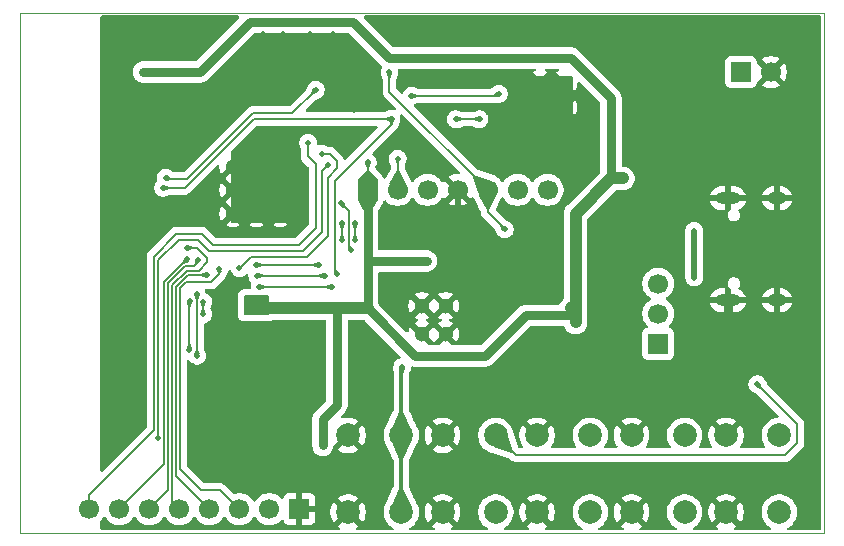
<source format=gbl>
%TF.GenerationSoftware,KiCad,Pcbnew,9.0.1*%
%TF.CreationDate,2025-07-09T23:19:27+08:00*%
%TF.ProjectId,IMU,494d552e-6b69-4636-9164-5f7063625858,rev?*%
%TF.SameCoordinates,Original*%
%TF.FileFunction,Copper,L2,Bot*%
%TF.FilePolarity,Positive*%
%FSLAX45Y45*%
G04 Gerber Fmt 4.5, Leading zero omitted, Abs format (unit mm)*
G04 Created by KiCad (PCBNEW 9.0.1) date 2025-07-09 23:19:27*
%MOMM*%
%LPD*%
G01*
G04 APERTURE LIST*
%TA.AperFunction,Conductor*%
%ADD10C,0.200000*%
%TD*%
%TA.AperFunction,HeatsinkPad*%
%ADD11C,1.300000*%
%TD*%
%TA.AperFunction,ComponentPad*%
%ADD12C,2.000000*%
%TD*%
%TA.AperFunction,ComponentPad*%
%ADD13R,1.700000X1.700000*%
%TD*%
%TA.AperFunction,ComponentPad*%
%ADD14C,1.700000*%
%TD*%
%TA.AperFunction,HeatsinkPad*%
%ADD15O,2.100000X1.000000*%
%TD*%
%TA.AperFunction,HeatsinkPad*%
%ADD16O,1.600000X1.000000*%
%TD*%
%TA.AperFunction,HeatsinkPad*%
%ADD17C,0.800000*%
%TD*%
%TA.AperFunction,HeatsinkPad*%
%ADD18R,2.700000X2.700000*%
%TD*%
%TA.AperFunction,ViaPad*%
%ADD19C,0.500000*%
%TD*%
%TA.AperFunction,Conductor*%
%ADD20C,0.500000*%
%TD*%
%TA.AperFunction,Conductor*%
%ADD21C,0.800000*%
%TD*%
%TA.AperFunction,Conductor*%
%ADD22C,1.000000*%
%TD*%
%TA.AperFunction,Conductor*%
%ADD23C,0.180000*%
%TD*%
%TA.AperFunction,Conductor*%
%ADD24C,0.300000*%
%TD*%
%TA.AperFunction,Conductor*%
%ADD25C,0.130000*%
%TD*%
%TA.AperFunction,Profile*%
%ADD26C,0.050000*%
%TD*%
G04 APERTURE END LIST*
%TO.N,GND*%
D10*
X13219000Y-14599000D02*
X13619000Y-14599000D01*
X13619000Y-14995000D01*
X13219000Y-14995000D01*
X13219000Y-14599000D01*
%TA.AperFunction,Conductor*%
G36*
X13219000Y-14599000D02*
G01*
X13619000Y-14599000D01*
X13619000Y-14995000D01*
X13219000Y-14995000D01*
X13219000Y-14599000D01*
G37*
%TD.AperFunction*%
X13492500Y-12381500D02*
X14064000Y-12381500D01*
X14064000Y-12968000D01*
X13492500Y-12968000D01*
X13492500Y-12381500D01*
%TA.AperFunction,Conductor*%
G36*
X13492500Y-12381500D02*
G01*
X14064000Y-12381500D01*
X14064000Y-12968000D01*
X13492500Y-12968000D01*
X13492500Y-12381500D01*
G37*
%TD.AperFunction*%
%TO.N,VCC*%
X13600000Y-13600000D02*
X13800000Y-13600000D01*
X13800000Y-13750000D01*
X13600000Y-13750000D01*
X13600000Y-13600000D01*
%TA.AperFunction,Conductor*%
G36*
X13600000Y-13600000D02*
G01*
X13800000Y-13600000D01*
X13800000Y-13750000D01*
X13600000Y-13750000D01*
X13600000Y-13600000D01*
G37*
%TD.AperFunction*%
%TO.N,GND*%
X15992000Y-11739000D02*
X16368000Y-11739000D01*
X16368000Y-12105000D01*
X15992000Y-12105000D01*
X15992000Y-11739000D01*
%TA.AperFunction,Conductor*%
G36*
X15992000Y-11739000D02*
G01*
X16368000Y-11739000D01*
X16368000Y-12105000D01*
X15992000Y-12105000D01*
X15992000Y-11739000D01*
G37*
%TD.AperFunction*%
%TD*%
D11*
%TO.P,U5,29,GND*%
%TO.N,GND*%
X16100000Y-12000000D03*
X16300000Y-12000000D03*
X16100000Y-11800000D03*
X16300000Y-11800000D03*
%TD*%
D12*
%TO.P,SW3,1,1*%
%TO.N,GND*%
X16875000Y-15425000D03*
X16875000Y-14775000D03*
%TO.P,SW3,2,2*%
%TO.N,/GPIO17*%
X17325000Y-15425000D03*
X17325000Y-14775000D03*
%TD*%
D13*
%TO.P,J3,1,Pin_1*%
%TO.N,VCC*%
X14640000Y-12697500D03*
D14*
%TO.P,J3,2,Pin_2*%
%TO.N,/MTMS*%
X14894000Y-12697500D03*
%TO.P,J3,3,Pin_3*%
%TO.N,/MTCK*%
X15148000Y-12697500D03*
%TO.P,J3,4,Pin_4*%
%TO.N,GND*%
X15402000Y-12697500D03*
%TO.P,J3,5,Pin_5*%
%TO.N,/CHIP_PU*%
X15656000Y-12697500D03*
%TO.P,J3,6,Pin_6*%
%TO.N,/MTDI*%
X15910000Y-12697500D03*
%TO.P,J3,7,Pin_7*%
%TO.N,/MTDO*%
X16164000Y-12697500D03*
%TD*%
D15*
%TO.P,J1,S1,SHIELD*%
%TO.N,GND*%
X17689500Y-13632000D03*
D16*
X18107500Y-13632000D03*
D15*
X17689500Y-12768000D03*
D16*
X18107500Y-12768000D03*
%TD*%
D12*
%TO.P,SW4,1,1*%
%TO.N,GND*%
X17675000Y-15425000D03*
X17675000Y-14775000D03*
%TO.P,SW4,2,2*%
%TO.N,/GPIO18*%
X18125000Y-15425000D03*
X18125000Y-14775000D03*
%TD*%
D13*
%TO.P,SW1,1,A*%
%TO.N,Net-(SW1-A)*%
X17100000Y-14000000D03*
D14*
%TO.P,SW1,2,B*%
%TO.N,VBUS*%
X17100000Y-13746000D03*
%TO.P,SW1,3,C*%
%TO.N,unconnected-(SW1-C-Pad3)*%
X17100000Y-13492000D03*
%TD*%
D11*
%TO.P,U6,57,GND*%
%TO.N,GND*%
X13500000Y-12500000D03*
X13500000Y-12700000D03*
X13500000Y-12900000D03*
X13700000Y-12500000D03*
X13700000Y-12700000D03*
X13700000Y-12900000D03*
X13900000Y-12500000D03*
X13900000Y-12700000D03*
X13900000Y-12900000D03*
%TD*%
%TO.P,U3,9,EP*%
%TO.N,GND*%
X15100000Y-13680000D03*
X15100000Y-13920000D03*
X15300000Y-13680000D03*
X15300000Y-13920000D03*
%TD*%
D17*
%TO.P,U2,25,GND*%
%TO.N,GND*%
X13480000Y-14720000D03*
X13320000Y-14720000D03*
D18*
X13400000Y-14800000D03*
D17*
X13480000Y-14880000D03*
X13320000Y-14880000D03*
%TD*%
D12*
%TO.P,SW6,1,1*%
%TO.N,GND*%
X14475000Y-15425000D03*
X14475000Y-14775000D03*
%TO.P,SW6,2,2*%
%TO.N,/CHIP_PU*%
X14925000Y-15425000D03*
X14925000Y-14775000D03*
%TD*%
D13*
%TO.P,J2,1,Pin_1*%
%TO.N,GND*%
X14062000Y-15400000D03*
D14*
%TO.P,J2,2,Pin_2*%
%TO.N,VCC*%
X13808000Y-15400000D03*
%TO.P,J2,3,Pin_3*%
%TO.N,/GPIO12*%
X13554000Y-15400000D03*
%TO.P,J2,4,Pin_4*%
%TO.N,/GPIO13*%
X13300000Y-15400000D03*
%TO.P,J2,5,Pin_5*%
%TO.N,/GPIO7*%
X13046000Y-15400000D03*
%TO.P,J2,6,Pin_6*%
%TO.N,/GPIO8*%
X12792000Y-15400000D03*
%TO.P,J2,7,Pin_7*%
%TO.N,/GPIO10*%
X12538000Y-15400000D03*
%TO.P,J2,8,Pin_8*%
%TO.N,/GPIO35*%
X12284000Y-15400000D03*
%TD*%
D12*
%TO.P,SW2,1,1*%
%TO.N,GND*%
X16075000Y-15425000D03*
X16075000Y-14775000D03*
%TO.P,SW2,2,2*%
%TO.N,/GPIO16*%
X16525000Y-15425000D03*
X16525000Y-14775000D03*
%TD*%
%TO.P,SW5,1,1*%
%TO.N,GND*%
X15275000Y-15425000D03*
X15275000Y-14775000D03*
%TO.P,SW5,2,2*%
%TO.N,/GPIO0*%
X15725000Y-15425000D03*
X15725000Y-14775000D03*
%TD*%
D13*
%TO.P,J4,1,Pin_1*%
%TO.N,VBUS*%
X17800000Y-11700000D03*
D14*
%TO.P,J4,2,Pin_2*%
%TO.N,GND*%
X18054000Y-11700000D03*
%TD*%
D19*
%TO.N,GND*%
X12855000Y-11369000D03*
X14818000Y-12310000D03*
X18088000Y-14296000D03*
X18051000Y-13453000D03*
X12480000Y-12304000D03*
X15496000Y-15074000D03*
X14993000Y-12289000D03*
X15900000Y-14100000D03*
X17499000Y-14503000D03*
X14590000Y-11583000D03*
X12865000Y-11873000D03*
X12670000Y-15537000D03*
X16836000Y-13622000D03*
X12443000Y-14852000D03*
X12917916Y-12107695D03*
X15895000Y-14596000D03*
X16300000Y-15136000D03*
X13240000Y-11910000D03*
X16571000Y-14451000D03*
X14698000Y-15236000D03*
X16117000Y-12413000D03*
X13038389Y-12426611D03*
X14491000Y-11713000D03*
X18333000Y-13702000D03*
X13923000Y-15544000D03*
X17400000Y-14100000D03*
X15994000Y-13536000D03*
X12794389Y-12182611D03*
X15108000Y-11406000D03*
X13602000Y-14064000D03*
X15768000Y-14485000D03*
X18346000Y-15472000D03*
X13679000Y-15273000D03*
X16282000Y-14848000D03*
X14150000Y-11375000D03*
X17100000Y-14829000D03*
X17915000Y-14829000D03*
X18316000Y-14448000D03*
X16297000Y-15425000D03*
X17157000Y-15115000D03*
X17891000Y-15430000D03*
X17273000Y-12244000D03*
X16562000Y-11526000D03*
X17300000Y-14100000D03*
X15902000Y-15540000D03*
X12805000Y-12945000D03*
X16957000Y-11409000D03*
X13114000Y-12075000D03*
X16847000Y-13816000D03*
X17901000Y-13038000D03*
X14539000Y-14306000D03*
X18377000Y-15046000D03*
X13266000Y-12235000D03*
X12543175Y-11989600D03*
X16554000Y-11301000D03*
X13440000Y-15541000D03*
X12823111Y-12012889D03*
X16865000Y-13992000D03*
X17579000Y-12608000D03*
X15823000Y-12170000D03*
X13243000Y-12092000D03*
X13028000Y-11914000D03*
X13200000Y-11300000D03*
X12437000Y-13305000D03*
X14235000Y-14275000D03*
X12835000Y-13087000D03*
X17226000Y-11279000D03*
X14648000Y-12190000D03*
X15993000Y-13288000D03*
X15502000Y-14686000D03*
X17500000Y-14100000D03*
X17346000Y-14429000D03*
X12460000Y-11445000D03*
X12433000Y-13948000D03*
X13186000Y-15536000D03*
X15420000Y-12250000D03*
X13675000Y-11450000D03*
X12438000Y-12903000D03*
X17506000Y-14651000D03*
X15440000Y-13480000D03*
X14800000Y-11300000D03*
X15516000Y-11288000D03*
X12437000Y-14573000D03*
X15124000Y-12380000D03*
X12534000Y-11331000D03*
X16859000Y-14451000D03*
X12603000Y-12223000D03*
X15219000Y-14513000D03*
X13156611Y-12346389D03*
X13000000Y-11300000D03*
X18350000Y-12071000D03*
X13750000Y-11375000D03*
X14437500Y-11612500D03*
X14208000Y-14091000D03*
X12873889Y-12262111D03*
X17088000Y-15430000D03*
X17653000Y-14438000D03*
X15360000Y-13540000D03*
X14079000Y-11818000D03*
X12632623Y-12032578D03*
X16119000Y-13152000D03*
X15200000Y-11300000D03*
X15107000Y-15534000D03*
X17500000Y-14841000D03*
X17500000Y-12222000D03*
X12444664Y-11970885D03*
X16677000Y-11672000D03*
X15341000Y-11444000D03*
X16581000Y-13614000D03*
X17562000Y-11291000D03*
X16581000Y-13405000D03*
X17381000Y-11649000D03*
X15489000Y-15419000D03*
X14208000Y-13956000D03*
X17103000Y-12924000D03*
X14701000Y-14874000D03*
X12921000Y-15536000D03*
X15200000Y-13505000D03*
X16275000Y-12878000D03*
X13078611Y-12268389D03*
X16180000Y-13400000D03*
X14450000Y-11475000D03*
X14301000Y-15162000D03*
X14891000Y-11456000D03*
X12448000Y-11829840D03*
X16016000Y-11294000D03*
X12453000Y-12453000D03*
X12739000Y-12354000D03*
X16700000Y-15541000D03*
X13680000Y-15538000D03*
X15800000Y-14140000D03*
X15845000Y-11442000D03*
X12432000Y-14232000D03*
X12543541Y-11844026D03*
X16836000Y-13384000D03*
X12416000Y-15515000D03*
X14526000Y-12021000D03*
X12836000Y-12798000D03*
X17258000Y-11960000D03*
X13925000Y-11375000D03*
X16044000Y-14490000D03*
X14560000Y-13860000D03*
X16500000Y-13980000D03*
X14707000Y-15426000D03*
X16831000Y-12759000D03*
X18279000Y-12946000D03*
X16180000Y-13540000D03*
X15603000Y-12420000D03*
X12737766Y-11934981D03*
X16692000Y-14584000D03*
X14696000Y-14682000D03*
X13649000Y-14223000D03*
X15957000Y-13042000D03*
X13602000Y-14144000D03*
X12719000Y-11304000D03*
X14254000Y-15524000D03*
X12957889Y-12346111D03*
X13400000Y-11300000D03*
X13675000Y-15063000D03*
X12717488Y-12105709D03*
X14350000Y-11375000D03*
X18353000Y-11301000D03*
X12994611Y-12184389D03*
X15099000Y-15180000D03*
X17567000Y-11966000D03*
X12641872Y-11877865D03*
X14235082Y-14461599D03*
X12438000Y-13616000D03*
X17499000Y-15496000D03*
%TO.N,VCC*%
X13200000Y-11695000D03*
X14260000Y-14860000D03*
X16400000Y-13760000D03*
X16400000Y-13420000D03*
X14260000Y-14740000D03*
X14641000Y-12465618D03*
X13650000Y-13700000D03*
X16700000Y-12600000D03*
X13750000Y-13700000D03*
X13000000Y-11695000D03*
X16400000Y-13660000D03*
X13660000Y-13620000D03*
X13760000Y-13620000D03*
X16400000Y-13320000D03*
X12800000Y-11695000D03*
X16800000Y-12600000D03*
X14260000Y-14640000D03*
X16400000Y-13540000D03*
X15140000Y-13300000D03*
%TO.N,VBUS*%
X17405000Y-13044000D03*
X17406000Y-13440000D03*
%TO.N,/GPIO17*%
X13706000Y-13423000D03*
X14275000Y-13424000D03*
%TO.N,/GPIO16*%
X14227000Y-13336000D03*
X13694000Y-13334000D03*
%TO.N,/GPIO18*%
X13724000Y-13519000D03*
X14340000Y-13519000D03*
%TO.N,/CHIP_PU*%
X14825000Y-11700000D03*
X15801500Y-13032500D03*
X12929000Y-12594000D03*
X14200000Y-11850800D03*
X14932000Y-14198000D03*
%TO.N,/GPIO13*%
X13278000Y-13417684D03*
%TO.N,/GPIO10*%
X13110800Y-13283000D03*
%TO.N,/GPIO8*%
X13207000Y-13288000D03*
%TO.N,/GPIO12*%
X13385000Y-13370000D03*
%TO.N,/GPIO7*%
X13110800Y-13187000D03*
%TO.N,/MTMS*%
X14894000Y-12433000D03*
%TO.N,/U0TXD*%
X15011000Y-11900000D03*
X15750500Y-11883500D03*
%TO.N,/GPIO3*%
X13132000Y-13641000D03*
X13131400Y-14050000D03*
%TO.N,/GPIO4*%
X13196000Y-14101000D03*
X13193000Y-13582000D03*
%TO.N,/SPIQ*%
X14415116Y-12812116D03*
X14497000Y-13206000D03*
%TO.N,/GPIO5*%
X13247000Y-13643500D03*
X13247000Y-13751500D03*
%TO.N,/~{DTR}*%
X15588000Y-12099000D03*
X15388000Y-12099000D03*
%TO.N,/SPICS0*%
X14534000Y-13126000D03*
X14534000Y-12977000D03*
%TO.N,/SPIWP*%
X14424000Y-13126000D03*
X14424000Y-12978216D03*
%TO.N,/GPIO0*%
X14383000Y-13412000D03*
X14843000Y-12096000D03*
X17938000Y-14343000D03*
X12909000Y-12679000D03*
%TO.N,/GPIO35*%
X14136000Y-12300000D03*
%TO.N,/GPIO36*%
X14306000Y-12487000D03*
X12866945Y-14800000D03*
%TO.N,/GPIO37*%
X13555000Y-13361000D03*
X14253000Y-12390000D03*
%TD*%
D20*
%TO.N,GND*%
X13602000Y-14064000D02*
X13602000Y-14123000D01*
D21*
X17300000Y-14100000D02*
X17500000Y-14100000D01*
D20*
X14208000Y-13956000D02*
X14208000Y-14095000D01*
X15402000Y-13303000D02*
X15402000Y-12697500D01*
D21*
X17500000Y-14100000D02*
X17689500Y-13910500D01*
D20*
X13602000Y-14123000D02*
X13623000Y-14144000D01*
D21*
X17689500Y-13910500D02*
X17689500Y-13632000D01*
D20*
X13602000Y-14144000D02*
X13623000Y-14144000D01*
X15200000Y-13505000D02*
X15402000Y-13303000D01*
X14208000Y-14095000D02*
X14208000Y-14091000D01*
D21*
%TO.N,VCC*%
X16360000Y-11580000D02*
X16700000Y-11920000D01*
D22*
X16800000Y-12600000D02*
X16700000Y-12600000D01*
D21*
X15140000Y-13300000D02*
X14640000Y-13300000D01*
D22*
X16400000Y-13760000D02*
X16400000Y-13820000D01*
X16400000Y-13660000D02*
X16400000Y-13760000D01*
D21*
X14640000Y-13700000D02*
X15044000Y-14104000D01*
D23*
X14640000Y-12484000D02*
X14640000Y-12697500D01*
D22*
X13750000Y-13700000D02*
X14380000Y-13700000D01*
D21*
X16650000Y-12650000D02*
X16700000Y-12600000D01*
D22*
X16400000Y-12900000D02*
X16700000Y-12600000D01*
D21*
X14640000Y-13300000D02*
X14640000Y-13700000D01*
D22*
X14380000Y-13700000D02*
X14640000Y-13700000D01*
D21*
X14260000Y-14640000D02*
X14260000Y-14740000D01*
D22*
X16400000Y-13820000D02*
X16400000Y-13420000D01*
X16400000Y-13420000D02*
X16400000Y-12900000D01*
X16400000Y-13420000D02*
X16400000Y-13320000D01*
D21*
X13640000Y-11280000D02*
X14520000Y-11280000D01*
X14640000Y-12760000D02*
X14640000Y-12697500D01*
X16700000Y-11920000D02*
X16700000Y-12600000D01*
D22*
X16360000Y-13700000D02*
X16400000Y-13660000D01*
D21*
X12740000Y-11700000D02*
X13220000Y-11700000D01*
X15044000Y-14104000D02*
X15636000Y-14104000D01*
X14820000Y-11580000D02*
X16360000Y-11580000D01*
X15636000Y-14104000D02*
X15980000Y-13760000D01*
X13220000Y-11700000D02*
X13640000Y-11280000D01*
D22*
X16400000Y-13540000D02*
X16400000Y-13660000D01*
D23*
X14641000Y-12483000D02*
X14640000Y-12484000D01*
X14641000Y-12465618D02*
X14641000Y-12483000D01*
D21*
X14260000Y-14740000D02*
X14260000Y-14860000D01*
X14520000Y-11280000D02*
X14820000Y-11580000D01*
D22*
X16400000Y-13320000D02*
X16400000Y-13200000D01*
D21*
X14380000Y-14520000D02*
X14380000Y-13700000D01*
X14640000Y-12697500D02*
X14640000Y-13700000D01*
X15980000Y-13760000D02*
X16400000Y-13760000D01*
X14260000Y-14640000D02*
X14380000Y-14520000D01*
D20*
%TO.N,VBUS*%
X17405000Y-13044000D02*
X17405000Y-13439000D01*
X17405000Y-13439000D02*
X17406000Y-13440000D01*
D23*
%TO.N,/GPIO17*%
X13706000Y-13423000D02*
X14274000Y-13423000D01*
X14274000Y-13423000D02*
X14275000Y-13424000D01*
%TO.N,/GPIO16*%
X14225000Y-13334000D02*
X14227000Y-13336000D01*
X13694000Y-13334000D02*
X14225000Y-13334000D01*
%TO.N,/GPIO18*%
X14340000Y-13519000D02*
X14342000Y-13521000D01*
X13724000Y-13519000D02*
X14340000Y-13519000D01*
D24*
%TO.N,/CHIP_PU*%
X14925000Y-14775000D02*
X14925000Y-14205000D01*
D23*
X14825000Y-11700000D02*
X14825000Y-11866500D01*
D24*
X14925000Y-14205000D02*
X14932000Y-14198000D01*
D23*
X14825000Y-11866500D02*
X15656000Y-12697500D01*
X12929000Y-12594000D02*
X12939000Y-12604000D01*
X14000800Y-12050000D02*
X14200000Y-11850800D01*
X15801500Y-13032500D02*
X15656000Y-12887000D01*
X12939000Y-12604000D02*
X13112118Y-12604000D01*
X13666118Y-12050000D02*
X14000800Y-12050000D01*
X15656000Y-12887000D02*
X15656000Y-12697500D01*
X13112118Y-12604000D02*
X13666118Y-12050000D01*
D24*
X14925000Y-14775000D02*
X14925000Y-15425000D01*
D25*
%TO.N,/GPIO13*%
X13018300Y-15118300D02*
X13300000Y-15400000D01*
X13018300Y-13515931D02*
X13018300Y-15118300D01*
X13116547Y-13417684D02*
X13018300Y-13515931D01*
X13278000Y-13417684D02*
X13116547Y-13417684D01*
%TO.N,/GPIO10*%
X12919000Y-15019000D02*
X12919000Y-13474800D01*
D23*
X13110800Y-13283000D02*
X13123000Y-13283000D01*
D25*
X12919000Y-13474800D02*
X13110800Y-13283000D01*
X12538000Y-15400000D02*
X12919000Y-15019000D01*
%TO.N,/GPIO8*%
X12952100Y-15239900D02*
X12792000Y-15400000D01*
X13207000Y-13308000D02*
X13170000Y-13345000D01*
X12952100Y-13488510D02*
X12952100Y-15239900D01*
X13207000Y-13288000D02*
X13207000Y-13308000D01*
X13095610Y-13345000D02*
X12952100Y-13488510D01*
X13170000Y-13345000D02*
X13095610Y-13345000D01*
%TO.N,/GPIO12*%
X13233000Y-15239000D02*
X13393000Y-15239000D01*
X13393000Y-15239000D02*
X13554000Y-15400000D01*
X13051400Y-13529642D02*
X13051400Y-15057400D01*
X13385000Y-13370000D02*
X13385000Y-13409000D01*
X13051400Y-15057400D02*
X13233000Y-15239000D01*
X13314000Y-13480000D02*
X13101042Y-13480000D01*
X13101042Y-13480000D02*
X13051400Y-13529642D01*
X13385000Y-13409000D02*
X13314000Y-13480000D01*
%TO.N,/GPIO7*%
X13106421Y-13381000D02*
X13213000Y-13381000D01*
X12985200Y-13502221D02*
X13106421Y-13381000D01*
X13046000Y-15400000D02*
X12985200Y-15339200D01*
X12985200Y-15339200D02*
X12985200Y-13502221D01*
X13213000Y-13381000D02*
X13282000Y-13312000D01*
X13198000Y-13187000D02*
X13110800Y-13187000D01*
X13282000Y-13271000D02*
X13198000Y-13187000D01*
X13282000Y-13312000D02*
X13282000Y-13271000D01*
D23*
%TO.N,/MTMS*%
X14894000Y-12433000D02*
X14894000Y-12697500D01*
%TO.N,/U0TXD*%
X15011000Y-11900000D02*
X15734000Y-11900000D01*
X15734000Y-11900000D02*
X15750500Y-11883500D01*
%TO.N,/GPIO3*%
X13131400Y-14050000D02*
X13131400Y-13641600D01*
%TO.N,/GPIO4*%
X13196000Y-14101000D02*
X13192900Y-14097900D01*
X13192900Y-13582100D02*
X13193000Y-13582000D01*
X13192900Y-14097900D02*
X13192900Y-13582100D01*
%TO.N,/SPIQ*%
X14479900Y-13188900D02*
X14479900Y-12876900D01*
X14497000Y-13206000D02*
X14479900Y-13188900D01*
X14479900Y-12876900D02*
X14415116Y-12812116D01*
%TO.N,/GPIO5*%
X13247000Y-13643500D02*
X13247000Y-13751500D01*
%TO.N,/~{DTR}*%
X15388000Y-12099000D02*
X15588000Y-12099000D01*
%TO.N,/SPICS0*%
X14534000Y-12977000D02*
X14534000Y-13126000D01*
%TO.N,/SPIWP*%
X14424000Y-12978216D02*
X14424000Y-13126000D01*
%TO.N,/GPIO0*%
X14360000Y-13389000D02*
X14360000Y-12624000D01*
X12909000Y-12679000D02*
X13091000Y-12679000D01*
X14383000Y-13412000D02*
X14360000Y-13389000D01*
X14360000Y-12624000D02*
X14843000Y-12141000D01*
X13091000Y-12679000D02*
X13674000Y-12096000D01*
X15892000Y-14942000D02*
X15725000Y-14775000D01*
X18177000Y-14942000D02*
X15892000Y-14942000D01*
X13674000Y-12096000D02*
X14843000Y-12096000D01*
X18278000Y-14841000D02*
X18177000Y-14942000D01*
X18278000Y-14683000D02*
X18278000Y-14841000D01*
X14843000Y-12141000D02*
X14843000Y-12096000D01*
X17938000Y-14343000D02*
X18278000Y-14683000D01*
%TO.N,/GPIO35*%
X14201000Y-13017000D02*
X14055000Y-13163000D01*
X13331000Y-13163000D02*
X13239000Y-13071000D01*
X13019000Y-13071000D02*
X12827900Y-13262100D01*
X12284000Y-15277000D02*
X12284000Y-15400000D01*
X12827900Y-14733100D02*
X12284000Y-15277000D01*
X14135000Y-12301000D02*
X14135000Y-12414000D01*
X13239000Y-13071000D02*
X13019000Y-13071000D01*
X14136000Y-12300000D02*
X14135000Y-12301000D01*
X14055000Y-13163000D02*
X13331000Y-13163000D01*
X14135000Y-12414000D02*
X14201000Y-12480000D01*
X14201000Y-12480000D02*
X14201000Y-13017000D01*
X12827900Y-13262100D02*
X12827900Y-14733100D01*
%TO.N,/GPIO36*%
X13295000Y-13213000D02*
X13202000Y-13120000D01*
X12866000Y-14799055D02*
X12866945Y-14800000D01*
X14092000Y-13213000D02*
X13295000Y-13213000D01*
X13040000Y-13120000D02*
X12866000Y-13294000D01*
X12866000Y-13294000D02*
X12866000Y-14799055D01*
X14254000Y-13051000D02*
X14092000Y-13213000D01*
X14306000Y-12487000D02*
X14254000Y-12539000D01*
X13202000Y-13120000D02*
X13040000Y-13120000D01*
X14254000Y-12539000D02*
X14254000Y-13051000D01*
%TO.N,/GPIO37*%
X13652000Y-13266000D02*
X13557000Y-13361000D01*
X14124000Y-13266000D02*
X13652000Y-13266000D01*
X14384000Y-12456000D02*
X14384000Y-12512000D01*
X14301900Y-13088100D02*
X14124000Y-13266000D01*
X14384000Y-12512000D02*
X14301900Y-12594100D01*
X14318000Y-12390000D02*
X14384000Y-12456000D01*
X14253000Y-12390000D02*
X14318000Y-12390000D01*
X13557000Y-13361000D02*
X13555000Y-13361000D01*
X14301900Y-12594100D02*
X14301900Y-13088100D01*
%TD*%
%TA.AperFunction,Conductor*%
%TO.N,GND*%
G36*
X13475042Y-13374628D02*
G01*
X13480709Y-13378714D01*
X13482583Y-13382336D01*
X13482601Y-13382329D01*
X13482688Y-13382539D01*
X13482783Y-13382721D01*
X13482834Y-13382891D01*
X13488491Y-13396549D01*
X13488492Y-13396550D01*
X13496705Y-13408841D01*
X13496705Y-13408842D01*
X13507158Y-13419295D01*
X13507158Y-13419295D01*
X13519450Y-13427508D01*
X13519451Y-13427509D01*
X13526412Y-13430392D01*
X13533109Y-13433166D01*
X13533109Y-13433166D01*
X13533109Y-13433166D01*
X13547608Y-13436050D01*
X13547608Y-13436050D01*
X13562392Y-13436050D01*
X13573242Y-13433892D01*
X13576891Y-13433166D01*
X13590549Y-13427508D01*
X13602842Y-13419295D01*
X13602842Y-13419295D01*
X13609782Y-13412355D01*
X13615914Y-13409006D01*
X13622883Y-13409505D01*
X13628477Y-13413692D01*
X13630918Y-13420238D01*
X13630950Y-13421123D01*
X13630950Y-13430392D01*
X13630950Y-13430392D01*
X13630950Y-13430392D01*
X13633834Y-13444891D01*
X13633834Y-13444892D01*
X13639491Y-13458549D01*
X13639492Y-13458550D01*
X13647705Y-13470841D01*
X13647705Y-13470842D01*
X13652459Y-13475596D01*
X13655808Y-13481729D01*
X13655310Y-13488698D01*
X13655147Y-13489110D01*
X13651834Y-13497109D01*
X13651834Y-13497109D01*
X13648950Y-13511608D01*
X13648950Y-13527001D01*
X13648818Y-13527001D01*
X13647643Y-13533199D01*
X13642837Y-13538270D01*
X13636604Y-13539950D01*
X13592094Y-13539950D01*
X13576822Y-13544042D01*
X13576821Y-13544043D01*
X13563129Y-13551947D01*
X13563128Y-13551948D01*
X13551948Y-13563128D01*
X13551947Y-13563129D01*
X13544043Y-13576821D01*
X13544042Y-13576822D01*
X13539950Y-13592094D01*
X13539950Y-13757906D01*
X13540214Y-13758892D01*
X13544042Y-13773178D01*
X13544043Y-13773179D01*
X13551947Y-13786871D01*
X13551948Y-13786871D01*
X13551948Y-13786872D01*
X13563128Y-13798052D01*
X13563129Y-13798052D01*
X13563129Y-13798052D01*
X13575979Y-13805471D01*
X13576822Y-13805958D01*
X13592094Y-13810050D01*
X13592094Y-13810050D01*
X13807905Y-13810050D01*
X13807906Y-13810050D01*
X13823178Y-13805958D01*
X13830533Y-13801711D01*
X13836733Y-13800050D01*
X14277550Y-13800050D01*
X14284254Y-13802018D01*
X14288829Y-13807299D01*
X14289950Y-13812450D01*
X14289950Y-14477564D01*
X14287981Y-14484268D01*
X14286318Y-14486332D01*
X14190054Y-14582596D01*
X14190054Y-14582596D01*
X14186397Y-14588069D01*
X14186396Y-14588070D01*
X14186106Y-14588504D01*
X14180199Y-14597345D01*
X14177256Y-14604450D01*
X14176990Y-14605092D01*
X14176989Y-14605093D01*
X14173410Y-14613733D01*
X14173410Y-14613733D01*
X14170578Y-14627974D01*
X14170175Y-14630000D01*
X14169950Y-14631131D01*
X14169950Y-14868869D01*
X14173410Y-14886266D01*
X14173411Y-14886267D01*
X14180198Y-14902654D01*
X14180199Y-14902655D01*
X14190053Y-14917403D01*
X14190054Y-14917404D01*
X14202596Y-14929946D01*
X14202596Y-14929946D01*
X14217345Y-14939801D01*
X14217346Y-14939802D01*
X14229636Y-14944892D01*
X14233733Y-14946589D01*
X14233734Y-14946589D01*
X14233734Y-14946590D01*
X14251130Y-14950050D01*
X14251131Y-14950050D01*
X14251131Y-14950050D01*
X14268869Y-14950050D01*
X14268869Y-14950050D01*
X14274668Y-14948896D01*
X14286266Y-14946590D01*
X14286266Y-14946589D01*
X14286267Y-14946589D01*
X14302655Y-14939801D01*
X14317403Y-14929946D01*
X14329946Y-14917403D01*
X14339801Y-14902655D01*
X14346589Y-14886267D01*
X14347249Y-14882951D01*
X14350050Y-14868870D01*
X14350050Y-14868869D01*
X14350050Y-14868869D01*
X14350050Y-14868868D01*
X14350082Y-14868543D01*
X14350147Y-14868383D01*
X14350169Y-14868272D01*
X14350190Y-14868276D01*
X14352698Y-14862065D01*
X14353654Y-14860990D01*
X14422621Y-14792023D01*
X14423748Y-14796229D01*
X14430989Y-14808771D01*
X14441229Y-14819011D01*
X14453771Y-14826252D01*
X14457976Y-14827379D01*
X14388089Y-14897266D01*
X14396383Y-14903291D01*
X14417420Y-14914010D01*
X14439875Y-14921306D01*
X14439875Y-14921306D01*
X14463195Y-14925000D01*
X14486805Y-14925000D01*
X14510125Y-14921306D01*
X14532580Y-14914010D01*
X14553616Y-14903292D01*
X14553617Y-14903291D01*
X14561910Y-14897266D01*
X14561910Y-14897266D01*
X14492023Y-14827379D01*
X14496229Y-14826252D01*
X14508771Y-14819011D01*
X14519011Y-14808771D01*
X14526252Y-14796229D01*
X14527379Y-14792023D01*
X14597266Y-14861910D01*
X14597266Y-14861910D01*
X14603291Y-14853617D01*
X14603292Y-14853616D01*
X14614010Y-14832580D01*
X14621306Y-14810125D01*
X14625000Y-14786805D01*
X14625000Y-14763195D01*
X14621306Y-14739875D01*
X14614010Y-14717420D01*
X14603291Y-14696383D01*
X14597266Y-14688089D01*
X14597266Y-14688089D01*
X14527379Y-14757976D01*
X14526252Y-14753771D01*
X14519011Y-14741229D01*
X14508771Y-14730989D01*
X14496229Y-14723748D01*
X14492023Y-14722621D01*
X14561910Y-14652734D01*
X14561910Y-14652734D01*
X14553617Y-14646709D01*
X14532580Y-14635990D01*
X14510125Y-14628693D01*
X14510125Y-14628693D01*
X14486805Y-14625000D01*
X14463195Y-14625000D01*
X14439875Y-14628693D01*
X14427939Y-14632572D01*
X14420955Y-14632771D01*
X14414972Y-14629163D01*
X14411889Y-14622893D01*
X14412686Y-14615951D01*
X14415339Y-14612011D01*
X14449946Y-14577404D01*
X14449946Y-14577403D01*
X14459801Y-14562655D01*
X14466589Y-14546267D01*
X14468253Y-14537905D01*
X14470050Y-14528869D01*
X14470050Y-14511131D01*
X14470050Y-13812450D01*
X14472018Y-13805746D01*
X14477299Y-13801171D01*
X14482450Y-13800050D01*
X14607564Y-13800050D01*
X14614268Y-13802018D01*
X14616332Y-13803682D01*
X14917372Y-14104722D01*
X14920721Y-14110855D01*
X14920222Y-14117824D01*
X14916035Y-14123417D01*
X14911024Y-14125652D01*
X14910110Y-14125834D01*
X14910108Y-14125834D01*
X14896451Y-14131491D01*
X14896450Y-14131492D01*
X14884158Y-14139705D01*
X14884158Y-14139705D01*
X14873705Y-14150158D01*
X14873705Y-14150158D01*
X14865492Y-14162450D01*
X14865491Y-14162451D01*
X14859834Y-14176108D01*
X14859834Y-14176109D01*
X14856950Y-14190608D01*
X14856950Y-14205392D01*
X14857010Y-14205998D01*
X14856989Y-14206000D01*
X14857058Y-14206546D01*
X14859470Y-14248444D01*
X14859892Y-14252792D01*
X14859950Y-14253989D01*
X14859950Y-14561600D01*
X14858737Y-14566949D01*
X14797723Y-14694551D01*
X14796902Y-14695930D01*
X14796920Y-14695941D01*
X14796666Y-14696356D01*
X14785943Y-14717400D01*
X14778645Y-14739863D01*
X14774950Y-14763190D01*
X14774950Y-14786810D01*
X14778645Y-14810137D01*
X14785943Y-14832600D01*
X14796666Y-14853644D01*
X14796920Y-14854058D01*
X14796902Y-14854069D01*
X14797723Y-14855449D01*
X14829265Y-14921413D01*
X14858737Y-14983051D01*
X14858737Y-14983051D01*
X14859950Y-14988400D01*
X14859950Y-15211600D01*
X14858737Y-15216949D01*
X14797723Y-15344551D01*
X14796902Y-15345930D01*
X14796920Y-15345941D01*
X14796666Y-15346356D01*
X14785943Y-15367400D01*
X14778645Y-15389863D01*
X14774950Y-15413190D01*
X14774950Y-15436810D01*
X14778645Y-15460137D01*
X14785943Y-15482600D01*
X14792798Y-15496053D01*
X14796666Y-15503643D01*
X14810548Y-15522751D01*
X14827249Y-15539452D01*
X14846357Y-15553334D01*
X14852573Y-15556501D01*
X14857652Y-15561299D01*
X14859332Y-15568081D01*
X14857078Y-15574695D01*
X14851607Y-15579040D01*
X14846943Y-15579950D01*
X14552947Y-15579950D01*
X14546243Y-15577981D01*
X14541667Y-15572701D01*
X14540673Y-15565785D01*
X14543575Y-15559430D01*
X14547317Y-15556501D01*
X14553616Y-15553292D01*
X14553617Y-15553291D01*
X14561910Y-15547266D01*
X14561910Y-15547266D01*
X14492023Y-15477379D01*
X14496229Y-15476252D01*
X14508771Y-15469011D01*
X14519011Y-15458771D01*
X14526252Y-15446229D01*
X14527379Y-15442023D01*
X14597266Y-15511910D01*
X14597266Y-15511910D01*
X14603291Y-15503617D01*
X14603292Y-15503616D01*
X14614010Y-15482580D01*
X14621306Y-15460125D01*
X14625000Y-15436805D01*
X14625000Y-15413195D01*
X14621306Y-15389875D01*
X14614010Y-15367420D01*
X14603291Y-15346383D01*
X14597266Y-15338089D01*
X14597266Y-15338089D01*
X14527379Y-15407976D01*
X14526252Y-15403771D01*
X14519011Y-15391229D01*
X14508771Y-15380989D01*
X14496229Y-15373748D01*
X14492023Y-15372621D01*
X14561910Y-15302734D01*
X14561910Y-15302734D01*
X14553617Y-15296709D01*
X14532580Y-15285990D01*
X14510125Y-15278693D01*
X14510125Y-15278693D01*
X14486805Y-15275000D01*
X14463195Y-15275000D01*
X14439875Y-15278693D01*
X14417420Y-15285990D01*
X14396383Y-15296708D01*
X14388089Y-15302734D01*
X14457977Y-15372621D01*
X14453771Y-15373748D01*
X14441229Y-15380989D01*
X14430989Y-15391229D01*
X14423748Y-15403771D01*
X14422621Y-15407977D01*
X14352734Y-15338089D01*
X14346708Y-15346383D01*
X14335990Y-15367420D01*
X14328693Y-15389875D01*
X14325000Y-15413195D01*
X14325000Y-15436805D01*
X14328693Y-15460125D01*
X14335990Y-15482580D01*
X14346709Y-15503617D01*
X14352734Y-15511910D01*
X14352734Y-15511910D01*
X14422621Y-15442023D01*
X14423748Y-15446229D01*
X14430989Y-15458771D01*
X14441229Y-15469011D01*
X14453771Y-15476252D01*
X14457976Y-15477379D01*
X14388089Y-15547266D01*
X14396383Y-15553291D01*
X14402683Y-15556501D01*
X14407762Y-15561299D01*
X14409442Y-15568081D01*
X14407188Y-15574695D01*
X14401717Y-15579040D01*
X14397053Y-15579950D01*
X12389900Y-15579950D01*
X12383196Y-15577981D01*
X12378621Y-15572701D01*
X12377500Y-15567550D01*
X12377500Y-15502626D01*
X12379468Y-15495922D01*
X12381132Y-15493858D01*
X12383371Y-15491618D01*
X12387010Y-15487979D01*
X12387011Y-15487979D01*
X12387011Y-15487979D01*
X12399505Y-15470782D01*
X12399505Y-15470782D01*
X12399505Y-15470782D01*
X12399951Y-15469905D01*
X12404749Y-15464826D01*
X12411531Y-15463146D01*
X12418144Y-15465400D01*
X12422049Y-15469906D01*
X12422495Y-15470782D01*
X12434989Y-15487979D01*
X12450021Y-15503011D01*
X12467218Y-15515505D01*
X12467218Y-15515505D01*
X12467218Y-15515505D01*
X12486159Y-15525156D01*
X12506376Y-15531725D01*
X12527371Y-15535050D01*
X12527371Y-15535050D01*
X12548629Y-15535050D01*
X12548629Y-15535050D01*
X12569624Y-15531725D01*
X12589841Y-15525156D01*
X12608782Y-15515505D01*
X12617448Y-15509209D01*
X12625979Y-15503011D01*
X12625979Y-15503011D01*
X12625979Y-15503010D01*
X12641010Y-15487979D01*
X12641011Y-15487979D01*
X12641011Y-15487979D01*
X12653505Y-15470782D01*
X12653505Y-15470782D01*
X12653505Y-15470782D01*
X12653951Y-15469905D01*
X12658749Y-15464826D01*
X12665531Y-15463146D01*
X12672144Y-15465400D01*
X12676049Y-15469906D01*
X12676495Y-15470782D01*
X12688989Y-15487979D01*
X12704021Y-15503011D01*
X12721218Y-15515505D01*
X12721218Y-15515505D01*
X12721218Y-15515505D01*
X12740159Y-15525156D01*
X12760376Y-15531725D01*
X12781371Y-15535050D01*
X12781371Y-15535050D01*
X12802629Y-15535050D01*
X12802629Y-15535050D01*
X12823624Y-15531725D01*
X12843841Y-15525156D01*
X12862782Y-15515505D01*
X12871448Y-15509209D01*
X12879979Y-15503011D01*
X12879979Y-15503011D01*
X12879979Y-15503010D01*
X12895010Y-15487979D01*
X12895011Y-15487979D01*
X12895011Y-15487979D01*
X12907505Y-15470782D01*
X12907505Y-15470782D01*
X12907505Y-15470782D01*
X12907951Y-15469905D01*
X12912749Y-15464826D01*
X12919531Y-15463146D01*
X12926144Y-15465400D01*
X12930049Y-15469906D01*
X12930495Y-15470782D01*
X12942989Y-15487979D01*
X12958021Y-15503011D01*
X12975218Y-15515505D01*
X12975218Y-15515505D01*
X12975218Y-15515505D01*
X12994159Y-15525156D01*
X13014376Y-15531725D01*
X13035371Y-15535050D01*
X13035371Y-15535050D01*
X13056629Y-15535050D01*
X13056629Y-15535050D01*
X13077624Y-15531725D01*
X13097841Y-15525156D01*
X13116782Y-15515505D01*
X13125448Y-15509209D01*
X13133979Y-15503011D01*
X13133979Y-15503011D01*
X13133979Y-15503010D01*
X13149010Y-15487979D01*
X13149011Y-15487979D01*
X13149011Y-15487979D01*
X13161505Y-15470782D01*
X13161505Y-15470782D01*
X13161505Y-15470782D01*
X13161951Y-15469905D01*
X13166749Y-15464826D01*
X13173531Y-15463146D01*
X13180144Y-15465400D01*
X13184049Y-15469906D01*
X13184495Y-15470782D01*
X13196989Y-15487979D01*
X13212021Y-15503011D01*
X13229218Y-15515505D01*
X13229218Y-15515505D01*
X13229218Y-15515505D01*
X13248159Y-15525156D01*
X13268376Y-15531725D01*
X13289371Y-15535050D01*
X13289371Y-15535050D01*
X13310629Y-15535050D01*
X13310629Y-15535050D01*
X13331624Y-15531725D01*
X13351841Y-15525156D01*
X13370782Y-15515505D01*
X13379448Y-15509209D01*
X13387979Y-15503011D01*
X13387979Y-15503011D01*
X13387979Y-15503010D01*
X13403010Y-15487979D01*
X13403011Y-15487979D01*
X13403011Y-15487979D01*
X13415505Y-15470782D01*
X13415505Y-15470782D01*
X13415505Y-15470782D01*
X13415951Y-15469905D01*
X13420749Y-15464826D01*
X13427531Y-15463146D01*
X13434144Y-15465400D01*
X13438049Y-15469906D01*
X13438495Y-15470782D01*
X13450989Y-15487979D01*
X13466021Y-15503011D01*
X13483218Y-15515505D01*
X13483218Y-15515505D01*
X13483218Y-15515505D01*
X13502159Y-15525156D01*
X13522376Y-15531725D01*
X13543371Y-15535050D01*
X13543371Y-15535050D01*
X13564629Y-15535050D01*
X13564629Y-15535050D01*
X13585624Y-15531725D01*
X13605841Y-15525156D01*
X13624782Y-15515505D01*
X13633448Y-15509209D01*
X13641979Y-15503011D01*
X13641979Y-15503011D01*
X13641979Y-15503010D01*
X13657010Y-15487979D01*
X13657011Y-15487979D01*
X13657011Y-15487979D01*
X13669505Y-15470782D01*
X13669505Y-15470782D01*
X13669505Y-15470782D01*
X13669951Y-15469905D01*
X13674749Y-15464826D01*
X13681531Y-15463146D01*
X13688144Y-15465400D01*
X13692049Y-15469906D01*
X13692495Y-15470782D01*
X13704989Y-15487979D01*
X13720021Y-15503011D01*
X13737218Y-15515505D01*
X13737218Y-15515505D01*
X13737218Y-15515505D01*
X13756159Y-15525156D01*
X13776376Y-15531725D01*
X13797371Y-15535050D01*
X13797371Y-15535050D01*
X13818629Y-15535050D01*
X13818629Y-15535050D01*
X13839624Y-15531725D01*
X13859841Y-15525156D01*
X13878782Y-15515505D01*
X13887448Y-15509209D01*
X13895978Y-15503011D01*
X13895978Y-15503011D01*
X13895979Y-15503010D01*
X13907372Y-15491618D01*
X13913504Y-15488270D01*
X13920473Y-15488768D01*
X13926066Y-15492955D01*
X13927758Y-15496053D01*
X13932665Y-15509209D01*
X13932665Y-15509209D01*
X13941281Y-15520719D01*
X13941281Y-15520719D01*
X13952791Y-15529335D01*
X13952791Y-15529335D01*
X13966262Y-15534360D01*
X13966263Y-15534360D01*
X13972215Y-15535000D01*
X13972217Y-15535000D01*
X14037000Y-15535000D01*
X14037000Y-15443301D01*
X14042701Y-15446592D01*
X14055417Y-15450000D01*
X14068583Y-15450000D01*
X14081299Y-15446592D01*
X14087000Y-15443301D01*
X14087000Y-15535000D01*
X14151783Y-15535000D01*
X14151784Y-15535000D01*
X14157737Y-15534360D01*
X14157738Y-15534360D01*
X14171209Y-15529335D01*
X14171209Y-15529335D01*
X14182719Y-15520719D01*
X14182719Y-15520719D01*
X14191335Y-15509209D01*
X14191335Y-15509209D01*
X14196360Y-15495738D01*
X14196360Y-15495737D01*
X14197000Y-15489784D01*
X14197000Y-15489783D01*
X14197000Y-15425000D01*
X14105301Y-15425000D01*
X14108592Y-15419299D01*
X14112000Y-15406583D01*
X14112000Y-15393417D01*
X14108592Y-15380701D01*
X14105301Y-15375000D01*
X14197000Y-15375000D01*
X14197000Y-15310217D01*
X14197000Y-15310216D01*
X14196846Y-15308786D01*
X14196846Y-15308785D01*
X14196360Y-15304263D01*
X14196360Y-15304262D01*
X14191335Y-15290791D01*
X14191335Y-15290791D01*
X14182719Y-15279281D01*
X14182719Y-15279281D01*
X14171209Y-15270665D01*
X14171209Y-15270664D01*
X14157738Y-15265640D01*
X14157737Y-15265640D01*
X14151784Y-15265000D01*
X14087000Y-15265000D01*
X14087000Y-15356699D01*
X14081299Y-15353407D01*
X14068583Y-15350000D01*
X14055417Y-15350000D01*
X14042701Y-15353407D01*
X14037000Y-15356699D01*
X14037000Y-15265000D01*
X13972215Y-15265000D01*
X13966263Y-15265640D01*
X13966262Y-15265640D01*
X13952791Y-15270664D01*
X13952791Y-15270665D01*
X13941281Y-15279281D01*
X13941281Y-15279281D01*
X13932665Y-15290791D01*
X13932665Y-15290791D01*
X13927758Y-15303947D01*
X13923570Y-15309540D01*
X13917024Y-15311982D01*
X13910197Y-15310497D01*
X13907371Y-15308382D01*
X13895979Y-15296989D01*
X13878782Y-15284495D01*
X13859841Y-15274844D01*
X13859841Y-15274844D01*
X13859841Y-15274844D01*
X13839624Y-15268275D01*
X13839624Y-15268275D01*
X13839624Y-15268275D01*
X13823496Y-15265721D01*
X13818629Y-15264950D01*
X13797371Y-15264950D01*
X13792504Y-15265721D01*
X13776376Y-15268275D01*
X13776376Y-15268275D01*
X13761185Y-15273211D01*
X13756158Y-15274844D01*
X13737218Y-15284495D01*
X13720021Y-15296989D01*
X13704989Y-15312021D01*
X13692495Y-15329218D01*
X13692048Y-15330095D01*
X13687251Y-15335174D01*
X13680469Y-15336854D01*
X13673855Y-15334600D01*
X13669952Y-15330095D01*
X13669505Y-15329218D01*
X13657011Y-15312021D01*
X13641979Y-15296989D01*
X13624782Y-15284495D01*
X13605841Y-15274844D01*
X13605841Y-15274844D01*
X13605841Y-15274844D01*
X13585624Y-15268275D01*
X13585624Y-15268275D01*
X13585624Y-15268275D01*
X13569496Y-15265721D01*
X13564629Y-15264950D01*
X13543371Y-15264950D01*
X13536373Y-15266058D01*
X13522375Y-15268275D01*
X13514412Y-15270863D01*
X13507428Y-15271062D01*
X13501812Y-15267838D01*
X13427723Y-15193749D01*
X13427722Y-15193748D01*
X13414828Y-15186304D01*
X13414828Y-15186304D01*
X13411232Y-15185340D01*
X13400445Y-15182450D01*
X13400445Y-15182450D01*
X13261560Y-15182450D01*
X13254856Y-15180481D01*
X13252792Y-15178818D01*
X13111582Y-15037608D01*
X13108233Y-15031476D01*
X13107950Y-15028840D01*
X13107950Y-14959048D01*
X13276307Y-14959048D01*
X13276307Y-14959048D01*
X13277368Y-14959757D01*
X13277369Y-14959757D01*
X13293748Y-14966541D01*
X13293749Y-14966541D01*
X13311135Y-14970000D01*
X13311136Y-14970000D01*
X13328864Y-14970000D01*
X13328865Y-14970000D01*
X13346251Y-14966541D01*
X13346252Y-14966541D01*
X13362631Y-14959757D01*
X13363692Y-14959048D01*
X13436307Y-14959048D01*
X13436307Y-14959048D01*
X13437368Y-14959757D01*
X13437369Y-14959757D01*
X13453748Y-14966541D01*
X13453749Y-14966541D01*
X13471135Y-14970000D01*
X13471136Y-14970000D01*
X13488864Y-14970000D01*
X13488865Y-14970000D01*
X13506251Y-14966541D01*
X13506252Y-14966541D01*
X13522631Y-14959757D01*
X13523692Y-14959048D01*
X13523692Y-14959048D01*
X13480000Y-14915355D01*
X13480000Y-14915355D01*
X13436307Y-14959048D01*
X13363692Y-14959048D01*
X13320000Y-14915355D01*
X13320000Y-14915355D01*
X13276307Y-14959048D01*
X13107950Y-14959048D01*
X13107950Y-14871135D01*
X13230000Y-14871135D01*
X13230000Y-14888865D01*
X13233458Y-14906251D01*
X13233459Y-14906252D01*
X13240243Y-14922631D01*
X13240952Y-14923692D01*
X13284645Y-14880000D01*
X13279672Y-14875027D01*
X13295000Y-14875027D01*
X13295000Y-14884973D01*
X13298806Y-14894161D01*
X13305839Y-14901194D01*
X13315027Y-14905000D01*
X13324973Y-14905000D01*
X13334161Y-14901194D01*
X13341194Y-14894161D01*
X13345000Y-14884973D01*
X13345000Y-14880000D01*
X13355355Y-14880000D01*
X13355355Y-14880000D01*
X13399073Y-14923718D01*
X13400926Y-14923718D01*
X13444645Y-14880000D01*
X13439672Y-14875027D01*
X13455000Y-14875027D01*
X13455000Y-14884973D01*
X13458806Y-14894161D01*
X13465839Y-14901194D01*
X13475027Y-14905000D01*
X13484973Y-14905000D01*
X13494161Y-14901194D01*
X13501194Y-14894161D01*
X13505000Y-14884973D01*
X13505000Y-14880000D01*
X13515355Y-14880000D01*
X13515355Y-14880000D01*
X13559048Y-14923692D01*
X13559048Y-14923692D01*
X13559757Y-14922631D01*
X13566541Y-14906252D01*
X13566541Y-14906251D01*
X13570000Y-14888865D01*
X13570000Y-14888864D01*
X13570000Y-14871136D01*
X13570000Y-14871135D01*
X13566541Y-14853749D01*
X13566541Y-14853748D01*
X13559757Y-14837369D01*
X13559757Y-14837368D01*
X13559048Y-14836307D01*
X13515355Y-14880000D01*
X13505000Y-14880000D01*
X13505000Y-14875027D01*
X13501194Y-14865839D01*
X13494161Y-14858806D01*
X13484973Y-14855000D01*
X13475027Y-14855000D01*
X13465839Y-14858806D01*
X13458806Y-14865839D01*
X13455000Y-14875027D01*
X13439672Y-14875027D01*
X13400926Y-14836282D01*
X13399073Y-14836282D01*
X13355355Y-14880000D01*
X13345000Y-14880000D01*
X13345000Y-14875027D01*
X13341194Y-14865839D01*
X13334161Y-14858806D01*
X13324973Y-14855000D01*
X13315027Y-14855000D01*
X13305839Y-14858806D01*
X13298806Y-14865839D01*
X13295000Y-14875027D01*
X13279672Y-14875027D01*
X13240952Y-14836308D01*
X13240952Y-14836308D01*
X13240243Y-14837369D01*
X13233459Y-14853748D01*
X13233458Y-14853749D01*
X13230000Y-14871135D01*
X13107950Y-14871135D01*
X13107950Y-14799073D01*
X13276282Y-14799073D01*
X13276282Y-14800926D01*
X13320000Y-14844645D01*
X13320000Y-14844645D01*
X13363718Y-14800926D01*
X13363718Y-14799073D01*
X13436282Y-14799073D01*
X13436282Y-14800926D01*
X13480000Y-14844645D01*
X13480000Y-14844645D01*
X13523718Y-14800926D01*
X13523718Y-14799073D01*
X13480000Y-14755355D01*
X13480000Y-14755355D01*
X13436282Y-14799073D01*
X13363718Y-14799073D01*
X13320000Y-14755355D01*
X13320000Y-14755355D01*
X13276282Y-14799073D01*
X13107950Y-14799073D01*
X13107950Y-14711135D01*
X13230000Y-14711135D01*
X13230000Y-14728865D01*
X13233458Y-14746251D01*
X13233459Y-14746252D01*
X13240243Y-14762631D01*
X13240952Y-14763692D01*
X13284645Y-14720000D01*
X13279672Y-14715027D01*
X13295000Y-14715027D01*
X13295000Y-14724973D01*
X13298806Y-14734161D01*
X13305839Y-14741194D01*
X13315027Y-14745000D01*
X13324973Y-14745000D01*
X13334161Y-14741194D01*
X13341194Y-14734161D01*
X13345000Y-14724973D01*
X13345000Y-14720000D01*
X13355355Y-14720000D01*
X13355355Y-14720000D01*
X13399073Y-14763718D01*
X13400926Y-14763718D01*
X13444645Y-14720000D01*
X13439672Y-14715027D01*
X13455000Y-14715027D01*
X13455000Y-14724973D01*
X13458806Y-14734161D01*
X13465839Y-14741194D01*
X13475027Y-14745000D01*
X13484973Y-14745000D01*
X13494161Y-14741194D01*
X13501194Y-14734161D01*
X13505000Y-14724973D01*
X13505000Y-14720000D01*
X13515355Y-14720000D01*
X13515355Y-14720000D01*
X13559048Y-14763692D01*
X13559048Y-14763692D01*
X13559757Y-14762631D01*
X13566541Y-14746252D01*
X13566541Y-14746251D01*
X13570000Y-14728865D01*
X13570000Y-14728864D01*
X13570000Y-14711136D01*
X13570000Y-14711135D01*
X13566541Y-14693749D01*
X13566541Y-14693748D01*
X13559757Y-14677369D01*
X13559757Y-14677368D01*
X13559048Y-14676307D01*
X13515355Y-14720000D01*
X13505000Y-14720000D01*
X13505000Y-14715027D01*
X13501194Y-14705839D01*
X13494161Y-14698806D01*
X13484973Y-14695000D01*
X13475027Y-14695000D01*
X13465839Y-14698806D01*
X13458806Y-14705839D01*
X13455000Y-14715027D01*
X13439672Y-14715027D01*
X13400926Y-14676282D01*
X13399073Y-14676282D01*
X13355355Y-14720000D01*
X13345000Y-14720000D01*
X13345000Y-14715027D01*
X13341194Y-14705839D01*
X13334161Y-14698806D01*
X13324973Y-14695000D01*
X13315027Y-14695000D01*
X13305839Y-14698806D01*
X13298806Y-14705839D01*
X13295000Y-14715027D01*
X13279672Y-14715027D01*
X13240952Y-14676308D01*
X13240952Y-14676308D01*
X13240243Y-14677369D01*
X13233459Y-14693748D01*
X13233458Y-14693749D01*
X13230000Y-14711135D01*
X13107950Y-14711135D01*
X13107950Y-14640952D01*
X13276308Y-14640952D01*
X13276308Y-14640952D01*
X13320000Y-14684645D01*
X13320000Y-14684645D01*
X13363692Y-14640952D01*
X13363692Y-14640952D01*
X13436308Y-14640952D01*
X13436308Y-14640952D01*
X13480000Y-14684645D01*
X13480000Y-14684645D01*
X13523692Y-14640952D01*
X13522631Y-14640243D01*
X13506252Y-14633459D01*
X13506251Y-14633458D01*
X13488865Y-14630000D01*
X13471135Y-14630000D01*
X13453749Y-14633458D01*
X13453748Y-14633459D01*
X13437369Y-14640243D01*
X13436308Y-14640952D01*
X13363692Y-14640952D01*
X13362631Y-14640243D01*
X13346252Y-14633459D01*
X13346251Y-14633458D01*
X13328865Y-14630000D01*
X13311135Y-14630000D01*
X13293749Y-14633458D01*
X13293748Y-14633459D01*
X13277369Y-14640243D01*
X13276308Y-14640952D01*
X13107950Y-14640952D01*
X13107950Y-14145187D01*
X13109918Y-14138484D01*
X13115199Y-14133908D01*
X13122115Y-14132914D01*
X13128470Y-14135816D01*
X13130660Y-14138298D01*
X13131600Y-14139705D01*
X13137705Y-14148842D01*
X13148158Y-14159295D01*
X13148158Y-14159295D01*
X13160450Y-14167508D01*
X13160451Y-14167509D01*
X13174108Y-14173166D01*
X13174109Y-14173166D01*
X13174109Y-14173166D01*
X13174109Y-14173166D01*
X13188608Y-14176050D01*
X13188608Y-14176050D01*
X13203392Y-14176050D01*
X13213146Y-14174110D01*
X13217891Y-14173166D01*
X13231549Y-14167508D01*
X13243842Y-14159295D01*
X13254295Y-14148842D01*
X13262508Y-14136549D01*
X13268166Y-14122891D01*
X13271050Y-14108392D01*
X13271050Y-14093608D01*
X13271050Y-14093608D01*
X13268166Y-14079109D01*
X13268166Y-14079109D01*
X13268166Y-14079109D01*
X13268166Y-14079108D01*
X13263298Y-14067357D01*
X13263124Y-14066893D01*
X13252908Y-14042442D01*
X13251950Y-14037662D01*
X13251950Y-13837212D01*
X13253918Y-13830508D01*
X13259199Y-13825933D01*
X13261931Y-13825050D01*
X13266492Y-13824143D01*
X13268891Y-13823666D01*
X13282549Y-13818008D01*
X13294842Y-13809795D01*
X13305295Y-13799342D01*
X13313508Y-13787049D01*
X13313582Y-13786872D01*
X13317585Y-13777209D01*
X13319166Y-13773391D01*
X13322050Y-13758892D01*
X13322050Y-13744108D01*
X13322050Y-13744108D01*
X13319641Y-13732000D01*
X13319166Y-13729609D01*
X13319033Y-13729288D01*
X13318777Y-13728614D01*
X13309375Y-13701572D01*
X13309033Y-13694593D01*
X13309375Y-13693428D01*
X13310548Y-13690054D01*
X13318827Y-13666241D01*
X13318866Y-13666115D01*
X13319166Y-13665391D01*
X13319300Y-13664718D01*
X13319832Y-13663005D01*
X13319873Y-13662853D01*
X13321452Y-13654197D01*
X13321452Y-13654196D01*
X13321539Y-13653717D01*
X13321640Y-13652953D01*
X13321708Y-13652609D01*
X13322050Y-13650892D01*
X13322050Y-13636108D01*
X13322050Y-13636108D01*
X13319166Y-13621609D01*
X13319166Y-13621609D01*
X13319166Y-13621609D01*
X13318305Y-13619531D01*
X13313509Y-13607951D01*
X13313508Y-13607950D01*
X13305295Y-13595658D01*
X13305295Y-13595658D01*
X13294842Y-13585205D01*
X13294841Y-13585205D01*
X13282550Y-13576992D01*
X13282549Y-13576991D01*
X13273388Y-13573197D01*
X13273356Y-13573171D01*
X13273316Y-13573167D01*
X13270636Y-13570979D01*
X13267948Y-13568812D01*
X13267924Y-13568765D01*
X13267903Y-13568748D01*
X13267834Y-13568585D01*
X13266343Y-13565582D01*
X13266115Y-13564883D01*
X13265166Y-13560109D01*
X13262325Y-13553250D01*
X13262175Y-13552792D01*
X13262086Y-13549762D01*
X13261762Y-13546748D01*
X13261985Y-13546304D01*
X13261970Y-13545808D01*
X13263533Y-13543211D01*
X13264890Y-13540500D01*
X13265317Y-13540247D01*
X13265573Y-13539821D01*
X13268292Y-13538482D01*
X13270899Y-13536935D01*
X13271613Y-13536845D01*
X13271841Y-13536733D01*
X13272189Y-13536773D01*
X13273965Y-13536550D01*
X13321445Y-13536550D01*
X13321445Y-13536550D01*
X13335827Y-13532696D01*
X13348722Y-13525251D01*
X13415758Y-13458215D01*
X13416221Y-13457853D01*
X13416826Y-13457148D01*
X13430251Y-13443722D01*
X13432356Y-13440077D01*
X13437696Y-13430827D01*
X13438856Y-13426499D01*
X13439360Y-13425452D01*
X13439650Y-13425130D01*
X13440070Y-13424177D01*
X13447827Y-13411982D01*
X13449529Y-13409006D01*
X13450182Y-13407865D01*
X13450182Y-13407864D01*
X13450183Y-13407864D01*
X13450183Y-13407863D01*
X13450223Y-13407774D01*
X13451212Y-13405992D01*
X13451508Y-13405549D01*
X13457166Y-13391891D01*
X13458220Y-13386589D01*
X13458755Y-13383902D01*
X13461993Y-13377711D01*
X13468065Y-13374254D01*
X13475042Y-13374628D01*
G37*
%TD.AperFunction*%
%TA.AperFunction,Conductor*%
G36*
X18474254Y-11222018D02*
G01*
X18478829Y-11227299D01*
X18479950Y-11232450D01*
X18479950Y-15567550D01*
X18477982Y-15574254D01*
X18472701Y-15578829D01*
X18467550Y-15579950D01*
X18203057Y-15579950D01*
X18196353Y-15577981D01*
X18191777Y-15572701D01*
X18190783Y-15565785D01*
X18193686Y-15559430D01*
X18197427Y-15556501D01*
X18203643Y-15553334D01*
X18222751Y-15539452D01*
X18239452Y-15522751D01*
X18253334Y-15503643D01*
X18264057Y-15482599D01*
X18271355Y-15460137D01*
X18273501Y-15446592D01*
X18275050Y-15436810D01*
X18275050Y-15413190D01*
X18271355Y-15389863D01*
X18264901Y-15370000D01*
X18264057Y-15367401D01*
X18264057Y-15367400D01*
X18264057Y-15367400D01*
X18257145Y-15353835D01*
X18253334Y-15346357D01*
X18239452Y-15327249D01*
X18222751Y-15310548D01*
X18203643Y-15296666D01*
X18182600Y-15285943D01*
X18160137Y-15278645D01*
X18136810Y-15274950D01*
X18136809Y-15274950D01*
X18113191Y-15274950D01*
X18113190Y-15274950D01*
X18089863Y-15278645D01*
X18067400Y-15285943D01*
X18046357Y-15296666D01*
X18038005Y-15302734D01*
X18027249Y-15310548D01*
X18027249Y-15310548D01*
X18027249Y-15310548D01*
X18010549Y-15327249D01*
X18010549Y-15327249D01*
X18010548Y-15327249D01*
X18005208Y-15334600D01*
X17996666Y-15346357D01*
X17985943Y-15367400D01*
X17978645Y-15389863D01*
X17974950Y-15413190D01*
X17974950Y-15436810D01*
X17978645Y-15460137D01*
X17985943Y-15482600D01*
X17992798Y-15496053D01*
X17996666Y-15503643D01*
X18010548Y-15522751D01*
X18027249Y-15539452D01*
X18046357Y-15553334D01*
X18052573Y-15556501D01*
X18057652Y-15561299D01*
X18059332Y-15568081D01*
X18057078Y-15574695D01*
X18051607Y-15579040D01*
X18046943Y-15579950D01*
X17752947Y-15579950D01*
X17746243Y-15577981D01*
X17741667Y-15572701D01*
X17740673Y-15565785D01*
X17743575Y-15559430D01*
X17747317Y-15556501D01*
X17753616Y-15553292D01*
X17753617Y-15553291D01*
X17761910Y-15547266D01*
X17761911Y-15547266D01*
X17692023Y-15477379D01*
X17696229Y-15476252D01*
X17708771Y-15469011D01*
X17719011Y-15458771D01*
X17726252Y-15446229D01*
X17727379Y-15442023D01*
X17797266Y-15511910D01*
X17797266Y-15511910D01*
X17803291Y-15503617D01*
X17803292Y-15503616D01*
X17814010Y-15482580D01*
X17821307Y-15460125D01*
X17825000Y-15436805D01*
X17825000Y-15413195D01*
X17821307Y-15389875D01*
X17814010Y-15367420D01*
X17803291Y-15346383D01*
X17797266Y-15338089D01*
X17797266Y-15338089D01*
X17727379Y-15407976D01*
X17726252Y-15403771D01*
X17719011Y-15391229D01*
X17708771Y-15380989D01*
X17696229Y-15373748D01*
X17692023Y-15372621D01*
X17761911Y-15302734D01*
X17761910Y-15302734D01*
X17753617Y-15296709D01*
X17732580Y-15285990D01*
X17710125Y-15278693D01*
X17710125Y-15278693D01*
X17686805Y-15275000D01*
X17663195Y-15275000D01*
X17639875Y-15278693D01*
X17617420Y-15285990D01*
X17596383Y-15296708D01*
X17588089Y-15302734D01*
X17657977Y-15372621D01*
X17653771Y-15373748D01*
X17641229Y-15380989D01*
X17630989Y-15391229D01*
X17623748Y-15403771D01*
X17622621Y-15407977D01*
X17552734Y-15338089D01*
X17546708Y-15346383D01*
X17535990Y-15367420D01*
X17528693Y-15389875D01*
X17525000Y-15413195D01*
X17525000Y-15436805D01*
X17528693Y-15460125D01*
X17535990Y-15482580D01*
X17546709Y-15503617D01*
X17552734Y-15511910D01*
X17552734Y-15511910D01*
X17622621Y-15442023D01*
X17623748Y-15446229D01*
X17630989Y-15458771D01*
X17641229Y-15469011D01*
X17653771Y-15476252D01*
X17657977Y-15477379D01*
X17588089Y-15547266D01*
X17596383Y-15553291D01*
X17602683Y-15556501D01*
X17607763Y-15561299D01*
X17609442Y-15568081D01*
X17607188Y-15574695D01*
X17601717Y-15579040D01*
X17597053Y-15579950D01*
X17403057Y-15579950D01*
X17396353Y-15577981D01*
X17391777Y-15572701D01*
X17390783Y-15565785D01*
X17393686Y-15559430D01*
X17397427Y-15556501D01*
X17403643Y-15553334D01*
X17422751Y-15539452D01*
X17439452Y-15522751D01*
X17453334Y-15503643D01*
X17464057Y-15482599D01*
X17471355Y-15460137D01*
X17473501Y-15446592D01*
X17475050Y-15436810D01*
X17475050Y-15413190D01*
X17471355Y-15389863D01*
X17464901Y-15370000D01*
X17464057Y-15367401D01*
X17464057Y-15367400D01*
X17464057Y-15367400D01*
X17457145Y-15353835D01*
X17453334Y-15346357D01*
X17439452Y-15327249D01*
X17422751Y-15310548D01*
X17403643Y-15296666D01*
X17382600Y-15285943D01*
X17360137Y-15278645D01*
X17336810Y-15274950D01*
X17336809Y-15274950D01*
X17313191Y-15274950D01*
X17313190Y-15274950D01*
X17289863Y-15278645D01*
X17267400Y-15285943D01*
X17246357Y-15296666D01*
X17238005Y-15302734D01*
X17227249Y-15310548D01*
X17227249Y-15310548D01*
X17227249Y-15310548D01*
X17210549Y-15327249D01*
X17210549Y-15327249D01*
X17210548Y-15327249D01*
X17205208Y-15334600D01*
X17196666Y-15346357D01*
X17185943Y-15367400D01*
X17178645Y-15389863D01*
X17174950Y-15413190D01*
X17174950Y-15436810D01*
X17178645Y-15460137D01*
X17185943Y-15482600D01*
X17192798Y-15496053D01*
X17196666Y-15503643D01*
X17210548Y-15522751D01*
X17227249Y-15539452D01*
X17246357Y-15553334D01*
X17252573Y-15556501D01*
X17257652Y-15561299D01*
X17259332Y-15568081D01*
X17257078Y-15574695D01*
X17251607Y-15579040D01*
X17246943Y-15579950D01*
X16952947Y-15579950D01*
X16946243Y-15577981D01*
X16941667Y-15572701D01*
X16940673Y-15565785D01*
X16943575Y-15559430D01*
X16947317Y-15556501D01*
X16953616Y-15553292D01*
X16953617Y-15553291D01*
X16961910Y-15547266D01*
X16961911Y-15547266D01*
X16892023Y-15477379D01*
X16896229Y-15476252D01*
X16908771Y-15469011D01*
X16919011Y-15458771D01*
X16926252Y-15446229D01*
X16927379Y-15442023D01*
X16997266Y-15511910D01*
X16997266Y-15511910D01*
X17003291Y-15503617D01*
X17003292Y-15503616D01*
X17014010Y-15482580D01*
X17021307Y-15460125D01*
X17025000Y-15436805D01*
X17025000Y-15413195D01*
X17021307Y-15389875D01*
X17014010Y-15367420D01*
X17003291Y-15346383D01*
X16997266Y-15338089D01*
X16997266Y-15338089D01*
X16927379Y-15407976D01*
X16926252Y-15403771D01*
X16919011Y-15391229D01*
X16908771Y-15380989D01*
X16896229Y-15373748D01*
X16892023Y-15372621D01*
X16961911Y-15302734D01*
X16961910Y-15302734D01*
X16953617Y-15296709D01*
X16932580Y-15285990D01*
X16910125Y-15278693D01*
X16910125Y-15278693D01*
X16886805Y-15275000D01*
X16863195Y-15275000D01*
X16839875Y-15278693D01*
X16817420Y-15285990D01*
X16796383Y-15296708D01*
X16788089Y-15302734D01*
X16857977Y-15372621D01*
X16853771Y-15373748D01*
X16841229Y-15380989D01*
X16830989Y-15391229D01*
X16823748Y-15403771D01*
X16822621Y-15407977D01*
X16752734Y-15338089D01*
X16746708Y-15346383D01*
X16735990Y-15367420D01*
X16728693Y-15389875D01*
X16725000Y-15413195D01*
X16725000Y-15436805D01*
X16728693Y-15460125D01*
X16735990Y-15482580D01*
X16746709Y-15503617D01*
X16752734Y-15511910D01*
X16752734Y-15511910D01*
X16822621Y-15442023D01*
X16823748Y-15446229D01*
X16830989Y-15458771D01*
X16841229Y-15469011D01*
X16853771Y-15476252D01*
X16857977Y-15477379D01*
X16788089Y-15547266D01*
X16796383Y-15553291D01*
X16802683Y-15556501D01*
X16807763Y-15561299D01*
X16809442Y-15568081D01*
X16807188Y-15574695D01*
X16801717Y-15579040D01*
X16797053Y-15579950D01*
X16603057Y-15579950D01*
X16596353Y-15577981D01*
X16591777Y-15572701D01*
X16590783Y-15565785D01*
X16593685Y-15559430D01*
X16597427Y-15556501D01*
X16603643Y-15553334D01*
X16622751Y-15539452D01*
X16639452Y-15522751D01*
X16653334Y-15503643D01*
X16664057Y-15482599D01*
X16671355Y-15460137D01*
X16673500Y-15446592D01*
X16675050Y-15436810D01*
X16675050Y-15413190D01*
X16671355Y-15389863D01*
X16664901Y-15370000D01*
X16664057Y-15367401D01*
X16664057Y-15367400D01*
X16664057Y-15367400D01*
X16657145Y-15353835D01*
X16653334Y-15346357D01*
X16639452Y-15327249D01*
X16622751Y-15310548D01*
X16603643Y-15296666D01*
X16582600Y-15285943D01*
X16560137Y-15278645D01*
X16536810Y-15274950D01*
X16536809Y-15274950D01*
X16513191Y-15274950D01*
X16513190Y-15274950D01*
X16489863Y-15278645D01*
X16467400Y-15285943D01*
X16446357Y-15296666D01*
X16438005Y-15302734D01*
X16427249Y-15310548D01*
X16427249Y-15310548D01*
X16427249Y-15310548D01*
X16410548Y-15327249D01*
X16410548Y-15327249D01*
X16410548Y-15327249D01*
X16405208Y-15334600D01*
X16396666Y-15346357D01*
X16385943Y-15367400D01*
X16378645Y-15389863D01*
X16374950Y-15413190D01*
X16374950Y-15436810D01*
X16378645Y-15460137D01*
X16385943Y-15482600D01*
X16392798Y-15496053D01*
X16396666Y-15503643D01*
X16410548Y-15522751D01*
X16427249Y-15539452D01*
X16446357Y-15553334D01*
X16452573Y-15556501D01*
X16457652Y-15561299D01*
X16459332Y-15568081D01*
X16457078Y-15574695D01*
X16451607Y-15579040D01*
X16446943Y-15579950D01*
X16152947Y-15579950D01*
X16146243Y-15577981D01*
X16141667Y-15572701D01*
X16140673Y-15565785D01*
X16143575Y-15559430D01*
X16147317Y-15556501D01*
X16153616Y-15553292D01*
X16153617Y-15553291D01*
X16161910Y-15547266D01*
X16161910Y-15547266D01*
X16092023Y-15477379D01*
X16096229Y-15476252D01*
X16108771Y-15469011D01*
X16119011Y-15458771D01*
X16126252Y-15446229D01*
X16127379Y-15442023D01*
X16197266Y-15511910D01*
X16197266Y-15511910D01*
X16203291Y-15503617D01*
X16203292Y-15503616D01*
X16214010Y-15482580D01*
X16221306Y-15460125D01*
X16225000Y-15436805D01*
X16225000Y-15413195D01*
X16221306Y-15389875D01*
X16214010Y-15367420D01*
X16203291Y-15346383D01*
X16197266Y-15338089D01*
X16197266Y-15338089D01*
X16127379Y-15407976D01*
X16126252Y-15403771D01*
X16119011Y-15391229D01*
X16108771Y-15380989D01*
X16096229Y-15373748D01*
X16092023Y-15372621D01*
X16161910Y-15302734D01*
X16161910Y-15302734D01*
X16153617Y-15296709D01*
X16132580Y-15285990D01*
X16110125Y-15278693D01*
X16110125Y-15278693D01*
X16086805Y-15275000D01*
X16063195Y-15275000D01*
X16039875Y-15278693D01*
X16017420Y-15285990D01*
X15996383Y-15296708D01*
X15988089Y-15302734D01*
X16057977Y-15372621D01*
X16053771Y-15373748D01*
X16041229Y-15380989D01*
X16030989Y-15391229D01*
X16023748Y-15403771D01*
X16022621Y-15407977D01*
X15952734Y-15338089D01*
X15946708Y-15346383D01*
X15935990Y-15367420D01*
X15928693Y-15389875D01*
X15925000Y-15413195D01*
X15925000Y-15436805D01*
X15928693Y-15460125D01*
X15935990Y-15482580D01*
X15946709Y-15503617D01*
X15952734Y-15511910D01*
X15952734Y-15511910D01*
X16022621Y-15442023D01*
X16023748Y-15446229D01*
X16030989Y-15458771D01*
X16041229Y-15469011D01*
X16053771Y-15476252D01*
X16057976Y-15477379D01*
X15988089Y-15547266D01*
X15996383Y-15553291D01*
X16002683Y-15556501D01*
X16007762Y-15561299D01*
X16009442Y-15568081D01*
X16007188Y-15574695D01*
X16001717Y-15579040D01*
X15997053Y-15579950D01*
X15803057Y-15579950D01*
X15796353Y-15577981D01*
X15791777Y-15572701D01*
X15790783Y-15565785D01*
X15793685Y-15559430D01*
X15797427Y-15556501D01*
X15803643Y-15553334D01*
X15822751Y-15539452D01*
X15839452Y-15522751D01*
X15853334Y-15503643D01*
X15864057Y-15482599D01*
X15871355Y-15460137D01*
X15873500Y-15446592D01*
X15875050Y-15436810D01*
X15875050Y-15413190D01*
X15871355Y-15389863D01*
X15864901Y-15370000D01*
X15864057Y-15367401D01*
X15864057Y-15367400D01*
X15864057Y-15367400D01*
X15857145Y-15353835D01*
X15853334Y-15346357D01*
X15839452Y-15327249D01*
X15822751Y-15310548D01*
X15803643Y-15296666D01*
X15782600Y-15285943D01*
X15760137Y-15278645D01*
X15736810Y-15274950D01*
X15736809Y-15274950D01*
X15713191Y-15274950D01*
X15713190Y-15274950D01*
X15689863Y-15278645D01*
X15667400Y-15285943D01*
X15646357Y-15296666D01*
X15638005Y-15302734D01*
X15627249Y-15310548D01*
X15627249Y-15310548D01*
X15627249Y-15310548D01*
X15610548Y-15327249D01*
X15610548Y-15327249D01*
X15610548Y-15327249D01*
X15605208Y-15334600D01*
X15596666Y-15346357D01*
X15585943Y-15367400D01*
X15578645Y-15389863D01*
X15574950Y-15413190D01*
X15574950Y-15436810D01*
X15578645Y-15460137D01*
X15585943Y-15482600D01*
X15592798Y-15496053D01*
X15596666Y-15503643D01*
X15610548Y-15522751D01*
X15627249Y-15539452D01*
X15646357Y-15553334D01*
X15652573Y-15556501D01*
X15657652Y-15561299D01*
X15659332Y-15568081D01*
X15657078Y-15574695D01*
X15651607Y-15579040D01*
X15646943Y-15579950D01*
X15352947Y-15579950D01*
X15346243Y-15577981D01*
X15341667Y-15572701D01*
X15340673Y-15565785D01*
X15343575Y-15559430D01*
X15347317Y-15556501D01*
X15353616Y-15553292D01*
X15353617Y-15553291D01*
X15361910Y-15547266D01*
X15361910Y-15547266D01*
X15292023Y-15477379D01*
X15296229Y-15476252D01*
X15308771Y-15469011D01*
X15319011Y-15458771D01*
X15326252Y-15446229D01*
X15327379Y-15442023D01*
X15397266Y-15511910D01*
X15397266Y-15511910D01*
X15403291Y-15503617D01*
X15403292Y-15503616D01*
X15414010Y-15482580D01*
X15421306Y-15460125D01*
X15425000Y-15436805D01*
X15425000Y-15413195D01*
X15421306Y-15389875D01*
X15414010Y-15367420D01*
X15403291Y-15346383D01*
X15397266Y-15338089D01*
X15397266Y-15338089D01*
X15327379Y-15407976D01*
X15326252Y-15403771D01*
X15319011Y-15391229D01*
X15308771Y-15380989D01*
X15296229Y-15373748D01*
X15292023Y-15372621D01*
X15361910Y-15302734D01*
X15361910Y-15302734D01*
X15353617Y-15296709D01*
X15332580Y-15285990D01*
X15310125Y-15278693D01*
X15310125Y-15278693D01*
X15286805Y-15275000D01*
X15263195Y-15275000D01*
X15239875Y-15278693D01*
X15217420Y-15285990D01*
X15196383Y-15296708D01*
X15188089Y-15302734D01*
X15257977Y-15372621D01*
X15253771Y-15373748D01*
X15241229Y-15380989D01*
X15230989Y-15391229D01*
X15223748Y-15403771D01*
X15222621Y-15407977D01*
X15152734Y-15338089D01*
X15146708Y-15346383D01*
X15135990Y-15367420D01*
X15128693Y-15389875D01*
X15125000Y-15413195D01*
X15125000Y-15436805D01*
X15128693Y-15460125D01*
X15135990Y-15482580D01*
X15146709Y-15503617D01*
X15152734Y-15511910D01*
X15152734Y-15511910D01*
X15222621Y-15442023D01*
X15223748Y-15446229D01*
X15230989Y-15458771D01*
X15241229Y-15469011D01*
X15253771Y-15476252D01*
X15257976Y-15477379D01*
X15188089Y-15547266D01*
X15196383Y-15553291D01*
X15202683Y-15556501D01*
X15207762Y-15561299D01*
X15209442Y-15568081D01*
X15207188Y-15574695D01*
X15201717Y-15579040D01*
X15197053Y-15579950D01*
X15003057Y-15579950D01*
X14996353Y-15577981D01*
X14991777Y-15572701D01*
X14990783Y-15565785D01*
X14993685Y-15559430D01*
X14997427Y-15556501D01*
X15003643Y-15553334D01*
X15022751Y-15539452D01*
X15039452Y-15522751D01*
X15053334Y-15503643D01*
X15064057Y-15482599D01*
X15071355Y-15460137D01*
X15073500Y-15446592D01*
X15075050Y-15436810D01*
X15075050Y-15413190D01*
X15071355Y-15389863D01*
X15064901Y-15370000D01*
X15064057Y-15367401D01*
X15064057Y-15367400D01*
X15064057Y-15367400D01*
X15057145Y-15353835D01*
X15053334Y-15346357D01*
X15053333Y-15346355D01*
X15053080Y-15345942D01*
X15053098Y-15345931D01*
X15052276Y-15344550D01*
X15037099Y-15312809D01*
X15036018Y-15310548D01*
X14991263Y-15216949D01*
X14990050Y-15211600D01*
X14990050Y-14988400D01*
X14991263Y-14983051D01*
X14997503Y-14970000D01*
X15052275Y-14855450D01*
X15053097Y-14854070D01*
X15053079Y-14854059D01*
X15053334Y-14853644D01*
X15053334Y-14853644D01*
X15053334Y-14853643D01*
X15064057Y-14832599D01*
X15071355Y-14810137D01*
X15072814Y-14800926D01*
X15075050Y-14786810D01*
X15075050Y-14763195D01*
X15125000Y-14763195D01*
X15125000Y-14786805D01*
X15128693Y-14810125D01*
X15135990Y-14832580D01*
X15146709Y-14853617D01*
X15152734Y-14861910D01*
X15152734Y-14861910D01*
X15222621Y-14792023D01*
X15223748Y-14796229D01*
X15230989Y-14808771D01*
X15241229Y-14819011D01*
X15253771Y-14826252D01*
X15257976Y-14827379D01*
X15188089Y-14897266D01*
X15196383Y-14903291D01*
X15217420Y-14914010D01*
X15239875Y-14921306D01*
X15239875Y-14921306D01*
X15263195Y-14925000D01*
X15286805Y-14925000D01*
X15310125Y-14921306D01*
X15332580Y-14914010D01*
X15353616Y-14903292D01*
X15353617Y-14903291D01*
X15361910Y-14897266D01*
X15361910Y-14897266D01*
X15292023Y-14827379D01*
X15296229Y-14826252D01*
X15308771Y-14819011D01*
X15319011Y-14808771D01*
X15326252Y-14796229D01*
X15327379Y-14792023D01*
X15397266Y-14861910D01*
X15397266Y-14861910D01*
X15403291Y-14853617D01*
X15403292Y-14853616D01*
X15414010Y-14832580D01*
X15421306Y-14810125D01*
X15425000Y-14786805D01*
X15425000Y-14763195D01*
X15424999Y-14763190D01*
X15574950Y-14763190D01*
X15574950Y-14786810D01*
X15578645Y-14810137D01*
X15585943Y-14832600D01*
X15594185Y-14848774D01*
X15596666Y-14853643D01*
X15610548Y-14872751D01*
X15627249Y-14889452D01*
X15646357Y-14903334D01*
X15652084Y-14906252D01*
X15667400Y-14914057D01*
X15667400Y-14914057D01*
X15667401Y-14914057D01*
X15689863Y-14921355D01*
X15690231Y-14921414D01*
X15692022Y-14921835D01*
X15829837Y-14965326D01*
X15834874Y-14968383D01*
X15855742Y-14989252D01*
X15869208Y-14997026D01*
X15884226Y-15001050D01*
X15884226Y-15001050D01*
X18184774Y-15001050D01*
X18184774Y-15001050D01*
X18196619Y-14997876D01*
X18199793Y-14997026D01*
X18213258Y-14989252D01*
X18325252Y-14877257D01*
X18333026Y-14863792D01*
X18333444Y-14862230D01*
X18337050Y-14848774D01*
X18337050Y-14675226D01*
X18333026Y-14660208D01*
X18333026Y-14660207D01*
X18333026Y-14660207D01*
X18325252Y-14646743D01*
X18325252Y-14646742D01*
X18023304Y-14344795D01*
X18020911Y-14341429D01*
X18018093Y-14335608D01*
X18004869Y-14308290D01*
X18004808Y-14308175D01*
X18004508Y-14307450D01*
X18004127Y-14306880D01*
X18003293Y-14305295D01*
X18003216Y-14305158D01*
X18003215Y-14305158D01*
X18003215Y-14305157D01*
X17997924Y-14297507D01*
X17997463Y-14296906D01*
X17996296Y-14295159D01*
X17996295Y-14295159D01*
X17996295Y-14295158D01*
X17985842Y-14284705D01*
X17985842Y-14284705D01*
X17985841Y-14284705D01*
X17973550Y-14276492D01*
X17973549Y-14276491D01*
X17959892Y-14270834D01*
X17959891Y-14270834D01*
X17945392Y-14267950D01*
X17945392Y-14267950D01*
X17930608Y-14267950D01*
X17930608Y-14267950D01*
X17916109Y-14270834D01*
X17916108Y-14270834D01*
X17902451Y-14276491D01*
X17902450Y-14276492D01*
X17890158Y-14284705D01*
X17890158Y-14284705D01*
X17879705Y-14295158D01*
X17879705Y-14295158D01*
X17871492Y-14307450D01*
X17871491Y-14307451D01*
X17865834Y-14321108D01*
X17865834Y-14321109D01*
X17862950Y-14335608D01*
X17862950Y-14335608D01*
X17862950Y-14350392D01*
X17862950Y-14350392D01*
X17862950Y-14350392D01*
X17865834Y-14364891D01*
X17865834Y-14364892D01*
X17871491Y-14378549D01*
X17871492Y-14378550D01*
X17879705Y-14390841D01*
X17879705Y-14390842D01*
X17890158Y-14401295D01*
X17890159Y-14401295D01*
X17902449Y-14409508D01*
X17902450Y-14409508D01*
X17902451Y-14409508D01*
X17902773Y-14409642D01*
X17903429Y-14409936D01*
X17936429Y-14425911D01*
X17939795Y-14428304D01*
X18116053Y-14604563D01*
X18119402Y-14610695D01*
X18118903Y-14617664D01*
X18114716Y-14623257D01*
X18109225Y-14625578D01*
X18089863Y-14628645D01*
X18067400Y-14635943D01*
X18046357Y-14646666D01*
X18038005Y-14652734D01*
X18027249Y-14660548D01*
X18027249Y-14660548D01*
X18027249Y-14660548D01*
X18010549Y-14677249D01*
X18010549Y-14677249D01*
X18010548Y-14677249D01*
X18005175Y-14684645D01*
X17996666Y-14696357D01*
X17985943Y-14717400D01*
X17978645Y-14739863D01*
X17974950Y-14763190D01*
X17974950Y-14786810D01*
X17978645Y-14810137D01*
X17985943Y-14832600D01*
X17994185Y-14848774D01*
X17996666Y-14853643D01*
X18002904Y-14862230D01*
X18003654Y-14863261D01*
X18006002Y-14869842D01*
X18004419Y-14876647D01*
X17999409Y-14881517D01*
X17993622Y-14882950D01*
X17806316Y-14882950D01*
X17799612Y-14880981D01*
X17795037Y-14875701D01*
X17794043Y-14868785D01*
X17796285Y-14863261D01*
X17803291Y-14853617D01*
X17814010Y-14832580D01*
X17821307Y-14810125D01*
X17825000Y-14786805D01*
X17825000Y-14763195D01*
X17821307Y-14739875D01*
X17814010Y-14717420D01*
X17803291Y-14696383D01*
X17797266Y-14688089D01*
X17797266Y-14688089D01*
X17727379Y-14757976D01*
X17726252Y-14753771D01*
X17719011Y-14741229D01*
X17708771Y-14730989D01*
X17696229Y-14723748D01*
X17692023Y-14722621D01*
X17761911Y-14652734D01*
X17761910Y-14652734D01*
X17753617Y-14646709D01*
X17732580Y-14635990D01*
X17710125Y-14628693D01*
X17710125Y-14628693D01*
X17686805Y-14625000D01*
X17663195Y-14625000D01*
X17639875Y-14628693D01*
X17617420Y-14635990D01*
X17596383Y-14646708D01*
X17588089Y-14652734D01*
X17657977Y-14722621D01*
X17653771Y-14723748D01*
X17641229Y-14730989D01*
X17630989Y-14741229D01*
X17623748Y-14753771D01*
X17622621Y-14757977D01*
X17552734Y-14688089D01*
X17546708Y-14696383D01*
X17535990Y-14717420D01*
X17528693Y-14739875D01*
X17525000Y-14763195D01*
X17525000Y-14786805D01*
X17528693Y-14810125D01*
X17535990Y-14832580D01*
X17546709Y-14853617D01*
X17553716Y-14863261D01*
X17556064Y-14869842D01*
X17554481Y-14876647D01*
X17549470Y-14881517D01*
X17543684Y-14882950D01*
X17456378Y-14882950D01*
X17449674Y-14880981D01*
X17445099Y-14875701D01*
X17444104Y-14868785D01*
X17446346Y-14863261D01*
X17447096Y-14862230D01*
X17453334Y-14853643D01*
X17464057Y-14832599D01*
X17471355Y-14810137D01*
X17472814Y-14800926D01*
X17475050Y-14786810D01*
X17475050Y-14763190D01*
X17471355Y-14739863D01*
X17466119Y-14723748D01*
X17464057Y-14717401D01*
X17464057Y-14717400D01*
X17464057Y-14717400D01*
X17456976Y-14703504D01*
X17453334Y-14696357D01*
X17439452Y-14677249D01*
X17422751Y-14660548D01*
X17403643Y-14646666D01*
X17382600Y-14635943D01*
X17360137Y-14628645D01*
X17336810Y-14624950D01*
X17336809Y-14624950D01*
X17313191Y-14624950D01*
X17313190Y-14624950D01*
X17289863Y-14628645D01*
X17267400Y-14635943D01*
X17246357Y-14646666D01*
X17238005Y-14652734D01*
X17227249Y-14660548D01*
X17227249Y-14660548D01*
X17227249Y-14660548D01*
X17210549Y-14677249D01*
X17210549Y-14677249D01*
X17210548Y-14677249D01*
X17205175Y-14684645D01*
X17196666Y-14696357D01*
X17185943Y-14717400D01*
X17178645Y-14739863D01*
X17174950Y-14763190D01*
X17174950Y-14786810D01*
X17178645Y-14810137D01*
X17185943Y-14832600D01*
X17194185Y-14848774D01*
X17196666Y-14853643D01*
X17202904Y-14862230D01*
X17203654Y-14863261D01*
X17206002Y-14869842D01*
X17204419Y-14876647D01*
X17199409Y-14881517D01*
X17193622Y-14882950D01*
X17006316Y-14882950D01*
X16999612Y-14880981D01*
X16995037Y-14875701D01*
X16994043Y-14868785D01*
X16996285Y-14863261D01*
X17003291Y-14853617D01*
X17014010Y-14832580D01*
X17021307Y-14810125D01*
X17025000Y-14786805D01*
X17025000Y-14763195D01*
X17021307Y-14739875D01*
X17014010Y-14717420D01*
X17003291Y-14696383D01*
X16997266Y-14688089D01*
X16997266Y-14688089D01*
X16927379Y-14757976D01*
X16926252Y-14753771D01*
X16919011Y-14741229D01*
X16908771Y-14730989D01*
X16896229Y-14723748D01*
X16892023Y-14722621D01*
X16961911Y-14652734D01*
X16961910Y-14652734D01*
X16953617Y-14646709D01*
X16932580Y-14635990D01*
X16910125Y-14628693D01*
X16910125Y-14628693D01*
X16886805Y-14625000D01*
X16863195Y-14625000D01*
X16839875Y-14628693D01*
X16817420Y-14635990D01*
X16796383Y-14646708D01*
X16788089Y-14652734D01*
X16857977Y-14722621D01*
X16853771Y-14723748D01*
X16841229Y-14730989D01*
X16830989Y-14741229D01*
X16823748Y-14753771D01*
X16822621Y-14757977D01*
X16752734Y-14688089D01*
X16746708Y-14696383D01*
X16735990Y-14717420D01*
X16728693Y-14739875D01*
X16725000Y-14763195D01*
X16725000Y-14786805D01*
X16728693Y-14810125D01*
X16735990Y-14832580D01*
X16746709Y-14853617D01*
X16753715Y-14863261D01*
X16756063Y-14869842D01*
X16754481Y-14876647D01*
X16749470Y-14881517D01*
X16743684Y-14882950D01*
X16656378Y-14882950D01*
X16649674Y-14880981D01*
X16645099Y-14875701D01*
X16644104Y-14868785D01*
X16646346Y-14863261D01*
X16647095Y-14862230D01*
X16653334Y-14853643D01*
X16664057Y-14832599D01*
X16671355Y-14810137D01*
X16672814Y-14800926D01*
X16675050Y-14786810D01*
X16675050Y-14763190D01*
X16671355Y-14739863D01*
X16666119Y-14723748D01*
X16664057Y-14717401D01*
X16664057Y-14717400D01*
X16664057Y-14717400D01*
X16656976Y-14703504D01*
X16653334Y-14696357D01*
X16639452Y-14677249D01*
X16622751Y-14660548D01*
X16603643Y-14646666D01*
X16582600Y-14635943D01*
X16560137Y-14628645D01*
X16536810Y-14624950D01*
X16536809Y-14624950D01*
X16513191Y-14624950D01*
X16513190Y-14624950D01*
X16489863Y-14628645D01*
X16467400Y-14635943D01*
X16446357Y-14646666D01*
X16438005Y-14652734D01*
X16427249Y-14660548D01*
X16427249Y-14660548D01*
X16427249Y-14660548D01*
X16410548Y-14677249D01*
X16410548Y-14677249D01*
X16410548Y-14677249D01*
X16405175Y-14684645D01*
X16396666Y-14696357D01*
X16385943Y-14717400D01*
X16378645Y-14739863D01*
X16374950Y-14763190D01*
X16374950Y-14786810D01*
X16378645Y-14810137D01*
X16385943Y-14832600D01*
X16394185Y-14848774D01*
X16396666Y-14853643D01*
X16402904Y-14862230D01*
X16403654Y-14863261D01*
X16406002Y-14869842D01*
X16404419Y-14876647D01*
X16399409Y-14881517D01*
X16393622Y-14882950D01*
X16206316Y-14882950D01*
X16199612Y-14880981D01*
X16195037Y-14875701D01*
X16194042Y-14868785D01*
X16196284Y-14863261D01*
X16203291Y-14853617D01*
X16214010Y-14832580D01*
X16221306Y-14810125D01*
X16225000Y-14786805D01*
X16225000Y-14763195D01*
X16221306Y-14739875D01*
X16214010Y-14717420D01*
X16203291Y-14696383D01*
X16197266Y-14688089D01*
X16197266Y-14688089D01*
X16127379Y-14757976D01*
X16126252Y-14753771D01*
X16119011Y-14741229D01*
X16108771Y-14730989D01*
X16096229Y-14723748D01*
X16092023Y-14722621D01*
X16161910Y-14652734D01*
X16161910Y-14652734D01*
X16153617Y-14646709D01*
X16132580Y-14635990D01*
X16110125Y-14628693D01*
X16110125Y-14628693D01*
X16086805Y-14625000D01*
X16063195Y-14625000D01*
X16039875Y-14628693D01*
X16017420Y-14635990D01*
X15996383Y-14646708D01*
X15988089Y-14652734D01*
X16057977Y-14722621D01*
X16053771Y-14723748D01*
X16041229Y-14730989D01*
X16030989Y-14741229D01*
X16023748Y-14753771D01*
X16022621Y-14757977D01*
X15952734Y-14688089D01*
X15946708Y-14696383D01*
X15935990Y-14717420D01*
X15928693Y-14739875D01*
X15925000Y-14763195D01*
X15925000Y-14786805D01*
X15928693Y-14810125D01*
X15935990Y-14832580D01*
X15946709Y-14853617D01*
X15953715Y-14863261D01*
X15956063Y-14869842D01*
X15954481Y-14876647D01*
X15949470Y-14881517D01*
X15943684Y-14882950D01*
X15925398Y-14882950D01*
X15918694Y-14880981D01*
X15914118Y-14875701D01*
X15913573Y-14874282D01*
X15911711Y-14868383D01*
X15871836Y-14742023D01*
X15871414Y-14740231D01*
X15871355Y-14739864D01*
X15871355Y-14739863D01*
X15866119Y-14723748D01*
X15864057Y-14717401D01*
X15864057Y-14717400D01*
X15864057Y-14717400D01*
X15856976Y-14703504D01*
X15853334Y-14696357D01*
X15839452Y-14677249D01*
X15822751Y-14660548D01*
X15803643Y-14646666D01*
X15782600Y-14635943D01*
X15760137Y-14628645D01*
X15736810Y-14624950D01*
X15736809Y-14624950D01*
X15713191Y-14624950D01*
X15713190Y-14624950D01*
X15689863Y-14628645D01*
X15667400Y-14635943D01*
X15646357Y-14646666D01*
X15638005Y-14652734D01*
X15627249Y-14660548D01*
X15627249Y-14660548D01*
X15627249Y-14660548D01*
X15610548Y-14677249D01*
X15610548Y-14677249D01*
X15610548Y-14677249D01*
X15605175Y-14684645D01*
X15596666Y-14696357D01*
X15585943Y-14717400D01*
X15578645Y-14739863D01*
X15574950Y-14763190D01*
X15424999Y-14763190D01*
X15421306Y-14739875D01*
X15414010Y-14717420D01*
X15403291Y-14696383D01*
X15397266Y-14688089D01*
X15397266Y-14688089D01*
X15327379Y-14757976D01*
X15326252Y-14753771D01*
X15319011Y-14741229D01*
X15308771Y-14730989D01*
X15296229Y-14723748D01*
X15292023Y-14722621D01*
X15361910Y-14652734D01*
X15361910Y-14652734D01*
X15353617Y-14646709D01*
X15332580Y-14635990D01*
X15310125Y-14628693D01*
X15310125Y-14628693D01*
X15286805Y-14625000D01*
X15263195Y-14625000D01*
X15239875Y-14628693D01*
X15217420Y-14635990D01*
X15196383Y-14646708D01*
X15188089Y-14652734D01*
X15257977Y-14722621D01*
X15253771Y-14723748D01*
X15241229Y-14730989D01*
X15230989Y-14741229D01*
X15223748Y-14753771D01*
X15222621Y-14757977D01*
X15152734Y-14688089D01*
X15146708Y-14696383D01*
X15135990Y-14717420D01*
X15128693Y-14739875D01*
X15125000Y-14763195D01*
X15075050Y-14763195D01*
X15075050Y-14763190D01*
X15071355Y-14739863D01*
X15066119Y-14723748D01*
X15064057Y-14717401D01*
X15064057Y-14717400D01*
X15064057Y-14717400D01*
X15056976Y-14703504D01*
X15053334Y-14696357D01*
X15053333Y-14696355D01*
X15053080Y-14695942D01*
X15053098Y-14695931D01*
X15052276Y-14694550D01*
X15037099Y-14662809D01*
X15036018Y-14660548D01*
X15005797Y-14597345D01*
X14991263Y-14566949D01*
X14990050Y-14561600D01*
X14990050Y-14259450D01*
X14990849Y-14255071D01*
X14993351Y-14248443D01*
X15003327Y-14222015D01*
X15003492Y-14221517D01*
X15004166Y-14219891D01*
X15004364Y-14218892D01*
X15004606Y-14218164D01*
X15004658Y-14217984D01*
X15006416Y-14208690D01*
X15006416Y-14208689D01*
X15006450Y-14208511D01*
X15006474Y-14208287D01*
X15007050Y-14205392D01*
X15007050Y-14202911D01*
X15007120Y-14202253D01*
X15008213Y-14199611D01*
X15009018Y-14196870D01*
X15009532Y-14196425D01*
X15009792Y-14195797D01*
X15012139Y-14194165D01*
X15014299Y-14192294D01*
X15014971Y-14192198D01*
X15015529Y-14191810D01*
X15018386Y-14191707D01*
X15021215Y-14191300D01*
X15021868Y-14191412D01*
X15035130Y-14194050D01*
X15035131Y-14194050D01*
X15035131Y-14194050D01*
X15644869Y-14194050D01*
X15644869Y-14194050D01*
X15662267Y-14190589D01*
X15670461Y-14187195D01*
X15678655Y-14183801D01*
X15687496Y-14177894D01*
X15693404Y-14173946D01*
X16013668Y-13853682D01*
X16019800Y-13850333D01*
X16022436Y-13850050D01*
X16295868Y-13850050D01*
X16302572Y-13852018D01*
X16307148Y-13857299D01*
X16307324Y-13857705D01*
X16311336Y-13867391D01*
X16311337Y-13867392D01*
X16322286Y-13883778D01*
X16322286Y-13883778D01*
X16336221Y-13897714D01*
X16336222Y-13897714D01*
X16352608Y-13908663D01*
X16352609Y-13908663D01*
X16370816Y-13916205D01*
X16370816Y-13916205D01*
X16370817Y-13916205D01*
X16370817Y-13916205D01*
X16390146Y-13920050D01*
X16390146Y-13920050D01*
X16409854Y-13920050D01*
X16422858Y-13917463D01*
X16429183Y-13916205D01*
X16447391Y-13908663D01*
X16463778Y-13897714D01*
X16477714Y-13883778D01*
X16488663Y-13867391D01*
X16496205Y-13849183D01*
X16500050Y-13829854D01*
X16500050Y-13481371D01*
X16964950Y-13481371D01*
X16964950Y-13502629D01*
X16968208Y-13523200D01*
X16968275Y-13523624D01*
X16974378Y-13542405D01*
X16974844Y-13543841D01*
X16984495Y-13562782D01*
X16996989Y-13579979D01*
X17012021Y-13595011D01*
X17029218Y-13607505D01*
X17030095Y-13607952D01*
X17035174Y-13612749D01*
X17036854Y-13619531D01*
X17034600Y-13626145D01*
X17030095Y-13630048D01*
X17029218Y-13630495D01*
X17012021Y-13642989D01*
X16996989Y-13658021D01*
X16984495Y-13675218D01*
X16974844Y-13694158D01*
X16968275Y-13714376D01*
X16966093Y-13728157D01*
X16964950Y-13735371D01*
X16964950Y-13756629D01*
X16965309Y-13758892D01*
X16968210Y-13777209D01*
X16968275Y-13777624D01*
X16971338Y-13787050D01*
X16974844Y-13797841D01*
X16984495Y-13816782D01*
X16996989Y-13833979D01*
X17008343Y-13845333D01*
X17011692Y-13851465D01*
X17011193Y-13858434D01*
X17007006Y-13864027D01*
X17003908Y-13865719D01*
X16990767Y-13870620D01*
X16990766Y-13870621D01*
X16979246Y-13879245D01*
X16979245Y-13879245D01*
X16970621Y-13890766D01*
X16970620Y-13890767D01*
X16965591Y-13904252D01*
X16964950Y-13910212D01*
X16964950Y-13910212D01*
X16964950Y-13910213D01*
X16964950Y-14089787D01*
X16964950Y-14089788D01*
X16965591Y-14095748D01*
X16970620Y-14109233D01*
X16970621Y-14109233D01*
X16979245Y-14120754D01*
X16979246Y-14120755D01*
X16990766Y-14129379D01*
X16990767Y-14129380D01*
X17004252Y-14134409D01*
X17004252Y-14134409D01*
X17004944Y-14134483D01*
X17010213Y-14135050D01*
X17189787Y-14135050D01*
X17195748Y-14134409D01*
X17209233Y-14129380D01*
X17220755Y-14120755D01*
X17229380Y-14109233D01*
X17234409Y-14095748D01*
X17235050Y-14089787D01*
X17235050Y-13910213D01*
X17234409Y-13904252D01*
X17233794Y-13902601D01*
X17229380Y-13890767D01*
X17229379Y-13890766D01*
X17220755Y-13879245D01*
X17220754Y-13879245D01*
X17209234Y-13870621D01*
X17209233Y-13870620D01*
X17196092Y-13865719D01*
X17190498Y-13861532D01*
X17188057Y-13854985D01*
X17189542Y-13848158D01*
X17191656Y-13845333D01*
X17203010Y-13833979D01*
X17206008Y-13829854D01*
X17215505Y-13816782D01*
X17215505Y-13816782D01*
X17215505Y-13816782D01*
X17225156Y-13797841D01*
X17231725Y-13777624D01*
X17235050Y-13756629D01*
X17235050Y-13735371D01*
X17231725Y-13714376D01*
X17225156Y-13694159D01*
X17215505Y-13675218D01*
X17215505Y-13675218D01*
X17215505Y-13675218D01*
X17205143Y-13660955D01*
X17203011Y-13658021D01*
X17203011Y-13658021D01*
X17187979Y-13642989D01*
X17170782Y-13630495D01*
X17170712Y-13630459D01*
X17169905Y-13630048D01*
X17169612Y-13629771D01*
X17169220Y-13629672D01*
X17167093Y-13627392D01*
X17164826Y-13625251D01*
X17164729Y-13624859D01*
X17164453Y-13624564D01*
X17163896Y-13621496D01*
X17163146Y-13618469D01*
X17163277Y-13618087D01*
X17163204Y-13617689D01*
X17164394Y-13614807D01*
X17165400Y-13611856D01*
X17165761Y-13611497D01*
X17165870Y-13611231D01*
X17166735Y-13610528D01*
X17168451Y-13608823D01*
X17169148Y-13608337D01*
X17170782Y-13607505D01*
X17171477Y-13607000D01*
X17537514Y-13607000D01*
X17617801Y-13607000D01*
X17616080Y-13607994D01*
X17610494Y-13613579D01*
X17606544Y-13620420D01*
X17604500Y-13628050D01*
X17604500Y-13635950D01*
X17606544Y-13643580D01*
X17610494Y-13650420D01*
X17616080Y-13656006D01*
X17617801Y-13657000D01*
X17537514Y-13657000D01*
X17538343Y-13661169D01*
X17538343Y-13661169D01*
X17545881Y-13679367D01*
X17545881Y-13679368D01*
X17556825Y-13695746D01*
X17556825Y-13695747D01*
X17570753Y-13709675D01*
X17570754Y-13709675D01*
X17587132Y-13720618D01*
X17587133Y-13720619D01*
X17605331Y-13728157D01*
X17605332Y-13728157D01*
X17624650Y-13732000D01*
X17624651Y-13732000D01*
X17664500Y-13732000D01*
X17664500Y-13662000D01*
X17714500Y-13662000D01*
X17714500Y-13732000D01*
X17754349Y-13732000D01*
X17754350Y-13732000D01*
X17773668Y-13728157D01*
X17773669Y-13728157D01*
X17791867Y-13720619D01*
X17791868Y-13720618D01*
X17808246Y-13709675D01*
X17808247Y-13709675D01*
X17822175Y-13695747D01*
X17822175Y-13695746D01*
X17833119Y-13679368D01*
X17833119Y-13679367D01*
X17840657Y-13661169D01*
X17840657Y-13661169D01*
X17841486Y-13657000D01*
X17761199Y-13657000D01*
X17762921Y-13656006D01*
X17768506Y-13650420D01*
X17772456Y-13643580D01*
X17774500Y-13635950D01*
X17774500Y-13628050D01*
X17772456Y-13620420D01*
X17768506Y-13613579D01*
X17762921Y-13607994D01*
X17761199Y-13607000D01*
X17841486Y-13607000D01*
X17980514Y-13607000D01*
X18060801Y-13607000D01*
X18059080Y-13607994D01*
X18053494Y-13613579D01*
X18049544Y-13620420D01*
X18047500Y-13628050D01*
X18047500Y-13635950D01*
X18049544Y-13643580D01*
X18053494Y-13650420D01*
X18059080Y-13656006D01*
X18060801Y-13657000D01*
X17980514Y-13657000D01*
X17981343Y-13661169D01*
X17981343Y-13661169D01*
X17988881Y-13679367D01*
X17988881Y-13679368D01*
X17999825Y-13695746D01*
X17999825Y-13695747D01*
X18013753Y-13709675D01*
X18013754Y-13709675D01*
X18030132Y-13720618D01*
X18030133Y-13720619D01*
X18048331Y-13728157D01*
X18048332Y-13728157D01*
X18067650Y-13732000D01*
X18067651Y-13732000D01*
X18082500Y-13732000D01*
X18082500Y-13662000D01*
X18132500Y-13662000D01*
X18132500Y-13732000D01*
X18147349Y-13732000D01*
X18147350Y-13732000D01*
X18166668Y-13728157D01*
X18166669Y-13728157D01*
X18184867Y-13720619D01*
X18184868Y-13720618D01*
X18201246Y-13709675D01*
X18201247Y-13709675D01*
X18215175Y-13695747D01*
X18215175Y-13695746D01*
X18226119Y-13679368D01*
X18226119Y-13679367D01*
X18233657Y-13661169D01*
X18233657Y-13661169D01*
X18234486Y-13657000D01*
X18154199Y-13657000D01*
X18155921Y-13656006D01*
X18161506Y-13650420D01*
X18165456Y-13643580D01*
X18167500Y-13635950D01*
X18167500Y-13628050D01*
X18165456Y-13620420D01*
X18161506Y-13613579D01*
X18155921Y-13607994D01*
X18154199Y-13607000D01*
X18234486Y-13607000D01*
X18233657Y-13602831D01*
X18233657Y-13602831D01*
X18226119Y-13584633D01*
X18226119Y-13584631D01*
X18215175Y-13568254D01*
X18215175Y-13568253D01*
X18201247Y-13554325D01*
X18201246Y-13554325D01*
X18184868Y-13543381D01*
X18184867Y-13543381D01*
X18166669Y-13535843D01*
X18166668Y-13535843D01*
X18147350Y-13532000D01*
X18132500Y-13532000D01*
X18132500Y-13602000D01*
X18082500Y-13602000D01*
X18082500Y-13532000D01*
X18067650Y-13532000D01*
X18048332Y-13535843D01*
X18048331Y-13535843D01*
X18030133Y-13543381D01*
X18030132Y-13543381D01*
X18013754Y-13554325D01*
X18013753Y-13554325D01*
X17999825Y-13568253D01*
X17999825Y-13568254D01*
X17988881Y-13584631D01*
X17988881Y-13584633D01*
X17981343Y-13602831D01*
X17981343Y-13602831D01*
X17980514Y-13607000D01*
X17841486Y-13607000D01*
X17840657Y-13602831D01*
X17840657Y-13602831D01*
X17833119Y-13584633D01*
X17833119Y-13584631D01*
X17822175Y-13568254D01*
X17822175Y-13568253D01*
X17808247Y-13554325D01*
X17808246Y-13554325D01*
X17791868Y-13543381D01*
X17791867Y-13543381D01*
X17786080Y-13540984D01*
X17780640Y-13536600D01*
X17778433Y-13529970D01*
X17780161Y-13523200D01*
X17781123Y-13521963D01*
X17781056Y-13521911D01*
X17781550Y-13521267D01*
X17781551Y-13521266D01*
X17788469Y-13509284D01*
X17792050Y-13495918D01*
X17792050Y-13482082D01*
X17788469Y-13468716D01*
X17783951Y-13460891D01*
X17781551Y-13456734D01*
X17781550Y-13456733D01*
X17771767Y-13446950D01*
X17771766Y-13446949D01*
X17759784Y-13440031D01*
X17759784Y-13440031D01*
X17759784Y-13440031D01*
X17746418Y-13436450D01*
X17732582Y-13436450D01*
X17719216Y-13440031D01*
X17719216Y-13440031D01*
X17707234Y-13446949D01*
X17707233Y-13446950D01*
X17697450Y-13456733D01*
X17697449Y-13456734D01*
X17690531Y-13468716D01*
X17690531Y-13468716D01*
X17686950Y-13482082D01*
X17686950Y-13495918D01*
X17688748Y-13502629D01*
X17690531Y-13509283D01*
X17690531Y-13509284D01*
X17697449Y-13521266D01*
X17697449Y-13521266D01*
X17697450Y-13521266D01*
X17707234Y-13531050D01*
X17707234Y-13531051D01*
X17707234Y-13531051D01*
X17708300Y-13531666D01*
X17713121Y-13536722D01*
X17714500Y-13542405D01*
X17714500Y-13602000D01*
X17664500Y-13602000D01*
X17664500Y-13532000D01*
X17624650Y-13532000D01*
X17605332Y-13535843D01*
X17605331Y-13535843D01*
X17587133Y-13543381D01*
X17587132Y-13543381D01*
X17570754Y-13554325D01*
X17570753Y-13554325D01*
X17556825Y-13568253D01*
X17556825Y-13568254D01*
X17545881Y-13584631D01*
X17545881Y-13584633D01*
X17538343Y-13602831D01*
X17538343Y-13602831D01*
X17537514Y-13607000D01*
X17171477Y-13607000D01*
X17187979Y-13595010D01*
X17203010Y-13579979D01*
X17203011Y-13579979D01*
X17203011Y-13579979D01*
X17215505Y-13562782D01*
X17215505Y-13562782D01*
X17215505Y-13562782D01*
X17225156Y-13543841D01*
X17231725Y-13523624D01*
X17235050Y-13502629D01*
X17235050Y-13481371D01*
X17231725Y-13460376D01*
X17227181Y-13446392D01*
X17329950Y-13446392D01*
X17332834Y-13460891D01*
X17332834Y-13460892D01*
X17338491Y-13474549D01*
X17338491Y-13474549D01*
X17338492Y-13474549D01*
X17338492Y-13474549D01*
X17341483Y-13479026D01*
X17346705Y-13486842D01*
X17352472Y-13492609D01*
X17355781Y-13495918D01*
X17358159Y-13498295D01*
X17370450Y-13506508D01*
X17370451Y-13506509D01*
X17380851Y-13510816D01*
X17382762Y-13511608D01*
X17384109Y-13512166D01*
X17384109Y-13512166D01*
X17384109Y-13512166D01*
X17398608Y-13515050D01*
X17398608Y-13515050D01*
X17413392Y-13515050D01*
X17423146Y-13513110D01*
X17427891Y-13512166D01*
X17441550Y-13506508D01*
X17453842Y-13498295D01*
X17464295Y-13487842D01*
X17472508Y-13475549D01*
X17478166Y-13461891D01*
X17479192Y-13456733D01*
X17481050Y-13447392D01*
X17481050Y-13432608D01*
X17480288Y-13428779D01*
X17480050Y-13426360D01*
X17480050Y-13036608D01*
X17477166Y-13022109D01*
X17477166Y-13022109D01*
X17477166Y-13022109D01*
X17474111Y-13014734D01*
X17471509Y-13008451D01*
X17471508Y-13008450D01*
X17463295Y-12996158D01*
X17463295Y-12996158D01*
X17452842Y-12985705D01*
X17452842Y-12985705D01*
X17440550Y-12977492D01*
X17440549Y-12977491D01*
X17426892Y-12971834D01*
X17426891Y-12971834D01*
X17412392Y-12968950D01*
X17412392Y-12968950D01*
X17397608Y-12968950D01*
X17397608Y-12968950D01*
X17383109Y-12971834D01*
X17383108Y-12971834D01*
X17369451Y-12977491D01*
X17369450Y-12977492D01*
X17357158Y-12985705D01*
X17357158Y-12985705D01*
X17346705Y-12996158D01*
X17346705Y-12996158D01*
X17338492Y-13008450D01*
X17338491Y-13008451D01*
X17332834Y-13022108D01*
X17332834Y-13022109D01*
X17329950Y-13036608D01*
X17329950Y-13036608D01*
X17329950Y-13446392D01*
X17329950Y-13446392D01*
X17329950Y-13446392D01*
X17227181Y-13446392D01*
X17225156Y-13440159D01*
X17215505Y-13421218D01*
X17215505Y-13421218D01*
X17215505Y-13421218D01*
X17203011Y-13404021D01*
X17187979Y-13388989D01*
X17170782Y-13376495D01*
X17151841Y-13366844D01*
X17151841Y-13366844D01*
X17151841Y-13366844D01*
X17131624Y-13360275D01*
X17131624Y-13360275D01*
X17131624Y-13360275D01*
X17115496Y-13357721D01*
X17110629Y-13356950D01*
X17089371Y-13356950D01*
X17084504Y-13357721D01*
X17068376Y-13360275D01*
X17048159Y-13366844D01*
X17029218Y-13376495D01*
X17012021Y-13388989D01*
X16996989Y-13404021D01*
X16984495Y-13421218D01*
X16974844Y-13440158D01*
X16968275Y-13460376D01*
X16964950Y-13481371D01*
X16500050Y-13481371D01*
X16500050Y-13410146D01*
X16500050Y-13310146D01*
X16500050Y-12946578D01*
X16502018Y-12939874D01*
X16503682Y-12937810D01*
X16546991Y-12894501D01*
X16660593Y-12780899D01*
X16698492Y-12743000D01*
X17537514Y-12743000D01*
X17617801Y-12743000D01*
X17616080Y-12743994D01*
X17610494Y-12749579D01*
X17606544Y-12756420D01*
X17604500Y-12764050D01*
X17604500Y-12771950D01*
X17606544Y-12779580D01*
X17610494Y-12786420D01*
X17616080Y-12792006D01*
X17617801Y-12793000D01*
X17537514Y-12793000D01*
X17538343Y-12797169D01*
X17538343Y-12797169D01*
X17545881Y-12815367D01*
X17545881Y-12815368D01*
X17556825Y-12831746D01*
X17556825Y-12831747D01*
X17570753Y-12845675D01*
X17570754Y-12845675D01*
X17587132Y-12856618D01*
X17587133Y-12856619D01*
X17605331Y-12864157D01*
X17605332Y-12864157D01*
X17624650Y-12868000D01*
X17624651Y-12868000D01*
X17664500Y-12868000D01*
X17664500Y-12798000D01*
X17714500Y-12798000D01*
X17714500Y-12857595D01*
X17712532Y-12864299D01*
X17708300Y-12868334D01*
X17707234Y-12868949D01*
X17697450Y-12878733D01*
X17697449Y-12878734D01*
X17690531Y-12890716D01*
X17690531Y-12890716D01*
X17686950Y-12904082D01*
X17686950Y-12917918D01*
X17688381Y-12923257D01*
X17690531Y-12931283D01*
X17690531Y-12931284D01*
X17697449Y-12943266D01*
X17697449Y-12943266D01*
X17697450Y-12943266D01*
X17707234Y-12953050D01*
X17719216Y-12959969D01*
X17732582Y-12963550D01*
X17732582Y-12963550D01*
X17746418Y-12963550D01*
X17746418Y-12963550D01*
X17759784Y-12959969D01*
X17771767Y-12953050D01*
X17781551Y-12943266D01*
X17788469Y-12931284D01*
X17792050Y-12917918D01*
X17792050Y-12904082D01*
X17788469Y-12890716D01*
X17783408Y-12881950D01*
X17781551Y-12878734D01*
X17781056Y-12878089D01*
X17781319Y-12877887D01*
X17778709Y-12873108D01*
X17779207Y-12866139D01*
X17783394Y-12860545D01*
X17786080Y-12859016D01*
X17791867Y-12856619D01*
X17791868Y-12856618D01*
X17808246Y-12845675D01*
X17808247Y-12845675D01*
X17822175Y-12831747D01*
X17822175Y-12831746D01*
X17833119Y-12815368D01*
X17833119Y-12815367D01*
X17840657Y-12797169D01*
X17840657Y-12797169D01*
X17841486Y-12793000D01*
X17761199Y-12793000D01*
X17762921Y-12792006D01*
X17768506Y-12786420D01*
X17772456Y-12779580D01*
X17774500Y-12771950D01*
X17774500Y-12764050D01*
X17772456Y-12756420D01*
X17768506Y-12749579D01*
X17762921Y-12743994D01*
X17761199Y-12743000D01*
X17841486Y-12743000D01*
X17980514Y-12743000D01*
X18060801Y-12743000D01*
X18059080Y-12743994D01*
X18053494Y-12749579D01*
X18049544Y-12756420D01*
X18047500Y-12764050D01*
X18047500Y-12771950D01*
X18049544Y-12779580D01*
X18053494Y-12786420D01*
X18059080Y-12792006D01*
X18060801Y-12793000D01*
X17980514Y-12793000D01*
X17981343Y-12797169D01*
X17981343Y-12797169D01*
X17988881Y-12815367D01*
X17988881Y-12815368D01*
X17999825Y-12831746D01*
X17999825Y-12831747D01*
X18013753Y-12845675D01*
X18013754Y-12845675D01*
X18030132Y-12856618D01*
X18030133Y-12856619D01*
X18048331Y-12864157D01*
X18048332Y-12864157D01*
X18067650Y-12868000D01*
X18067651Y-12868000D01*
X18082500Y-12868000D01*
X18082500Y-12798000D01*
X18132500Y-12798000D01*
X18132500Y-12868000D01*
X18147349Y-12868000D01*
X18147350Y-12868000D01*
X18166668Y-12864157D01*
X18166669Y-12864157D01*
X18184867Y-12856619D01*
X18184868Y-12856618D01*
X18201246Y-12845675D01*
X18201247Y-12845675D01*
X18215175Y-12831747D01*
X18215175Y-12831746D01*
X18226119Y-12815368D01*
X18226119Y-12815367D01*
X18233657Y-12797169D01*
X18233657Y-12797169D01*
X18234486Y-12793000D01*
X18154199Y-12793000D01*
X18155921Y-12792006D01*
X18161506Y-12786420D01*
X18165456Y-12779580D01*
X18167500Y-12771950D01*
X18167500Y-12764050D01*
X18165456Y-12756420D01*
X18161506Y-12749579D01*
X18155921Y-12743994D01*
X18154199Y-12743000D01*
X18234486Y-12743000D01*
X18233657Y-12738831D01*
X18233657Y-12738831D01*
X18226119Y-12720633D01*
X18226119Y-12720631D01*
X18215175Y-12704254D01*
X18215175Y-12704253D01*
X18201247Y-12690325D01*
X18201246Y-12690325D01*
X18184868Y-12679381D01*
X18184867Y-12679381D01*
X18166669Y-12671843D01*
X18166668Y-12671843D01*
X18147350Y-12668000D01*
X18132500Y-12668000D01*
X18132500Y-12738000D01*
X18082500Y-12738000D01*
X18082500Y-12668000D01*
X18067650Y-12668000D01*
X18048332Y-12671843D01*
X18048331Y-12671843D01*
X18030133Y-12679381D01*
X18030132Y-12679381D01*
X18013754Y-12690325D01*
X18013753Y-12690325D01*
X17999825Y-12704253D01*
X17999825Y-12704254D01*
X17988881Y-12720631D01*
X17988881Y-12720633D01*
X17981343Y-12738831D01*
X17981343Y-12738831D01*
X17980514Y-12743000D01*
X17841486Y-12743000D01*
X17840657Y-12738831D01*
X17840657Y-12738831D01*
X17833119Y-12720633D01*
X17833119Y-12720631D01*
X17822175Y-12704254D01*
X17822175Y-12704253D01*
X17808247Y-12690325D01*
X17808246Y-12690325D01*
X17791868Y-12679381D01*
X17791867Y-12679381D01*
X17773669Y-12671843D01*
X17773668Y-12671843D01*
X17754350Y-12668000D01*
X17714500Y-12668000D01*
X17714500Y-12738000D01*
X17664500Y-12738000D01*
X17664500Y-12668000D01*
X17624650Y-12668000D01*
X17605332Y-12671843D01*
X17605331Y-12671843D01*
X17587133Y-12679381D01*
X17587132Y-12679381D01*
X17570754Y-12690325D01*
X17570753Y-12690325D01*
X17556825Y-12704253D01*
X17556825Y-12704254D01*
X17545881Y-12720631D01*
X17545881Y-12720633D01*
X17538343Y-12738831D01*
X17538343Y-12738831D01*
X17537514Y-12743000D01*
X16698492Y-12743000D01*
X16737810Y-12703682D01*
X16743942Y-12700333D01*
X16746578Y-12700050D01*
X16809854Y-12700050D01*
X16822858Y-12697463D01*
X16829184Y-12696205D01*
X16847391Y-12688663D01*
X16863778Y-12677714D01*
X16877714Y-12663778D01*
X16888663Y-12647391D01*
X16896205Y-12629183D01*
X16897768Y-12621328D01*
X16900050Y-12609854D01*
X16900050Y-12590146D01*
X16896205Y-12570817D01*
X16896205Y-12570817D01*
X16896205Y-12570816D01*
X16896205Y-12570816D01*
X16888664Y-12552609D01*
X16888663Y-12552608D01*
X16877714Y-12536222D01*
X16877714Y-12536221D01*
X16863779Y-12522286D01*
X16863778Y-12522286D01*
X16847392Y-12511337D01*
X16847391Y-12511336D01*
X16829184Y-12503795D01*
X16829183Y-12503795D01*
X16809854Y-12499950D01*
X16809854Y-12499950D01*
X16802450Y-12499950D01*
X16795746Y-12497981D01*
X16791171Y-12492701D01*
X16790050Y-12487550D01*
X16790050Y-11911131D01*
X16790050Y-11911130D01*
X16790025Y-11911004D01*
X16789947Y-11910611D01*
X16789645Y-11909095D01*
X16789645Y-11909095D01*
X16787566Y-11898641D01*
X16786590Y-11893733D01*
X16782813Y-11884617D01*
X16779801Y-11877345D01*
X16773506Y-11867924D01*
X16769946Y-11862596D01*
X16769946Y-11862596D01*
X16525999Y-11618649D01*
X16517563Y-11610213D01*
X17664950Y-11610213D01*
X17664950Y-11789787D01*
X17664950Y-11789788D01*
X17665591Y-11795748D01*
X17670620Y-11809233D01*
X17670621Y-11809233D01*
X17679245Y-11820754D01*
X17679246Y-11820755D01*
X17690766Y-11829379D01*
X17690767Y-11829380D01*
X17704252Y-11834409D01*
X17704252Y-11834409D01*
X17704944Y-11834483D01*
X17710213Y-11835050D01*
X17889787Y-11835050D01*
X17895748Y-11834409D01*
X17909233Y-11829380D01*
X17920755Y-11820755D01*
X17929380Y-11809233D01*
X17934409Y-11795748D01*
X17935050Y-11789787D01*
X17935050Y-11787398D01*
X17935333Y-11786096D01*
X17936394Y-11784152D01*
X17937018Y-11782027D01*
X17938680Y-11779964D01*
X17938681Y-11779964D01*
X17938681Y-11779963D01*
X17938682Y-11779963D01*
X18005704Y-11712941D01*
X18007408Y-11719299D01*
X18013990Y-11730701D01*
X18023299Y-11740010D01*
X18034701Y-11746592D01*
X18041059Y-11748296D01*
X17977828Y-11811527D01*
X17977828Y-11811527D01*
X17983245Y-11815462D01*
X18002178Y-11825109D01*
X18022387Y-11831676D01*
X18043375Y-11835000D01*
X18064625Y-11835000D01*
X18085613Y-11831676D01*
X18085613Y-11831676D01*
X18105822Y-11825109D01*
X18124755Y-11815462D01*
X18130172Y-11811527D01*
X18130172Y-11811527D01*
X18066941Y-11748296D01*
X18073299Y-11746592D01*
X18084701Y-11740010D01*
X18094010Y-11730701D01*
X18100593Y-11719299D01*
X18102296Y-11712941D01*
X18165527Y-11776172D01*
X18165527Y-11776172D01*
X18169462Y-11770755D01*
X18179110Y-11751822D01*
X18185676Y-11731613D01*
X18185676Y-11731613D01*
X18189000Y-11710625D01*
X18189000Y-11689375D01*
X18185676Y-11668387D01*
X18185676Y-11668387D01*
X18179110Y-11648178D01*
X18169462Y-11629245D01*
X18165527Y-11623828D01*
X18165527Y-11623828D01*
X18102296Y-11687059D01*
X18100593Y-11680701D01*
X18094010Y-11669299D01*
X18084701Y-11659990D01*
X18073299Y-11653407D01*
X18066941Y-11651704D01*
X18130172Y-11588473D01*
X18124755Y-11584537D01*
X18105822Y-11574890D01*
X18085613Y-11568324D01*
X18064625Y-11565000D01*
X18043375Y-11565000D01*
X18022387Y-11568324D01*
X18022387Y-11568324D01*
X18002178Y-11574890D01*
X17983244Y-11584538D01*
X17977828Y-11588473D01*
X17977828Y-11588473D01*
X18041059Y-11651704D01*
X18034701Y-11653407D01*
X18023299Y-11659990D01*
X18013990Y-11669299D01*
X18007408Y-11680701D01*
X18005704Y-11687059D01*
X17938682Y-11620037D01*
X17935333Y-11613905D01*
X17935333Y-11613904D01*
X17935050Y-11612601D01*
X17935050Y-11610213D01*
X17934409Y-11604252D01*
X17931593Y-11596700D01*
X17929380Y-11590767D01*
X17929379Y-11590766D01*
X17920755Y-11579245D01*
X17920754Y-11579245D01*
X17909234Y-11570621D01*
X17909233Y-11570620D01*
X17895748Y-11565591D01*
X17895748Y-11565591D01*
X17889788Y-11564950D01*
X17889788Y-11564950D01*
X17889787Y-11564950D01*
X17889786Y-11564950D01*
X17710213Y-11564950D01*
X17710212Y-11564950D01*
X17704252Y-11565591D01*
X17690767Y-11570620D01*
X17690766Y-11570621D01*
X17679246Y-11579245D01*
X17679245Y-11579245D01*
X17670621Y-11590766D01*
X17670620Y-11590767D01*
X17665591Y-11604252D01*
X17664950Y-11610212D01*
X17664950Y-11610213D01*
X16517563Y-11610213D01*
X16417403Y-11510053D01*
X16417403Y-11510053D01*
X16411962Y-11506418D01*
X16411962Y-11506417D01*
X16411496Y-11506106D01*
X16402655Y-11500199D01*
X16394461Y-11496805D01*
X16386267Y-11493410D01*
X16386266Y-11493410D01*
X16368870Y-11489950D01*
X16368869Y-11489950D01*
X16368869Y-11489950D01*
X14862436Y-11489950D01*
X14855732Y-11487981D01*
X14853668Y-11486318D01*
X14608568Y-11241218D01*
X14605220Y-11235086D01*
X14605718Y-11228117D01*
X14609905Y-11222523D01*
X14616452Y-11220082D01*
X14617336Y-11220050D01*
X18467550Y-11220050D01*
X18474254Y-11222018D01*
G37*
%TD.AperFunction*%
%TA.AperFunction,Conductor*%
G36*
X13549368Y-11222018D02*
G01*
X13553943Y-11227299D01*
X13554938Y-11234215D01*
X13552035Y-11240570D01*
X13551432Y-11241218D01*
X13186332Y-11606318D01*
X13180200Y-11609667D01*
X13177564Y-11609950D01*
X12731131Y-11609950D01*
X12713734Y-11613410D01*
X12713733Y-11613411D01*
X12697346Y-11620198D01*
X12697345Y-11620199D01*
X12682596Y-11630053D01*
X12682596Y-11630054D01*
X12670054Y-11642596D01*
X12670053Y-11642596D01*
X12660199Y-11657345D01*
X12660198Y-11657346D01*
X12653411Y-11673733D01*
X12653410Y-11673734D01*
X12649950Y-11691130D01*
X12649950Y-11708869D01*
X12653410Y-11726266D01*
X12653411Y-11726267D01*
X12660198Y-11742654D01*
X12660199Y-11742655D01*
X12670053Y-11757403D01*
X12670054Y-11757404D01*
X12682596Y-11769946D01*
X12682596Y-11769946D01*
X12697345Y-11779801D01*
X12697346Y-11779802D01*
X12708187Y-11784292D01*
X12713733Y-11786589D01*
X12713734Y-11786589D01*
X12713734Y-11786590D01*
X12731130Y-11790050D01*
X12731131Y-11790050D01*
X12731131Y-11790050D01*
X13228869Y-11790050D01*
X13228869Y-11790050D01*
X13246267Y-11786589D01*
X13254910Y-11783009D01*
X13262655Y-11779801D01*
X13274082Y-11772166D01*
X13277404Y-11769946D01*
X13673668Y-11373682D01*
X13679800Y-11370333D01*
X13682436Y-11370050D01*
X14477564Y-11370050D01*
X14484268Y-11372018D01*
X14486332Y-11373682D01*
X14750054Y-11637403D01*
X14758749Y-11646099D01*
X14762098Y-11652232D01*
X14761599Y-11659201D01*
X14760292Y-11661756D01*
X14758491Y-11664451D01*
X14752834Y-11678108D01*
X14752834Y-11678109D01*
X14749950Y-11692608D01*
X14749950Y-11692608D01*
X14749950Y-11707392D01*
X14749950Y-11707392D01*
X14749950Y-11707392D01*
X14752834Y-11721891D01*
X14752834Y-11721891D01*
X14752966Y-11722210D01*
X14753223Y-11722884D01*
X14758578Y-11738290D01*
X14764685Y-11755855D01*
X14765262Y-11757516D01*
X14765950Y-11761588D01*
X14765950Y-11874274D01*
X14766977Y-11878109D01*
X14767491Y-11880024D01*
X14769974Y-11889293D01*
X14769974Y-11889293D01*
X14777748Y-11902757D01*
X14777748Y-11902758D01*
X14878739Y-12003749D01*
X14882088Y-12009881D01*
X14881589Y-12016850D01*
X14877402Y-12022443D01*
X14870856Y-12024885D01*
X14865226Y-12023973D01*
X14864891Y-12023834D01*
X14864891Y-12023834D01*
X14864891Y-12023834D01*
X14850392Y-12020950D01*
X14850392Y-12020950D01*
X14835608Y-12020950D01*
X14835608Y-12020950D01*
X14821109Y-12023834D01*
X14821107Y-12023835D01*
X14820784Y-12023968D01*
X14820113Y-12024224D01*
X14797722Y-12032008D01*
X14785484Y-12036262D01*
X14781412Y-12036950D01*
X14127295Y-12036950D01*
X14120592Y-12034981D01*
X14116016Y-12029701D01*
X14115022Y-12022785D01*
X14117924Y-12016430D01*
X14118527Y-12015782D01*
X14134309Y-12000000D01*
X14198206Y-11936103D01*
X14201570Y-11933711D01*
X14234709Y-11917669D01*
X14234825Y-11917608D01*
X14235549Y-11917308D01*
X14236120Y-11916927D01*
X14237705Y-11916093D01*
X14237841Y-11916015D01*
X14245087Y-11911004D01*
X14245088Y-11911004D01*
X14245497Y-11910721D01*
X14246094Y-11910263D01*
X14247842Y-11909095D01*
X14258295Y-11898642D01*
X14266508Y-11886349D01*
X14272166Y-11872691D01*
X14273805Y-11864451D01*
X14275050Y-11858192D01*
X14275050Y-11843408D01*
X14272166Y-11828909D01*
X14272166Y-11828909D01*
X14272166Y-11828909D01*
X14271721Y-11827834D01*
X14266509Y-11815251D01*
X14266508Y-11815250D01*
X14258295Y-11802958D01*
X14258295Y-11802958D01*
X14247842Y-11792505D01*
X14247841Y-11792505D01*
X14235550Y-11784292D01*
X14235549Y-11784291D01*
X14221892Y-11778634D01*
X14221891Y-11778634D01*
X14207392Y-11775750D01*
X14207392Y-11775750D01*
X14192608Y-11775750D01*
X14192608Y-11775750D01*
X14178109Y-11778634D01*
X14178108Y-11778634D01*
X14164451Y-11784291D01*
X14164450Y-11784292D01*
X14152158Y-11792505D01*
X14152158Y-11792505D01*
X14141705Y-11802958D01*
X14133492Y-11815250D01*
X14133491Y-11815250D01*
X14133358Y-11815572D01*
X14133064Y-11816228D01*
X14117089Y-11849229D01*
X14114696Y-11852595D01*
X13979973Y-11987318D01*
X13973840Y-11990667D01*
X13971204Y-11990950D01*
X13658344Y-11990950D01*
X13646500Y-11994124D01*
X13646500Y-11994124D01*
X13644913Y-11994549D01*
X13643326Y-11994974D01*
X13629861Y-12002748D01*
X13629861Y-12002748D01*
X13091291Y-12541318D01*
X13085159Y-12544667D01*
X13082523Y-12544950D01*
X12995832Y-12544950D01*
X12989128Y-12542981D01*
X12989073Y-12542946D01*
X12971410Y-12531462D01*
X12971409Y-12531461D01*
X12968638Y-12529849D01*
X12967079Y-12528942D01*
X12967079Y-12528942D01*
X12967079Y-12528942D01*
X12966822Y-12528824D01*
X12965111Y-12527867D01*
X12964549Y-12527492D01*
X12964549Y-12527491D01*
X12950892Y-12521834D01*
X12950891Y-12521834D01*
X12936392Y-12518950D01*
X12936392Y-12518950D01*
X12921608Y-12518950D01*
X12921608Y-12518950D01*
X12907109Y-12521834D01*
X12907108Y-12521834D01*
X12893451Y-12527491D01*
X12893450Y-12527492D01*
X12881158Y-12535705D01*
X12881158Y-12535705D01*
X12870705Y-12546158D01*
X12870705Y-12546158D01*
X12862492Y-12558450D01*
X12862491Y-12558451D01*
X12856834Y-12572108D01*
X12856834Y-12572109D01*
X12853950Y-12586608D01*
X12853950Y-12586608D01*
X12853950Y-12601392D01*
X12853950Y-12601392D01*
X12853950Y-12601392D01*
X12856953Y-12616489D01*
X12856810Y-12616517D01*
X12856866Y-12622777D01*
X12853706Y-12628158D01*
X12850705Y-12631159D01*
X12842492Y-12643450D01*
X12842491Y-12643451D01*
X12836834Y-12657108D01*
X12836834Y-12657109D01*
X12833950Y-12671608D01*
X12833950Y-12671608D01*
X12833950Y-12686392D01*
X12833950Y-12686392D01*
X12833950Y-12686392D01*
X12836834Y-12700891D01*
X12836834Y-12700892D01*
X12842491Y-12714549D01*
X12842492Y-12714550D01*
X12850705Y-12726841D01*
X12850705Y-12726842D01*
X12861158Y-12737295D01*
X12861158Y-12737295D01*
X12873450Y-12745508D01*
X12873451Y-12745509D01*
X12886318Y-12750838D01*
X12887109Y-12751166D01*
X12887109Y-12751166D01*
X12887109Y-12751166D01*
X12901608Y-12754050D01*
X12901608Y-12754050D01*
X12916392Y-12754050D01*
X12922223Y-12752890D01*
X12930891Y-12751166D01*
X12931214Y-12751032D01*
X12931882Y-12750778D01*
X12962757Y-12740044D01*
X12966516Y-12738738D01*
X12970588Y-12738050D01*
X13098774Y-12738050D01*
X13098774Y-12738050D01*
X13110619Y-12734876D01*
X13113792Y-12734026D01*
X13127257Y-12726252D01*
X13363832Y-12489677D01*
X13369964Y-12486329D01*
X13376933Y-12486827D01*
X13382527Y-12491014D01*
X13384968Y-12497561D01*
X13385000Y-12498445D01*
X13385000Y-12509051D01*
X13387832Y-12526929D01*
X13393425Y-12544144D01*
X13393425Y-12544145D01*
X13401643Y-12560273D01*
X13402791Y-12561853D01*
X13402791Y-12561853D01*
X13460000Y-12504645D01*
X13460000Y-12505266D01*
X13462726Y-12515439D01*
X13467992Y-12524561D01*
X13475439Y-12532008D01*
X13484561Y-12537274D01*
X13494734Y-12540000D01*
X13495355Y-12540000D01*
X13438146Y-12597209D01*
X13438290Y-12599027D01*
X13438290Y-12600973D01*
X13438146Y-12602791D01*
X13495355Y-12660000D01*
X13494734Y-12660000D01*
X13484561Y-12662726D01*
X13475439Y-12667992D01*
X13467992Y-12675439D01*
X13462726Y-12684561D01*
X13460000Y-12694734D01*
X13460000Y-12695355D01*
X13402791Y-12638147D01*
X13402791Y-12638147D01*
X13401643Y-12639727D01*
X13393425Y-12655855D01*
X13393425Y-12655855D01*
X13387832Y-12673071D01*
X13385000Y-12690949D01*
X13385000Y-12709051D01*
X13387832Y-12726929D01*
X13393425Y-12744144D01*
X13393425Y-12744145D01*
X13401643Y-12760273D01*
X13402791Y-12761853D01*
X13402791Y-12761853D01*
X13460000Y-12704645D01*
X13460000Y-12705266D01*
X13462726Y-12715439D01*
X13467992Y-12724561D01*
X13475439Y-12732008D01*
X13484561Y-12737274D01*
X13494734Y-12740000D01*
X13495355Y-12740000D01*
X13438146Y-12797209D01*
X13438290Y-12799027D01*
X13438290Y-12800973D01*
X13438146Y-12802791D01*
X13495355Y-12860000D01*
X13494734Y-12860000D01*
X13484561Y-12862726D01*
X13475439Y-12867992D01*
X13467992Y-12875439D01*
X13462726Y-12884561D01*
X13460000Y-12894734D01*
X13460000Y-12895355D01*
X13402791Y-12838147D01*
X13402791Y-12838147D01*
X13401643Y-12839727D01*
X13393425Y-12855855D01*
X13393425Y-12855855D01*
X13387832Y-12873071D01*
X13385000Y-12890949D01*
X13385000Y-12909051D01*
X13387832Y-12926929D01*
X13393425Y-12944144D01*
X13393425Y-12944145D01*
X13401643Y-12960273D01*
X13402791Y-12961853D01*
X13402791Y-12961853D01*
X13460000Y-12904645D01*
X13460000Y-12905266D01*
X13462726Y-12915439D01*
X13467992Y-12924561D01*
X13475439Y-12932008D01*
X13484561Y-12937274D01*
X13494734Y-12940000D01*
X13495355Y-12940000D01*
X13438147Y-12997208D01*
X13438147Y-12997209D01*
X13439727Y-12998357D01*
X13439727Y-12998357D01*
X13455855Y-13006575D01*
X13455855Y-13006575D01*
X13473071Y-13012168D01*
X13490949Y-13015000D01*
X13509051Y-13015000D01*
X13526929Y-13012168D01*
X13544144Y-13006575D01*
X13544145Y-13006574D01*
X13560273Y-12998357D01*
X13561853Y-12997208D01*
X13561853Y-12997208D01*
X13504645Y-12940000D01*
X13505266Y-12940000D01*
X13515439Y-12937274D01*
X13524561Y-12932008D01*
X13532008Y-12924561D01*
X13537274Y-12915439D01*
X13540000Y-12905266D01*
X13540000Y-12904645D01*
X13597208Y-12961853D01*
X13599027Y-12961710D01*
X13600973Y-12961710D01*
X13602791Y-12961853D01*
X13660000Y-12904645D01*
X13660000Y-12905266D01*
X13662726Y-12915439D01*
X13667992Y-12924561D01*
X13675439Y-12932008D01*
X13684561Y-12937274D01*
X13694734Y-12940000D01*
X13695355Y-12940000D01*
X13638147Y-12997208D01*
X13638147Y-12997209D01*
X13639727Y-12998357D01*
X13639727Y-12998357D01*
X13655855Y-13006575D01*
X13655855Y-13006575D01*
X13673071Y-13012168D01*
X13690949Y-13015000D01*
X13709051Y-13015000D01*
X13726929Y-13012168D01*
X13744144Y-13006575D01*
X13744145Y-13006574D01*
X13760273Y-12998357D01*
X13761853Y-12997208D01*
X13761853Y-12997208D01*
X13704645Y-12940000D01*
X13705266Y-12940000D01*
X13715439Y-12937274D01*
X13724561Y-12932008D01*
X13732008Y-12924561D01*
X13737274Y-12915439D01*
X13740000Y-12905266D01*
X13740000Y-12904645D01*
X13797208Y-12961853D01*
X13799027Y-12961710D01*
X13800973Y-12961710D01*
X13802791Y-12961853D01*
X13860000Y-12904645D01*
X13860000Y-12905266D01*
X13862726Y-12915439D01*
X13867992Y-12924561D01*
X13875439Y-12932008D01*
X13884561Y-12937274D01*
X13894734Y-12940000D01*
X13895355Y-12940000D01*
X13838147Y-12997208D01*
X13838147Y-12997209D01*
X13839727Y-12998357D01*
X13839727Y-12998357D01*
X13855855Y-13006575D01*
X13855855Y-13006575D01*
X13873071Y-13012168D01*
X13890949Y-13015000D01*
X13909051Y-13015000D01*
X13926929Y-13012168D01*
X13944144Y-13006575D01*
X13944145Y-13006574D01*
X13960273Y-12998357D01*
X13961853Y-12997208D01*
X13961853Y-12997208D01*
X13904645Y-12940000D01*
X13905266Y-12940000D01*
X13915439Y-12937274D01*
X13924561Y-12932008D01*
X13932008Y-12924561D01*
X13937274Y-12915439D01*
X13940000Y-12905266D01*
X13940000Y-12904645D01*
X13997208Y-12961853D01*
X13998357Y-12960273D01*
X14006574Y-12944145D01*
X14006575Y-12944144D01*
X14012168Y-12926929D01*
X14015000Y-12909051D01*
X14015000Y-12890949D01*
X14012168Y-12873071D01*
X14006575Y-12855855D01*
X14006575Y-12855855D01*
X13998357Y-12839727D01*
X13998357Y-12839727D01*
X13997208Y-12838147D01*
X13940000Y-12895355D01*
X13940000Y-12894734D01*
X13937274Y-12884561D01*
X13932008Y-12875439D01*
X13924561Y-12867992D01*
X13915439Y-12862726D01*
X13905266Y-12860000D01*
X13904645Y-12860000D01*
X13961853Y-12802791D01*
X13961710Y-12800973D01*
X13961710Y-12799027D01*
X13961853Y-12797208D01*
X13904645Y-12740000D01*
X13905266Y-12740000D01*
X13915439Y-12737274D01*
X13924561Y-12732008D01*
X13932008Y-12724561D01*
X13937274Y-12715439D01*
X13940000Y-12705266D01*
X13940000Y-12704645D01*
X13997208Y-12761853D01*
X13998357Y-12760273D01*
X14006574Y-12744145D01*
X14006575Y-12744144D01*
X14012168Y-12726929D01*
X14015000Y-12709051D01*
X14015000Y-12690949D01*
X14012168Y-12673071D01*
X14006575Y-12655855D01*
X14006575Y-12655855D01*
X13998357Y-12639727D01*
X13998357Y-12639727D01*
X13997208Y-12638147D01*
X13940000Y-12695355D01*
X13940000Y-12694734D01*
X13937274Y-12684561D01*
X13932008Y-12675439D01*
X13924561Y-12667992D01*
X13915439Y-12662726D01*
X13905266Y-12660000D01*
X13904645Y-12660000D01*
X13961853Y-12602791D01*
X13961710Y-12600973D01*
X13961710Y-12599027D01*
X13961853Y-12597208D01*
X13904645Y-12540000D01*
X13905266Y-12540000D01*
X13915439Y-12537274D01*
X13924561Y-12532008D01*
X13932008Y-12524561D01*
X13937274Y-12515439D01*
X13940000Y-12505266D01*
X13940000Y-12504645D01*
X13997208Y-12561853D01*
X13998357Y-12560273D01*
X14006574Y-12544145D01*
X14006575Y-12544144D01*
X14012168Y-12526929D01*
X14015000Y-12509051D01*
X14015000Y-12490949D01*
X14012168Y-12473071D01*
X14006575Y-12455855D01*
X14006575Y-12455855D01*
X13998357Y-12439727D01*
X13998357Y-12439727D01*
X13997208Y-12438147D01*
X13940000Y-12495355D01*
X13940000Y-12494734D01*
X13937274Y-12484561D01*
X13932008Y-12475439D01*
X13924561Y-12467992D01*
X13915439Y-12462726D01*
X13905266Y-12460000D01*
X13904645Y-12460000D01*
X13961853Y-12402791D01*
X13960273Y-12401643D01*
X13944145Y-12393425D01*
X13944144Y-12393425D01*
X13926929Y-12387832D01*
X13909051Y-12385000D01*
X13890949Y-12385000D01*
X13873071Y-12387832D01*
X13855855Y-12393425D01*
X13855855Y-12393425D01*
X13839727Y-12401643D01*
X13838147Y-12402791D01*
X13838147Y-12402791D01*
X13895355Y-12460000D01*
X13894734Y-12460000D01*
X13884561Y-12462726D01*
X13875439Y-12467992D01*
X13867992Y-12475439D01*
X13862726Y-12484561D01*
X13860000Y-12494734D01*
X13860000Y-12495355D01*
X13802791Y-12438146D01*
X13800973Y-12438290D01*
X13799027Y-12438290D01*
X13797209Y-12438146D01*
X13740000Y-12495355D01*
X13740000Y-12494734D01*
X13737274Y-12484561D01*
X13732008Y-12475439D01*
X13724561Y-12467992D01*
X13715439Y-12462726D01*
X13705266Y-12460000D01*
X13704645Y-12460000D01*
X13761853Y-12402791D01*
X13760273Y-12401643D01*
X13744145Y-12393425D01*
X13744144Y-12393425D01*
X13726929Y-12387832D01*
X13709051Y-12385000D01*
X13690949Y-12385000D01*
X13673071Y-12387832D01*
X13655855Y-12393425D01*
X13655855Y-12393425D01*
X13639727Y-12401643D01*
X13638147Y-12402791D01*
X13638147Y-12402791D01*
X13695355Y-12460000D01*
X13694734Y-12460000D01*
X13684561Y-12462726D01*
X13675439Y-12467992D01*
X13667992Y-12475439D01*
X13662726Y-12484561D01*
X13660000Y-12494734D01*
X13660000Y-12495355D01*
X13602791Y-12438146D01*
X13600973Y-12438290D01*
X13599027Y-12438290D01*
X13597209Y-12438146D01*
X13540000Y-12495355D01*
X13540000Y-12494734D01*
X13537274Y-12484561D01*
X13532008Y-12475439D01*
X13524561Y-12467992D01*
X13515439Y-12462726D01*
X13505266Y-12460000D01*
X13504645Y-12460000D01*
X13561853Y-12402791D01*
X13560273Y-12401643D01*
X13544145Y-12393425D01*
X13544144Y-12393425D01*
X13526929Y-12387832D01*
X13509051Y-12385000D01*
X13498445Y-12385000D01*
X13491741Y-12383031D01*
X13487166Y-12377751D01*
X13486172Y-12370835D01*
X13489074Y-12364480D01*
X13489676Y-12363833D01*
X13694827Y-12158682D01*
X13700960Y-12155333D01*
X13703595Y-12155050D01*
X14715504Y-12155050D01*
X14722208Y-12157018D01*
X14726784Y-12162299D01*
X14727778Y-12169215D01*
X14724876Y-12175570D01*
X14724273Y-12176218D01*
X14460184Y-12440306D01*
X14454052Y-12443655D01*
X14447083Y-12443157D01*
X14441489Y-12438969D01*
X14439438Y-12434748D01*
X14439026Y-12433208D01*
X14439026Y-12433207D01*
X14433716Y-12424011D01*
X14431252Y-12419743D01*
X14431252Y-12419742D01*
X14354258Y-12342748D01*
X14354257Y-12342748D01*
X14340793Y-12334974D01*
X14340792Y-12334974D01*
X14337619Y-12334124D01*
X14331696Y-12332537D01*
X14325774Y-12330950D01*
X14325774Y-12330950D01*
X14303473Y-12330950D01*
X14296769Y-12328981D01*
X14296584Y-12328860D01*
X14288550Y-12323492D01*
X14288549Y-12323491D01*
X14274892Y-12317834D01*
X14274891Y-12317834D01*
X14260392Y-12314950D01*
X14260392Y-12314950D01*
X14245608Y-12314950D01*
X14245608Y-12314950D01*
X14231109Y-12317834D01*
X14231108Y-12317834D01*
X14228195Y-12319041D01*
X14221248Y-12319788D01*
X14215000Y-12316660D01*
X14211435Y-12310651D01*
X14211050Y-12307585D01*
X14211050Y-12292608D01*
X14208166Y-12278109D01*
X14208166Y-12278109D01*
X14208166Y-12278109D01*
X14208166Y-12278108D01*
X14202509Y-12264451D01*
X14202508Y-12264450D01*
X14194295Y-12252158D01*
X14194295Y-12252158D01*
X14183842Y-12241705D01*
X14183841Y-12241705D01*
X14171550Y-12233492D01*
X14171549Y-12233491D01*
X14157892Y-12227834D01*
X14157891Y-12227834D01*
X14143392Y-12224950D01*
X14143392Y-12224950D01*
X14128608Y-12224950D01*
X14128608Y-12224950D01*
X14114109Y-12227834D01*
X14114108Y-12227834D01*
X14100451Y-12233491D01*
X14100450Y-12233492D01*
X14088158Y-12241705D01*
X14088158Y-12241705D01*
X14077705Y-12252158D01*
X14077705Y-12252158D01*
X14069492Y-12264450D01*
X14069491Y-12264451D01*
X14063834Y-12278108D01*
X14063834Y-12278109D01*
X14060950Y-12292608D01*
X14060950Y-12292608D01*
X14060950Y-12307392D01*
X14060950Y-12307392D01*
X14060950Y-12307392D01*
X14063834Y-12321891D01*
X14063834Y-12321892D01*
X14069491Y-12335549D01*
X14069492Y-12335550D01*
X14073860Y-12342088D01*
X14075948Y-12348755D01*
X14075950Y-12348977D01*
X14075950Y-12421774D01*
X14078803Y-12432421D01*
X14078803Y-12432421D01*
X14078803Y-12432421D01*
X14079577Y-12435312D01*
X14079974Y-12436793D01*
X14087748Y-12450257D01*
X14087748Y-12450258D01*
X14138318Y-12500827D01*
X14141667Y-12506960D01*
X14141950Y-12509595D01*
X14141950Y-12987404D01*
X14139981Y-12994108D01*
X14138318Y-12996173D01*
X14034173Y-13100318D01*
X14028040Y-13103667D01*
X14025404Y-13103950D01*
X13360595Y-13103950D01*
X13353892Y-13101981D01*
X13351827Y-13100318D01*
X13275258Y-13023748D01*
X13275257Y-13023748D01*
X13261793Y-13015974D01*
X13261793Y-13015974D01*
X13259479Y-13015354D01*
X13257165Y-13014734D01*
X13257164Y-13014734D01*
X13252773Y-13013557D01*
X13246774Y-13011950D01*
X13011226Y-13011950D01*
X13000835Y-13014734D01*
X13000835Y-13014734D01*
X12996207Y-13015974D01*
X12996207Y-13015974D01*
X12982743Y-13023748D01*
X12982742Y-13023748D01*
X12780648Y-13225842D01*
X12780648Y-13225843D01*
X12772874Y-13239307D01*
X12772874Y-13239307D01*
X12772646Y-13240158D01*
X12772245Y-13241655D01*
X12768850Y-13254326D01*
X12768850Y-14703504D01*
X12766881Y-14710208D01*
X12765218Y-14712273D01*
X12398668Y-15078823D01*
X12392536Y-15082171D01*
X12385567Y-15081673D01*
X12379973Y-15077485D01*
X12377532Y-15070939D01*
X12377500Y-15070054D01*
X12377500Y-11232450D01*
X12379468Y-11225746D01*
X12384749Y-11221171D01*
X12389900Y-11220050D01*
X13542664Y-11220050D01*
X13549368Y-11222018D01*
G37*
%TD.AperFunction*%
%TA.AperFunction,Conductor*%
G36*
X15260000Y-13925266D02*
G01*
X15262726Y-13935439D01*
X15267992Y-13944561D01*
X15275439Y-13952008D01*
X15284561Y-13957274D01*
X15294734Y-13960000D01*
X15295355Y-13960000D01*
X15245037Y-14010318D01*
X15238905Y-14013667D01*
X15236269Y-14013950D01*
X15163731Y-14013950D01*
X15157027Y-14011981D01*
X15154963Y-14010318D01*
X15104645Y-13960000D01*
X15105266Y-13960000D01*
X15115439Y-13957274D01*
X15124561Y-13952008D01*
X15132008Y-13944561D01*
X15137274Y-13935439D01*
X15140000Y-13925266D01*
X15140000Y-13924645D01*
X15197208Y-13981853D01*
X15199027Y-13981710D01*
X15200973Y-13981710D01*
X15202791Y-13981853D01*
X15260000Y-13924645D01*
X15260000Y-13925266D01*
G37*
%TD.AperFunction*%
%TA.AperFunction,Conductor*%
G36*
X16050693Y-11670229D02*
G01*
X16051319Y-11670112D01*
X16054005Y-11671202D01*
X16056786Y-11672018D01*
X16057203Y-11672500D01*
X16057793Y-11672739D01*
X16059464Y-11675109D01*
X16061361Y-11677299D01*
X16061452Y-11677929D01*
X16061819Y-11678450D01*
X16061943Y-11681346D01*
X16062356Y-11684215D01*
X16062091Y-11684794D01*
X16062118Y-11685431D01*
X16060658Y-11687933D01*
X16059453Y-11690570D01*
X16058837Y-11691053D01*
X16058596Y-11691465D01*
X16055712Y-11693498D01*
X16039727Y-11701643D01*
X16038147Y-11702791D01*
X16038147Y-11702791D01*
X16095355Y-11760000D01*
X16094734Y-11760000D01*
X16084561Y-11762726D01*
X16075439Y-11767992D01*
X16067992Y-11775439D01*
X16062726Y-11784561D01*
X16060000Y-11794734D01*
X16060000Y-11795355D01*
X16002791Y-11738147D01*
X16002791Y-11738147D01*
X16001643Y-11739727D01*
X15993425Y-11755855D01*
X15993425Y-11755855D01*
X15987832Y-11773071D01*
X15985000Y-11790949D01*
X15985000Y-11809051D01*
X15987832Y-11826929D01*
X15993425Y-11844144D01*
X15993425Y-11844145D01*
X16001643Y-11860273D01*
X16002791Y-11861853D01*
X16002791Y-11861853D01*
X16060000Y-11804645D01*
X16060000Y-11805266D01*
X16062726Y-11815439D01*
X16067992Y-11824561D01*
X16075439Y-11832008D01*
X16084561Y-11837274D01*
X16094734Y-11840000D01*
X16095355Y-11840000D01*
X16038146Y-11897209D01*
X16038290Y-11899027D01*
X16038290Y-11900973D01*
X16038146Y-11902791D01*
X16095355Y-11960000D01*
X16094734Y-11960000D01*
X16084561Y-11962726D01*
X16075439Y-11967992D01*
X16067992Y-11975439D01*
X16062726Y-11984561D01*
X16060000Y-11994734D01*
X16060000Y-11995355D01*
X16002791Y-11938147D01*
X16002791Y-11938147D01*
X16001643Y-11939727D01*
X15993425Y-11955855D01*
X15993425Y-11955855D01*
X15987832Y-11973071D01*
X15985000Y-11990949D01*
X15985000Y-12009051D01*
X15987832Y-12026929D01*
X15993425Y-12044144D01*
X15993425Y-12044145D01*
X16001643Y-12060273D01*
X16002791Y-12061853D01*
X16002791Y-12061853D01*
X16060000Y-12004645D01*
X16060000Y-12005266D01*
X16062726Y-12015439D01*
X16067992Y-12024561D01*
X16075439Y-12032008D01*
X16084561Y-12037274D01*
X16094734Y-12040000D01*
X16095355Y-12040000D01*
X16038147Y-12097208D01*
X16038147Y-12097209D01*
X16039727Y-12098357D01*
X16039727Y-12098357D01*
X16055855Y-12106575D01*
X16055855Y-12106575D01*
X16073071Y-12112168D01*
X16090949Y-12115000D01*
X16109051Y-12115000D01*
X16126929Y-12112168D01*
X16144144Y-12106575D01*
X16144145Y-12106574D01*
X16160273Y-12098357D01*
X16161853Y-12097208D01*
X16161853Y-12097208D01*
X16104645Y-12040000D01*
X16105266Y-12040000D01*
X16115439Y-12037274D01*
X16124561Y-12032008D01*
X16132008Y-12024561D01*
X16137274Y-12015439D01*
X16140000Y-12005266D01*
X16140000Y-12004645D01*
X16197208Y-12061853D01*
X16199027Y-12061710D01*
X16200973Y-12061710D01*
X16202791Y-12061853D01*
X16260000Y-12004645D01*
X16260000Y-12005266D01*
X16262726Y-12015439D01*
X16267992Y-12024561D01*
X16275439Y-12032008D01*
X16284561Y-12037274D01*
X16294734Y-12040000D01*
X16295355Y-12040000D01*
X16238147Y-12097208D01*
X16238147Y-12097209D01*
X16239727Y-12098357D01*
X16239727Y-12098357D01*
X16255855Y-12106575D01*
X16255855Y-12106575D01*
X16273071Y-12112168D01*
X16290949Y-12115000D01*
X16309051Y-12115000D01*
X16326929Y-12112168D01*
X16344144Y-12106575D01*
X16344145Y-12106574D01*
X16360273Y-12098357D01*
X16361853Y-12097208D01*
X16361853Y-12097208D01*
X16304645Y-12040000D01*
X16305266Y-12040000D01*
X16315439Y-12037274D01*
X16324561Y-12032008D01*
X16332008Y-12024561D01*
X16337274Y-12015439D01*
X16340000Y-12005266D01*
X16340000Y-12004645D01*
X16397208Y-12061853D01*
X16398357Y-12060273D01*
X16406574Y-12044145D01*
X16406575Y-12044144D01*
X16412168Y-12026929D01*
X16415000Y-12009051D01*
X16415000Y-11990949D01*
X16412168Y-11973071D01*
X16406575Y-11955855D01*
X16406575Y-11955855D01*
X16398357Y-11939727D01*
X16398357Y-11939727D01*
X16397208Y-11938147D01*
X16340000Y-11995355D01*
X16340000Y-11994734D01*
X16337274Y-11984561D01*
X16332008Y-11975439D01*
X16324561Y-11967992D01*
X16315439Y-11962726D01*
X16305266Y-11960000D01*
X16304645Y-11960000D01*
X16361853Y-11902791D01*
X16361710Y-11900973D01*
X16361710Y-11899027D01*
X16361853Y-11897208D01*
X16304645Y-11840000D01*
X16305266Y-11840000D01*
X16315439Y-11837274D01*
X16324561Y-11832008D01*
X16332008Y-11824561D01*
X16337274Y-11815439D01*
X16340000Y-11805266D01*
X16340000Y-11804645D01*
X16397208Y-11861853D01*
X16398357Y-11860273D01*
X16406574Y-11844145D01*
X16406575Y-11844144D01*
X16412168Y-11826929D01*
X16415000Y-11809051D01*
X16415000Y-11792286D01*
X16416968Y-11785582D01*
X16422249Y-11781007D01*
X16429165Y-11780012D01*
X16435520Y-11782915D01*
X16436168Y-11783518D01*
X16606318Y-11953668D01*
X16609667Y-11959800D01*
X16609950Y-11962436D01*
X16609950Y-12543422D01*
X16607981Y-12550126D01*
X16606318Y-12552190D01*
X16336222Y-12822286D01*
X16336222Y-12822286D01*
X16329332Y-12829176D01*
X16322286Y-12836222D01*
X16311337Y-12852608D01*
X16311337Y-12852609D01*
X16308486Y-12859492D01*
X16308485Y-12859493D01*
X16308293Y-12859958D01*
X16303795Y-12870816D01*
X16302242Y-12878625D01*
X16302103Y-12879324D01*
X16302102Y-12879325D01*
X16299950Y-12890146D01*
X16299950Y-13613422D01*
X16297981Y-13620126D01*
X16296318Y-13622189D01*
X16291116Y-13627392D01*
X16282286Y-13636222D01*
X16271337Y-13652608D01*
X16271337Y-13652609D01*
X16267324Y-13662295D01*
X16262940Y-13667736D01*
X16256311Y-13669942D01*
X16255868Y-13669950D01*
X15971130Y-13669950D01*
X15953734Y-13673410D01*
X15953733Y-13673410D01*
X15946155Y-13676549D01*
X15946155Y-13676549D01*
X15937346Y-13680198D01*
X15937346Y-13680198D01*
X15924410Y-13688842D01*
X15924410Y-13688842D01*
X15922597Y-13690053D01*
X15922596Y-13690054D01*
X15602332Y-14010318D01*
X15596200Y-14013667D01*
X15593564Y-14013950D01*
X15363731Y-14013950D01*
X15357027Y-14011981D01*
X15354963Y-14010318D01*
X15304645Y-13960000D01*
X15305266Y-13960000D01*
X15315439Y-13957274D01*
X15324561Y-13952008D01*
X15332008Y-13944561D01*
X15337274Y-13935439D01*
X15340000Y-13925266D01*
X15340000Y-13924645D01*
X15397208Y-13981853D01*
X15398357Y-13980273D01*
X15406574Y-13964145D01*
X15406575Y-13964144D01*
X15412168Y-13946929D01*
X15415000Y-13929051D01*
X15415000Y-13910949D01*
X15412168Y-13893071D01*
X15406575Y-13875855D01*
X15406575Y-13875855D01*
X15398357Y-13859727D01*
X15398357Y-13859727D01*
X15397208Y-13858147D01*
X15340000Y-13915355D01*
X15340000Y-13914734D01*
X15337274Y-13904561D01*
X15332008Y-13895439D01*
X15324561Y-13887992D01*
X15315439Y-13882726D01*
X15305266Y-13880000D01*
X15304645Y-13880000D01*
X15361853Y-13822791D01*
X15360273Y-13821643D01*
X15344145Y-13813425D01*
X15344144Y-13813425D01*
X15339121Y-13811793D01*
X15333354Y-13807849D01*
X15330634Y-13801414D01*
X15331825Y-13794529D01*
X15336550Y-13789381D01*
X15339121Y-13788207D01*
X15344144Y-13786575D01*
X15344145Y-13786574D01*
X15360273Y-13778357D01*
X15361853Y-13777208D01*
X15361853Y-13777208D01*
X15304645Y-13720000D01*
X15305266Y-13720000D01*
X15315439Y-13717274D01*
X15324561Y-13712008D01*
X15332008Y-13704561D01*
X15337274Y-13695439D01*
X15340000Y-13685266D01*
X15340000Y-13684645D01*
X15397208Y-13741853D01*
X15398357Y-13740273D01*
X15406574Y-13724145D01*
X15406575Y-13724144D01*
X15412168Y-13706929D01*
X15415000Y-13689051D01*
X15415000Y-13670949D01*
X15412168Y-13653071D01*
X15406575Y-13635855D01*
X15406575Y-13635855D01*
X15398357Y-13619727D01*
X15398357Y-13619727D01*
X15397208Y-13618147D01*
X15340000Y-13675355D01*
X15340000Y-13674734D01*
X15337274Y-13664561D01*
X15332008Y-13655439D01*
X15324561Y-13647992D01*
X15315439Y-13642726D01*
X15305266Y-13640000D01*
X15304645Y-13640000D01*
X15361853Y-13582791D01*
X15360273Y-13581643D01*
X15344145Y-13573425D01*
X15344144Y-13573425D01*
X15326929Y-13567832D01*
X15309051Y-13565000D01*
X15290949Y-13565000D01*
X15273071Y-13567832D01*
X15255855Y-13573425D01*
X15255855Y-13573425D01*
X15239727Y-13581643D01*
X15238147Y-13582791D01*
X15238147Y-13582791D01*
X15295355Y-13640000D01*
X15294734Y-13640000D01*
X15284561Y-13642726D01*
X15275439Y-13647992D01*
X15267992Y-13655439D01*
X15262726Y-13664561D01*
X15260000Y-13674734D01*
X15260000Y-13675355D01*
X15202791Y-13618146D01*
X15200973Y-13618290D01*
X15199027Y-13618290D01*
X15197209Y-13618146D01*
X15140000Y-13675355D01*
X15140000Y-13674734D01*
X15137274Y-13664561D01*
X15132008Y-13655439D01*
X15124561Y-13647992D01*
X15115439Y-13642726D01*
X15105266Y-13640000D01*
X15104645Y-13640000D01*
X15161853Y-13582791D01*
X15160273Y-13581643D01*
X15144145Y-13573425D01*
X15144144Y-13573425D01*
X15126929Y-13567832D01*
X15109051Y-13565000D01*
X15090949Y-13565000D01*
X15073071Y-13567832D01*
X15055855Y-13573425D01*
X15055855Y-13573425D01*
X15039727Y-13581643D01*
X15038147Y-13582791D01*
X15038147Y-13582791D01*
X15095355Y-13640000D01*
X15094734Y-13640000D01*
X15084561Y-13642726D01*
X15075439Y-13647992D01*
X15067992Y-13655439D01*
X15062726Y-13664561D01*
X15060000Y-13674734D01*
X15060000Y-13675355D01*
X15002791Y-13618147D01*
X15002791Y-13618147D01*
X15001643Y-13619727D01*
X14993425Y-13635855D01*
X14993425Y-13635855D01*
X14987832Y-13653071D01*
X14985000Y-13670949D01*
X14985000Y-13689051D01*
X14987832Y-13706929D01*
X14993425Y-13724144D01*
X14993425Y-13724145D01*
X15001643Y-13740273D01*
X15002791Y-13741853D01*
X15002791Y-13741853D01*
X15060000Y-13684645D01*
X15060000Y-13685266D01*
X15062726Y-13695439D01*
X15067992Y-13704561D01*
X15075439Y-13712008D01*
X15084561Y-13717274D01*
X15094734Y-13720000D01*
X15095355Y-13720000D01*
X15038147Y-13777208D01*
X15038147Y-13777209D01*
X15039727Y-13778357D01*
X15039727Y-13778357D01*
X15055855Y-13786575D01*
X15055855Y-13786575D01*
X15060879Y-13788207D01*
X15066646Y-13792151D01*
X15069366Y-13798586D01*
X15068174Y-13805471D01*
X15063450Y-13810619D01*
X15060879Y-13811793D01*
X15055855Y-13813425D01*
X15055855Y-13813425D01*
X15039727Y-13821643D01*
X15038147Y-13822791D01*
X15038147Y-13822791D01*
X15095355Y-13880000D01*
X15094734Y-13880000D01*
X15084561Y-13882726D01*
X15075439Y-13887992D01*
X15067992Y-13895439D01*
X15062726Y-13904561D01*
X15060000Y-13914734D01*
X15060000Y-13915355D01*
X15002791Y-13858147D01*
X15002791Y-13858147D01*
X15001643Y-13859727D01*
X14993425Y-13875855D01*
X14993425Y-13875855D01*
X14987832Y-13893071D01*
X14987718Y-13893544D01*
X14987514Y-13893495D01*
X14984892Y-13899017D01*
X14978959Y-13902706D01*
X14971973Y-13902601D01*
X14966875Y-13899525D01*
X14736562Y-13669212D01*
X14733874Y-13665189D01*
X14730994Y-13658235D01*
X14730050Y-13653490D01*
X14730050Y-13402450D01*
X14732018Y-13395746D01*
X14737299Y-13391171D01*
X14742450Y-13390050D01*
X15148869Y-13390050D01*
X15148869Y-13390050D01*
X15155273Y-13388776D01*
X15166266Y-13386590D01*
X15166266Y-13386589D01*
X15166267Y-13386589D01*
X15182655Y-13379801D01*
X15197403Y-13369946D01*
X15209946Y-13357403D01*
X15219801Y-13342655D01*
X15226589Y-13326267D01*
X15226752Y-13325451D01*
X15230050Y-13308869D01*
X15230050Y-13308869D01*
X15230050Y-13291131D01*
X15230050Y-13291130D01*
X15226590Y-13273734D01*
X15226589Y-13273733D01*
X15219802Y-13257346D01*
X15219801Y-13257345D01*
X15209946Y-13242596D01*
X15209946Y-13242596D01*
X15197404Y-13230054D01*
X15197403Y-13230053D01*
X15182655Y-13220199D01*
X15182654Y-13220198D01*
X15166267Y-13213411D01*
X15166266Y-13213410D01*
X15148869Y-13209950D01*
X15148869Y-13209950D01*
X14742450Y-13209950D01*
X14735746Y-13207981D01*
X14731171Y-13202701D01*
X14730050Y-13197550D01*
X14730050Y-12884080D01*
X14731491Y-12878278D01*
X14731698Y-12877887D01*
X14769271Y-12806915D01*
X14769300Y-12806839D01*
X14769380Y-12806733D01*
X14770888Y-12802687D01*
X14773651Y-12795466D01*
X14773651Y-12795465D01*
X14773764Y-12795106D01*
X14773769Y-12795108D01*
X14774035Y-12794251D01*
X14774281Y-12793590D01*
X14778469Y-12787997D01*
X14785016Y-12785556D01*
X14791843Y-12787042D01*
X14794667Y-12789157D01*
X14806021Y-12800511D01*
X14823218Y-12813005D01*
X14823218Y-12813005D01*
X14823218Y-12813005D01*
X14842159Y-12822656D01*
X14862376Y-12829225D01*
X14883371Y-12832550D01*
X14883371Y-12832550D01*
X14904629Y-12832550D01*
X14904629Y-12832550D01*
X14925624Y-12829225D01*
X14945841Y-12822656D01*
X14964782Y-12813005D01*
X14970257Y-12809027D01*
X14981979Y-12800511D01*
X14981979Y-12800511D01*
X14981979Y-12800510D01*
X14997010Y-12785479D01*
X14997011Y-12785479D01*
X14997011Y-12785479D01*
X15009505Y-12768282D01*
X15009505Y-12768282D01*
X15009505Y-12768282D01*
X15009951Y-12767405D01*
X15014749Y-12762326D01*
X15021531Y-12760646D01*
X15028144Y-12762900D01*
X15032049Y-12767406D01*
X15032495Y-12768282D01*
X15044989Y-12785479D01*
X15060021Y-12800511D01*
X15077218Y-12813005D01*
X15077218Y-12813005D01*
X15077218Y-12813005D01*
X15096159Y-12822656D01*
X15116376Y-12829225D01*
X15137371Y-12832550D01*
X15137371Y-12832550D01*
X15158629Y-12832550D01*
X15158629Y-12832550D01*
X15179624Y-12829225D01*
X15199841Y-12822656D01*
X15218782Y-12813005D01*
X15224257Y-12809027D01*
X15235979Y-12800511D01*
X15235979Y-12800511D01*
X15235979Y-12800510D01*
X15251010Y-12785479D01*
X15251011Y-12785479D01*
X15251011Y-12785479D01*
X15258318Y-12775421D01*
X15263505Y-12768282D01*
X15263979Y-12767351D01*
X15268776Y-12762271D01*
X15275558Y-12760591D01*
X15282172Y-12762844D01*
X15286076Y-12767350D01*
X15286537Y-12768255D01*
X15290473Y-12773672D01*
X15353704Y-12710441D01*
X15355407Y-12716799D01*
X15361990Y-12728201D01*
X15371299Y-12737510D01*
X15382701Y-12744092D01*
X15389059Y-12745796D01*
X15325828Y-12809027D01*
X15325828Y-12809027D01*
X15331245Y-12812962D01*
X15350178Y-12822609D01*
X15370387Y-12829176D01*
X15391375Y-12832500D01*
X15412625Y-12832500D01*
X15433613Y-12829176D01*
X15433613Y-12829176D01*
X15453822Y-12822609D01*
X15472755Y-12812962D01*
X15478172Y-12809027D01*
X15478172Y-12809027D01*
X15414941Y-12745796D01*
X15421299Y-12744092D01*
X15432701Y-12737510D01*
X15442010Y-12728201D01*
X15448592Y-12716799D01*
X15450296Y-12710441D01*
X15513527Y-12773672D01*
X15513527Y-12773672D01*
X15517462Y-12768255D01*
X15517923Y-12767351D01*
X15518642Y-12766589D01*
X15519003Y-12765605D01*
X15521000Y-12764092D01*
X15522720Y-12762271D01*
X15523737Y-12762019D01*
X15524572Y-12761386D01*
X15527071Y-12761193D01*
X15529502Y-12760591D01*
X15530494Y-12760929D01*
X15531539Y-12760848D01*
X15533745Y-12762037D01*
X15536116Y-12762845D01*
X15536931Y-12763753D01*
X15537690Y-12764162D01*
X15539417Y-12766524D01*
X15539821Y-12766975D01*
X15539924Y-12767162D01*
X15540495Y-12768282D01*
X15540701Y-12768566D01*
X15541071Y-12769233D01*
X15541089Y-12769313D01*
X15541272Y-12769612D01*
X15564566Y-12815367D01*
X15595149Y-12875439D01*
X15595600Y-12876325D01*
X15596950Y-12881950D01*
X15596950Y-12894774D01*
X15598873Y-12901950D01*
X15599659Y-12904884D01*
X15599659Y-12904884D01*
X15600974Y-12909792D01*
X15608748Y-12923257D01*
X15608748Y-12923258D01*
X15716196Y-13030705D01*
X15718589Y-13034070D01*
X15734485Y-13066910D01*
X15734487Y-13066913D01*
X15734631Y-13067209D01*
X15734692Y-13067326D01*
X15734992Y-13068049D01*
X15735372Y-13068620D01*
X15735673Y-13069192D01*
X15735685Y-13069213D01*
X15736206Y-13070204D01*
X15736284Y-13070342D01*
X15741577Y-13077995D01*
X15742037Y-13078595D01*
X15743204Y-13080341D01*
X15743205Y-13080342D01*
X15753658Y-13090795D01*
X15753658Y-13090795D01*
X15765950Y-13099008D01*
X15765951Y-13099009D01*
X15777196Y-13103667D01*
X15779609Y-13104666D01*
X15779609Y-13104666D01*
X15779609Y-13104666D01*
X15794108Y-13107550D01*
X15794108Y-13107550D01*
X15808892Y-13107550D01*
X15818646Y-13105610D01*
X15823391Y-13104666D01*
X15837049Y-13099008D01*
X15849342Y-13090795D01*
X15859795Y-13080342D01*
X15868008Y-13068049D01*
X15873666Y-13054391D01*
X15876550Y-13039892D01*
X15876550Y-13025108D01*
X15876550Y-13025108D01*
X15873666Y-13010609D01*
X15873666Y-13010609D01*
X15873666Y-13010609D01*
X15872772Y-13008451D01*
X15868009Y-12996951D01*
X15868008Y-12996950D01*
X15859795Y-12984658D01*
X15859795Y-12984658D01*
X15849342Y-12974205D01*
X15845793Y-12971834D01*
X15837049Y-12965992D01*
X15836729Y-12965859D01*
X15836072Y-12965564D01*
X15803070Y-12949589D01*
X15799705Y-12947196D01*
X15726963Y-12874453D01*
X15723614Y-12868321D01*
X15724113Y-12861352D01*
X15724680Y-12860059D01*
X15724732Y-12859958D01*
X15770730Y-12769608D01*
X15770934Y-12769224D01*
X15771301Y-12768562D01*
X15771505Y-12768282D01*
X15772050Y-12767212D01*
X15772156Y-12767020D01*
X15774493Y-12764714D01*
X15776749Y-12762326D01*
X15776968Y-12762271D01*
X15777129Y-12762113D01*
X15780343Y-12761436D01*
X15783531Y-12760646D01*
X15783745Y-12760719D01*
X15783966Y-12760673D01*
X15787036Y-12761841D01*
X15790144Y-12762900D01*
X15790304Y-12763084D01*
X15790496Y-12763158D01*
X15791239Y-12764163D01*
X15794048Y-12767405D01*
X15794495Y-12768282D01*
X15806989Y-12785479D01*
X15822021Y-12800511D01*
X15839218Y-12813005D01*
X15839218Y-12813005D01*
X15839218Y-12813005D01*
X15858159Y-12822656D01*
X15878376Y-12829225D01*
X15899371Y-12832550D01*
X15899371Y-12832550D01*
X15920629Y-12832550D01*
X15920629Y-12832550D01*
X15941624Y-12829225D01*
X15961841Y-12822656D01*
X15980782Y-12813005D01*
X15986257Y-12809027D01*
X15997979Y-12800511D01*
X15997979Y-12800511D01*
X15997979Y-12800510D01*
X16013010Y-12785479D01*
X16013011Y-12785479D01*
X16013011Y-12785479D01*
X16025505Y-12768282D01*
X16025505Y-12768282D01*
X16025505Y-12768282D01*
X16025951Y-12767405D01*
X16030749Y-12762326D01*
X16037531Y-12760646D01*
X16044144Y-12762900D01*
X16048049Y-12767406D01*
X16048495Y-12768282D01*
X16060989Y-12785479D01*
X16076021Y-12800511D01*
X16093218Y-12813005D01*
X16093218Y-12813005D01*
X16093218Y-12813005D01*
X16112159Y-12822656D01*
X16132376Y-12829225D01*
X16153371Y-12832550D01*
X16153371Y-12832550D01*
X16174629Y-12832550D01*
X16174629Y-12832550D01*
X16195624Y-12829225D01*
X16215841Y-12822656D01*
X16234782Y-12813005D01*
X16240257Y-12809027D01*
X16251979Y-12800511D01*
X16251979Y-12800511D01*
X16251979Y-12800510D01*
X16267010Y-12785479D01*
X16267011Y-12785479D01*
X16267011Y-12785479D01*
X16279505Y-12768282D01*
X16279505Y-12768282D01*
X16279505Y-12768282D01*
X16289156Y-12749341D01*
X16295725Y-12729124D01*
X16299050Y-12708129D01*
X16299050Y-12686871D01*
X16295725Y-12665876D01*
X16289156Y-12645659D01*
X16279505Y-12626718D01*
X16279505Y-12626718D01*
X16279505Y-12626718D01*
X16267011Y-12609521D01*
X16251979Y-12594489D01*
X16234782Y-12581995D01*
X16215841Y-12572344D01*
X16215841Y-12572344D01*
X16215841Y-12572344D01*
X16195624Y-12565775D01*
X16195624Y-12565775D01*
X16195624Y-12565775D01*
X16179496Y-12563221D01*
X16174629Y-12562450D01*
X16153371Y-12562450D01*
X16148504Y-12563221D01*
X16132376Y-12565775D01*
X16112158Y-12572344D01*
X16093218Y-12581995D01*
X16076021Y-12594489D01*
X16060989Y-12609521D01*
X16048495Y-12626718D01*
X16048048Y-12627595D01*
X16043251Y-12632674D01*
X16036469Y-12634354D01*
X16029855Y-12632100D01*
X16025952Y-12627595D01*
X16025505Y-12626718D01*
X16013011Y-12609521D01*
X15997979Y-12594489D01*
X15980782Y-12581995D01*
X15961841Y-12572344D01*
X15961841Y-12572344D01*
X15961841Y-12572344D01*
X15941624Y-12565775D01*
X15941624Y-12565775D01*
X15941624Y-12565775D01*
X15925496Y-12563221D01*
X15920629Y-12562450D01*
X15899371Y-12562450D01*
X15894504Y-12563221D01*
X15878376Y-12565775D01*
X15858158Y-12572344D01*
X15839218Y-12581995D01*
X15822021Y-12594489D01*
X15806989Y-12609521D01*
X15794495Y-12626718D01*
X15794048Y-12627595D01*
X15789251Y-12632674D01*
X15782469Y-12634354D01*
X15775855Y-12632100D01*
X15771952Y-12627595D01*
X15771505Y-12626718D01*
X15759011Y-12609521D01*
X15743979Y-12594489D01*
X15726782Y-12581995D01*
X15707842Y-12572344D01*
X15687624Y-12565775D01*
X15687151Y-12565662D01*
X15687159Y-12565630D01*
X15686134Y-12565384D01*
X15572261Y-12528343D01*
X15567328Y-12525319D01*
X15148401Y-12106392D01*
X15312950Y-12106392D01*
X15315834Y-12120891D01*
X15315834Y-12120892D01*
X15321491Y-12134549D01*
X15321492Y-12134550D01*
X15329705Y-12146841D01*
X15329705Y-12146842D01*
X15340158Y-12157295D01*
X15340158Y-12157295D01*
X15352450Y-12165508D01*
X15352451Y-12165509D01*
X15365791Y-12171034D01*
X15366109Y-12171166D01*
X15366109Y-12171166D01*
X15366109Y-12171166D01*
X15380608Y-12174050D01*
X15380608Y-12174050D01*
X15395392Y-12174050D01*
X15401223Y-12172890D01*
X15409891Y-12171166D01*
X15410214Y-12171032D01*
X15410882Y-12170778D01*
X15437909Y-12161382D01*
X15445516Y-12158738D01*
X15449588Y-12158050D01*
X15526412Y-12158050D01*
X15530484Y-12158738D01*
X15538703Y-12161595D01*
X15565259Y-12170827D01*
X15565385Y-12170866D01*
X15566109Y-12171166D01*
X15566781Y-12171299D01*
X15567892Y-12171644D01*
X15568493Y-12171831D01*
X15568493Y-12171831D01*
X15568495Y-12171832D01*
X15568646Y-12171873D01*
X15577303Y-12173452D01*
X15577303Y-12173452D01*
X15577782Y-12173539D01*
X15578545Y-12173640D01*
X15580127Y-12173954D01*
X15580608Y-12174050D01*
X15580608Y-12174050D01*
X15595392Y-12174050D01*
X15606335Y-12171873D01*
X15609891Y-12171166D01*
X15623549Y-12165508D01*
X15635842Y-12157295D01*
X15646295Y-12146842D01*
X15654508Y-12134549D01*
X15660166Y-12120891D01*
X15663014Y-12106575D01*
X15663050Y-12106392D01*
X15663050Y-12091608D01*
X15660166Y-12077109D01*
X15660166Y-12077109D01*
X15660166Y-12077109D01*
X15655907Y-12066827D01*
X15654509Y-12063451D01*
X15654508Y-12063450D01*
X15646295Y-12051158D01*
X15646295Y-12051158D01*
X15635842Y-12040705D01*
X15635841Y-12040705D01*
X15623550Y-12032492D01*
X15623549Y-12032491D01*
X15609892Y-12026834D01*
X15609891Y-12026834D01*
X15595392Y-12023950D01*
X15595392Y-12023950D01*
X15580608Y-12023950D01*
X15580608Y-12023950D01*
X15566109Y-12026834D01*
X15566107Y-12026835D01*
X15565784Y-12026968D01*
X15565113Y-12027224D01*
X15541723Y-12035355D01*
X15530484Y-12039262D01*
X15526412Y-12039950D01*
X15449588Y-12039950D01*
X15445516Y-12039262D01*
X15436887Y-12036262D01*
X15411056Y-12027282D01*
X15411051Y-12027281D01*
X15410740Y-12027173D01*
X15410614Y-12027133D01*
X15409891Y-12026834D01*
X15409217Y-12026700D01*
X15408577Y-12026501D01*
X15407488Y-12026164D01*
X15407338Y-12026122D01*
X15407338Y-12026122D01*
X15398218Y-12024461D01*
X15397455Y-12024360D01*
X15395392Y-12023950D01*
X15380608Y-12023950D01*
X15380608Y-12023950D01*
X15366109Y-12026834D01*
X15366108Y-12026834D01*
X15352451Y-12032491D01*
X15352450Y-12032492D01*
X15340158Y-12040705D01*
X15340158Y-12040705D01*
X15329705Y-12051158D01*
X15329705Y-12051158D01*
X15321492Y-12063450D01*
X15321491Y-12063451D01*
X15315834Y-12077108D01*
X15315834Y-12077109D01*
X15312950Y-12091608D01*
X15312950Y-12091608D01*
X15312950Y-12106392D01*
X15312950Y-12106392D01*
X15312950Y-12106392D01*
X15148401Y-12106392D01*
X15032957Y-11990947D01*
X15029608Y-11984815D01*
X15030106Y-11977846D01*
X15034294Y-11972252D01*
X15037652Y-11970467D01*
X15062088Y-11961972D01*
X15068516Y-11959738D01*
X15072588Y-11959050D01*
X15705009Y-11959050D01*
X15706523Y-11959143D01*
X15706679Y-11959162D01*
X15709549Y-11959515D01*
X15732345Y-11959050D01*
X15741774Y-11959050D01*
X15742551Y-11958842D01*
X15755018Y-11958587D01*
X15755213Y-11958575D01*
X15756000Y-11958550D01*
X15757891Y-11958550D01*
X15757892Y-11958550D01*
X15758233Y-11958482D01*
X15759333Y-11958314D01*
X15759365Y-11958311D01*
X15759368Y-11958311D01*
X15759567Y-11958289D01*
X15762023Y-11957783D01*
X15769842Y-11956173D01*
X15769843Y-11956180D01*
X15769925Y-11956156D01*
X15772391Y-11955666D01*
X15786049Y-11950008D01*
X15798342Y-11941795D01*
X15808795Y-11931342D01*
X15817008Y-11919049D01*
X15822666Y-11905391D01*
X15825550Y-11890892D01*
X15825550Y-11876108D01*
X15825550Y-11876108D01*
X15822666Y-11861609D01*
X15822666Y-11861609D01*
X15822666Y-11861609D01*
X15818319Y-11851114D01*
X15817009Y-11847951D01*
X15817008Y-11847950D01*
X15808795Y-11835658D01*
X15808795Y-11835658D01*
X15798342Y-11825205D01*
X15798341Y-11825205D01*
X15786050Y-11816992D01*
X15786049Y-11816991D01*
X15772392Y-11811334D01*
X15772391Y-11811334D01*
X15757892Y-11808450D01*
X15757892Y-11808450D01*
X15743108Y-11808450D01*
X15743108Y-11808450D01*
X15728609Y-11811334D01*
X15728608Y-11811334D01*
X15714951Y-11816991D01*
X15714950Y-11816992D01*
X15702658Y-11825205D01*
X15702658Y-11825205D01*
X15701191Y-11826672D01*
X15701025Y-11826835D01*
X15700606Y-11827238D01*
X15700489Y-11827323D01*
X15689972Y-11837481D01*
X15686887Y-11839091D01*
X15683795Y-11840711D01*
X15683781Y-11840712D01*
X15683778Y-11840714D01*
X15683769Y-11840713D01*
X15681370Y-11840950D01*
X15072588Y-11840950D01*
X15068516Y-11840262D01*
X15055273Y-11835658D01*
X15033884Y-11828223D01*
X15033213Y-11827967D01*
X15032891Y-11827834D01*
X15032891Y-11827834D01*
X15032853Y-11827826D01*
X15031598Y-11827508D01*
X15030488Y-11827164D01*
X15030338Y-11827122D01*
X15030338Y-11827122D01*
X15021218Y-11825461D01*
X15020455Y-11825360D01*
X15018392Y-11824950D01*
X15003608Y-11824950D01*
X15003608Y-11824950D01*
X14989109Y-11827834D01*
X14989108Y-11827834D01*
X14975451Y-11833491D01*
X14975450Y-11833492D01*
X14963158Y-11841705D01*
X14963158Y-11841705D01*
X14952705Y-11852158D01*
X14952705Y-11852158D01*
X14944492Y-11864450D01*
X14944491Y-11864451D01*
X14940454Y-11874198D01*
X14936070Y-11879638D01*
X14929441Y-11881845D01*
X14922671Y-11880117D01*
X14920230Y-11878221D01*
X14887682Y-11845673D01*
X14884333Y-11839540D01*
X14884050Y-11836904D01*
X14884050Y-11761588D01*
X14884738Y-11757516D01*
X14887350Y-11750000D01*
X14896827Y-11722741D01*
X14896866Y-11722615D01*
X14897166Y-11721891D01*
X14897300Y-11721218D01*
X14897832Y-11719505D01*
X14897873Y-11719353D01*
X14899452Y-11710697D01*
X14899452Y-11710696D01*
X14899539Y-11710217D01*
X14899640Y-11709453D01*
X14900050Y-11707392D01*
X14900050Y-11707392D01*
X14900050Y-11692608D01*
X14900050Y-11692608D01*
X14898511Y-11684869D01*
X14899133Y-11677910D01*
X14903419Y-11672392D01*
X14910008Y-11670068D01*
X14910672Y-11670050D01*
X16050082Y-11670050D01*
X16050693Y-11670229D01*
G37*
%TD.AperFunction*%
%TA.AperFunction,Conductor*%
G36*
X15260000Y-13685266D02*
G01*
X15262726Y-13695439D01*
X15267992Y-13704561D01*
X15275439Y-13712008D01*
X15284561Y-13717274D01*
X15294734Y-13720000D01*
X15295355Y-13720000D01*
X15238147Y-13777208D01*
X15238147Y-13777209D01*
X15239727Y-13778357D01*
X15239727Y-13778357D01*
X15255855Y-13786575D01*
X15255855Y-13786575D01*
X15260879Y-13788207D01*
X15266646Y-13792151D01*
X15269366Y-13798586D01*
X15268174Y-13805471D01*
X15263450Y-13810619D01*
X15260879Y-13811793D01*
X15255855Y-13813425D01*
X15255855Y-13813425D01*
X15239727Y-13821643D01*
X15238147Y-13822791D01*
X15238147Y-13822791D01*
X15295355Y-13880000D01*
X15294734Y-13880000D01*
X15284561Y-13882726D01*
X15275439Y-13887992D01*
X15267992Y-13895439D01*
X15262726Y-13904561D01*
X15260000Y-13914734D01*
X15260000Y-13915355D01*
X15202791Y-13858146D01*
X15200973Y-13858290D01*
X15199027Y-13858290D01*
X15197209Y-13858146D01*
X15140000Y-13915355D01*
X15140000Y-13914734D01*
X15137274Y-13904561D01*
X15132008Y-13895439D01*
X15124561Y-13887992D01*
X15115439Y-13882726D01*
X15105266Y-13880000D01*
X15104645Y-13880000D01*
X15161853Y-13822791D01*
X15160273Y-13821643D01*
X15144145Y-13813425D01*
X15144144Y-13813425D01*
X15139121Y-13811793D01*
X15133354Y-13807849D01*
X15130634Y-13801414D01*
X15131825Y-13794529D01*
X15136550Y-13789381D01*
X15139121Y-13788207D01*
X15144144Y-13786575D01*
X15144145Y-13786574D01*
X15160273Y-13778357D01*
X15161853Y-13777208D01*
X15161853Y-13777208D01*
X15104645Y-13720000D01*
X15105266Y-13720000D01*
X15115439Y-13717274D01*
X15124561Y-13712008D01*
X15132008Y-13704561D01*
X15137274Y-13695439D01*
X15140000Y-13685266D01*
X15140000Y-13684645D01*
X15197208Y-13741853D01*
X15199027Y-13741710D01*
X15200973Y-13741710D01*
X15202791Y-13741853D01*
X15260000Y-13684645D01*
X15260000Y-13685266D01*
G37*
%TD.AperFunction*%
%TA.AperFunction,Conductor*%
G36*
X13660000Y-12705266D02*
G01*
X13662726Y-12715439D01*
X13667992Y-12724561D01*
X13675439Y-12732008D01*
X13684561Y-12737274D01*
X13694734Y-12740000D01*
X13695355Y-12740000D01*
X13638146Y-12797209D01*
X13638290Y-12799027D01*
X13638290Y-12800973D01*
X13638146Y-12802791D01*
X13695355Y-12860000D01*
X13694734Y-12860000D01*
X13684561Y-12862726D01*
X13675439Y-12867992D01*
X13667992Y-12875439D01*
X13662726Y-12884561D01*
X13660000Y-12894734D01*
X13660000Y-12895355D01*
X13602791Y-12838146D01*
X13600973Y-12838290D01*
X13599027Y-12838290D01*
X13597209Y-12838146D01*
X13540000Y-12895355D01*
X13540000Y-12894734D01*
X13537274Y-12884561D01*
X13532008Y-12875439D01*
X13524561Y-12867992D01*
X13515439Y-12862726D01*
X13505266Y-12860000D01*
X13504645Y-12860000D01*
X13561853Y-12802791D01*
X13561710Y-12800973D01*
X13561710Y-12799027D01*
X13561853Y-12797208D01*
X13504645Y-12740000D01*
X13505266Y-12740000D01*
X13515439Y-12737274D01*
X13524561Y-12732008D01*
X13532008Y-12724561D01*
X13537274Y-12715439D01*
X13540000Y-12705266D01*
X13540000Y-12704645D01*
X13597208Y-12761853D01*
X13599027Y-12761710D01*
X13600973Y-12761710D01*
X13602791Y-12761853D01*
X13660000Y-12704645D01*
X13660000Y-12705266D01*
G37*
%TD.AperFunction*%
%TA.AperFunction,Conductor*%
G36*
X13860000Y-12705266D02*
G01*
X13862726Y-12715439D01*
X13867992Y-12724561D01*
X13875439Y-12732008D01*
X13884561Y-12737274D01*
X13894734Y-12740000D01*
X13895355Y-12740000D01*
X13838146Y-12797209D01*
X13838290Y-12799027D01*
X13838290Y-12800973D01*
X13838146Y-12802791D01*
X13895355Y-12860000D01*
X13894734Y-12860000D01*
X13884561Y-12862726D01*
X13875439Y-12867992D01*
X13867992Y-12875439D01*
X13862726Y-12884561D01*
X13860000Y-12894734D01*
X13860000Y-12895355D01*
X13802791Y-12838146D01*
X13800973Y-12838290D01*
X13799027Y-12838290D01*
X13797209Y-12838146D01*
X13740000Y-12895355D01*
X13740000Y-12894734D01*
X13737274Y-12884561D01*
X13732008Y-12875439D01*
X13724561Y-12867992D01*
X13715439Y-12862726D01*
X13705266Y-12860000D01*
X13704645Y-12860000D01*
X13761853Y-12802791D01*
X13761710Y-12800973D01*
X13761710Y-12799027D01*
X13761853Y-12797208D01*
X13704645Y-12740000D01*
X13705266Y-12740000D01*
X13715439Y-12737274D01*
X13724561Y-12732008D01*
X13732008Y-12724561D01*
X13737274Y-12715439D01*
X13740000Y-12705266D01*
X13740000Y-12704645D01*
X13797208Y-12761853D01*
X13799027Y-12761710D01*
X13800973Y-12761710D01*
X13802791Y-12761853D01*
X13860000Y-12704645D01*
X13860000Y-12705266D01*
G37*
%TD.AperFunction*%
%TA.AperFunction,Conductor*%
G36*
X13660000Y-12505266D02*
G01*
X13662726Y-12515439D01*
X13667992Y-12524561D01*
X13675439Y-12532008D01*
X13684561Y-12537274D01*
X13694734Y-12540000D01*
X13695355Y-12540000D01*
X13638146Y-12597209D01*
X13638290Y-12599027D01*
X13638290Y-12600973D01*
X13638146Y-12602791D01*
X13695355Y-12660000D01*
X13694734Y-12660000D01*
X13684561Y-12662726D01*
X13675439Y-12667992D01*
X13667992Y-12675439D01*
X13662726Y-12684561D01*
X13660000Y-12694734D01*
X13660000Y-12695355D01*
X13602791Y-12638146D01*
X13600973Y-12638290D01*
X13599027Y-12638290D01*
X13597209Y-12638146D01*
X13540000Y-12695355D01*
X13540000Y-12694734D01*
X13537274Y-12684561D01*
X13532008Y-12675439D01*
X13524561Y-12667992D01*
X13515439Y-12662726D01*
X13505266Y-12660000D01*
X13504645Y-12660000D01*
X13561853Y-12602791D01*
X13561710Y-12600973D01*
X13561710Y-12599027D01*
X13561853Y-12597208D01*
X13504645Y-12540000D01*
X13505266Y-12540000D01*
X13515439Y-12537274D01*
X13524561Y-12532008D01*
X13532008Y-12524561D01*
X13537274Y-12515439D01*
X13540000Y-12505266D01*
X13540000Y-12504645D01*
X13597208Y-12561853D01*
X13599027Y-12561710D01*
X13600973Y-12561710D01*
X13602791Y-12561853D01*
X13660000Y-12504645D01*
X13660000Y-12505266D01*
G37*
%TD.AperFunction*%
%TA.AperFunction,Conductor*%
G36*
X13860000Y-12505266D02*
G01*
X13862726Y-12515439D01*
X13867992Y-12524561D01*
X13875439Y-12532008D01*
X13884561Y-12537274D01*
X13894734Y-12540000D01*
X13895355Y-12540000D01*
X13838146Y-12597209D01*
X13838290Y-12599027D01*
X13838290Y-12600973D01*
X13838146Y-12602791D01*
X13895355Y-12660000D01*
X13894734Y-12660000D01*
X13884561Y-12662726D01*
X13875439Y-12667992D01*
X13867992Y-12675439D01*
X13862726Y-12684561D01*
X13860000Y-12694734D01*
X13860000Y-12695355D01*
X13802791Y-12638146D01*
X13800973Y-12638290D01*
X13799027Y-12638290D01*
X13797209Y-12638146D01*
X13740000Y-12695355D01*
X13740000Y-12694734D01*
X13737274Y-12684561D01*
X13732008Y-12675439D01*
X13724561Y-12667992D01*
X13715439Y-12662726D01*
X13705266Y-12660000D01*
X13704645Y-12660000D01*
X13761853Y-12602791D01*
X13761710Y-12600973D01*
X13761710Y-12599027D01*
X13761853Y-12597208D01*
X13704645Y-12540000D01*
X13705266Y-12540000D01*
X13715439Y-12537274D01*
X13724561Y-12532008D01*
X13732008Y-12524561D01*
X13737274Y-12515439D01*
X13740000Y-12505266D01*
X13740000Y-12504645D01*
X13797208Y-12561853D01*
X13799027Y-12561710D01*
X13800973Y-12561710D01*
X13802791Y-12561853D01*
X13860000Y-12504645D01*
X13860000Y-12505266D01*
G37*
%TD.AperFunction*%
%TA.AperFunction,Conductor*%
G36*
X14930399Y-12057263D02*
G01*
X14935251Y-12060261D01*
X15416323Y-12541332D01*
X15419671Y-12547464D01*
X15419173Y-12554433D01*
X15414985Y-12560027D01*
X15408439Y-12562468D01*
X15407554Y-12562500D01*
X15391375Y-12562500D01*
X15370387Y-12565824D01*
X15370387Y-12565824D01*
X15350178Y-12572390D01*
X15331244Y-12582038D01*
X15325828Y-12585973D01*
X15325828Y-12585973D01*
X15389059Y-12649204D01*
X15382701Y-12650907D01*
X15371299Y-12657490D01*
X15361990Y-12666799D01*
X15355407Y-12678201D01*
X15353704Y-12684559D01*
X15290473Y-12621328D01*
X15290473Y-12621328D01*
X15286538Y-12626744D01*
X15286538Y-12626745D01*
X15286076Y-12627650D01*
X15281278Y-12632730D01*
X15274496Y-12634409D01*
X15267883Y-12632154D01*
X15263979Y-12627649D01*
X15263505Y-12626718D01*
X15263505Y-12626718D01*
X15263505Y-12626718D01*
X15251011Y-12609521D01*
X15235979Y-12594489D01*
X15218782Y-12581995D01*
X15199841Y-12572344D01*
X15199841Y-12572344D01*
X15199841Y-12572344D01*
X15179624Y-12565775D01*
X15179624Y-12565775D01*
X15179624Y-12565775D01*
X15163496Y-12563221D01*
X15158629Y-12562450D01*
X15137371Y-12562450D01*
X15132504Y-12563221D01*
X15116376Y-12565775D01*
X15096158Y-12572344D01*
X15077218Y-12581995D01*
X15060021Y-12594489D01*
X15044989Y-12609521D01*
X15032495Y-12626718D01*
X15032048Y-12627595D01*
X15031333Y-12628352D01*
X15030975Y-12629331D01*
X15028975Y-12630849D01*
X15027250Y-12632674D01*
X15026239Y-12632925D01*
X15025409Y-12633554D01*
X15022906Y-12633750D01*
X15020468Y-12634354D01*
X15019482Y-12634017D01*
X15018444Y-12634099D01*
X15016232Y-12632909D01*
X15013855Y-12632099D01*
X15013043Y-12631196D01*
X15012289Y-12630790D01*
X15010571Y-12628441D01*
X15010156Y-12627979D01*
X15010051Y-12627789D01*
X15009505Y-12626718D01*
X15009301Y-12626438D01*
X15008934Y-12625776D01*
X15008916Y-12625695D01*
X15008729Y-12625389D01*
X14954399Y-12518675D01*
X14953050Y-12513049D01*
X14953050Y-12494588D01*
X14953738Y-12490516D01*
X14954783Y-12487510D01*
X14965827Y-12455741D01*
X14965866Y-12455615D01*
X14966166Y-12454891D01*
X14966300Y-12454218D01*
X14966832Y-12452505D01*
X14966873Y-12452353D01*
X14968452Y-12443697D01*
X14968452Y-12443696D01*
X14968539Y-12443217D01*
X14968640Y-12442453D01*
X14969050Y-12440392D01*
X14969050Y-12440392D01*
X14969050Y-12425608D01*
X14969050Y-12425608D01*
X14966166Y-12411109D01*
X14966166Y-12411109D01*
X14966166Y-12411109D01*
X14964598Y-12407323D01*
X14960509Y-12397451D01*
X14960508Y-12397450D01*
X14952295Y-12385158D01*
X14952295Y-12385158D01*
X14941842Y-12374705D01*
X14941841Y-12374705D01*
X14929550Y-12366492D01*
X14929549Y-12366491D01*
X14915892Y-12360834D01*
X14915891Y-12360834D01*
X14901392Y-12357950D01*
X14901392Y-12357950D01*
X14886608Y-12357950D01*
X14886608Y-12357950D01*
X14872109Y-12360834D01*
X14872108Y-12360834D01*
X14858451Y-12366491D01*
X14858450Y-12366492D01*
X14846158Y-12374705D01*
X14846158Y-12374705D01*
X14835705Y-12385158D01*
X14835705Y-12385158D01*
X14827492Y-12397450D01*
X14827491Y-12397451D01*
X14821834Y-12411108D01*
X14821834Y-12411109D01*
X14818950Y-12425608D01*
X14818950Y-12425608D01*
X14818950Y-12440392D01*
X14818950Y-12440392D01*
X14818950Y-12440392D01*
X14821834Y-12454891D01*
X14821834Y-12454891D01*
X14821966Y-12455210D01*
X14822223Y-12455884D01*
X14829324Y-12476310D01*
X14833971Y-12489677D01*
X14834262Y-12490516D01*
X14834329Y-12490909D01*
X14834448Y-12491094D01*
X14834950Y-12494588D01*
X14834950Y-12513049D01*
X14833600Y-12518675D01*
X14794403Y-12595666D01*
X14789608Y-12600747D01*
X14782826Y-12602429D01*
X14776212Y-12600177D01*
X14771886Y-12594760D01*
X14771054Y-12592738D01*
X14770907Y-12592363D01*
X14769380Y-12588267D01*
X14764266Y-12581436D01*
X14763868Y-12580872D01*
X14763200Y-12579867D01*
X14761946Y-12577982D01*
X14720840Y-12532008D01*
X14708713Y-12518444D01*
X14708101Y-12517159D01*
X14707091Y-12516155D01*
X14706630Y-12514066D01*
X14705712Y-12512135D01*
X14705863Y-12510590D01*
X14705586Y-12509332D01*
X14706324Y-12505888D01*
X14706325Y-12505881D01*
X14712454Y-12489320D01*
X14712521Y-12489115D01*
X14712602Y-12488894D01*
X14712622Y-12488867D01*
X14712778Y-12488446D01*
X14713166Y-12487510D01*
X14713208Y-12487296D01*
X14713583Y-12485863D01*
X14713664Y-12485615D01*
X14713714Y-12485442D01*
X14715425Y-12476310D01*
X14715425Y-12476310D01*
X14715550Y-12475646D01*
X14715598Y-12475284D01*
X14716050Y-12473010D01*
X14716050Y-12458226D01*
X14713166Y-12443728D01*
X14713166Y-12443728D01*
X14713166Y-12443727D01*
X14711784Y-12440392D01*
X14707509Y-12430070D01*
X14707508Y-12430068D01*
X14699295Y-12417777D01*
X14699295Y-12417776D01*
X14688842Y-12407324D01*
X14688841Y-12407323D01*
X14684227Y-12404240D01*
X14679746Y-12398878D01*
X14678875Y-12391946D01*
X14681891Y-12385643D01*
X14682346Y-12385163D01*
X14890252Y-12177257D01*
X14898026Y-12163792D01*
X14901845Y-12149540D01*
X14902443Y-12147822D01*
X14909224Y-12132170D01*
X14909416Y-12131773D01*
X14909508Y-12131550D01*
X14909508Y-12131549D01*
X14909891Y-12130626D01*
X14909918Y-12130561D01*
X14910082Y-12130176D01*
X14910082Y-12130176D01*
X14910193Y-12129913D01*
X14910260Y-12129733D01*
X14915166Y-12117891D01*
X14916304Y-12112168D01*
X14918050Y-12103392D01*
X14918050Y-12088608D01*
X14915166Y-12074109D01*
X14915166Y-12074108D01*
X14915027Y-12073774D01*
X14915007Y-12073585D01*
X14914989Y-12073526D01*
X14915000Y-12073522D01*
X14914280Y-12066827D01*
X14917407Y-12060579D01*
X14923416Y-12057014D01*
X14930399Y-12057263D01*
G37*
%TD.AperFunction*%
%TA.AperFunction,Conductor*%
G36*
X16260000Y-11805266D02*
G01*
X16262726Y-11815439D01*
X16267992Y-11824561D01*
X16275439Y-11832008D01*
X16284561Y-11837274D01*
X16294734Y-11840000D01*
X16295355Y-11840000D01*
X16238146Y-11897209D01*
X16238290Y-11899027D01*
X16238290Y-11900973D01*
X16238146Y-11902791D01*
X16295355Y-11960000D01*
X16294734Y-11960000D01*
X16284561Y-11962726D01*
X16275439Y-11967992D01*
X16267992Y-11975439D01*
X16262726Y-11984561D01*
X16260000Y-11994734D01*
X16260000Y-11995355D01*
X16202791Y-11938146D01*
X16200973Y-11938290D01*
X16199027Y-11938290D01*
X16197209Y-11938146D01*
X16140000Y-11995355D01*
X16140000Y-11994734D01*
X16137274Y-11984561D01*
X16132008Y-11975439D01*
X16124561Y-11967992D01*
X16115439Y-11962726D01*
X16105266Y-11960000D01*
X16104645Y-11960000D01*
X16161853Y-11902791D01*
X16161710Y-11900973D01*
X16161710Y-11899027D01*
X16161853Y-11897208D01*
X16104645Y-11840000D01*
X16105266Y-11840000D01*
X16115439Y-11837274D01*
X16124561Y-11832008D01*
X16132008Y-11824561D01*
X16137274Y-11815439D01*
X16140000Y-11805266D01*
X16140000Y-11804645D01*
X16197208Y-11861853D01*
X16199027Y-11861710D01*
X16200973Y-11861710D01*
X16202791Y-11861853D01*
X16260000Y-11804645D01*
X16260000Y-11805266D01*
G37*
%TD.AperFunction*%
%TA.AperFunction,Conductor*%
G36*
X16256786Y-11672018D02*
G01*
X16261361Y-11677299D01*
X16262356Y-11684215D01*
X16259453Y-11690570D01*
X16255712Y-11693498D01*
X16239727Y-11701643D01*
X16238147Y-11702791D01*
X16238147Y-11702791D01*
X16295355Y-11760000D01*
X16294734Y-11760000D01*
X16284561Y-11762726D01*
X16275439Y-11767992D01*
X16267992Y-11775439D01*
X16262726Y-11784561D01*
X16260000Y-11794734D01*
X16260000Y-11795355D01*
X16202791Y-11738146D01*
X16200973Y-11738290D01*
X16199027Y-11738290D01*
X16197209Y-11738146D01*
X16140000Y-11795355D01*
X16140000Y-11794734D01*
X16137274Y-11784561D01*
X16132008Y-11775439D01*
X16124561Y-11767992D01*
X16115439Y-11762726D01*
X16105266Y-11760000D01*
X16104645Y-11760000D01*
X16161853Y-11702791D01*
X16160273Y-11701643D01*
X16144288Y-11693498D01*
X16139209Y-11688701D01*
X16137529Y-11681919D01*
X16139783Y-11675305D01*
X16145255Y-11670960D01*
X16149918Y-11670050D01*
X16250082Y-11670050D01*
X16256786Y-11672018D01*
G37*
%TD.AperFunction*%
%TD*%
%TA.AperFunction,Conductor*%
%TO.N,/GPIO0*%
G36*
X15822929Y-14755870D02*
G01*
X15823394Y-14756490D01*
X15871213Y-14908021D01*
X15871135Y-14908914D01*
X15870924Y-14909201D01*
X15859201Y-14920924D01*
X15858374Y-14921267D01*
X15858021Y-14921213D01*
X15706490Y-14873394D01*
X15705804Y-14872818D01*
X15705694Y-14872051D01*
X15724777Y-14775697D01*
X15725274Y-14774952D01*
X15725697Y-14774777D01*
X15822051Y-14755694D01*
X15822929Y-14755870D01*
G37*
%TD.AperFunction*%
%TD*%
%TA.AperFunction,Conductor*%
%TO.N,/GPIO16*%
G36*
X14221784Y-13311941D02*
G01*
X14222351Y-13312634D01*
X14222378Y-13312740D01*
X14227053Y-13335767D01*
X14227053Y-13336233D01*
X14222400Y-13359154D01*
X14221899Y-13359897D01*
X14221020Y-13360068D01*
X14220826Y-13360011D01*
X14178223Y-13343291D01*
X14177578Y-13342670D01*
X14177480Y-13342202D01*
X14177480Y-13325868D01*
X14177823Y-13325041D01*
X14178311Y-13324748D01*
X14220893Y-13311853D01*
X14221784Y-13311941D01*
G37*
%TD.AperFunction*%
%TD*%
%TA.AperFunction,Conductor*%
%TO.N,/GPIO4*%
G36*
X13216205Y-13586610D02*
G01*
X13216947Y-13587111D01*
X13217119Y-13587990D01*
X13217076Y-13588143D01*
X13202174Y-13630736D01*
X13201577Y-13631404D01*
X13201070Y-13631520D01*
X13184734Y-13631520D01*
X13183906Y-13631177D01*
X13183628Y-13630732D01*
X13168916Y-13588140D01*
X13168970Y-13587246D01*
X13169640Y-13586652D01*
X13169789Y-13586612D01*
X13192767Y-13581947D01*
X13193232Y-13581947D01*
X13216205Y-13586610D01*
G37*
%TD.AperFunction*%
%TD*%
%TA.AperFunction,Conductor*%
%TO.N,/GPIO0*%
G36*
X17959292Y-14330179D02*
G01*
X17959370Y-14330316D01*
X17979017Y-14370903D01*
X17979069Y-14371797D01*
X17978791Y-14372240D01*
X17967240Y-14383791D01*
X17966413Y-14384134D01*
X17965903Y-14384017D01*
X17965436Y-14383791D01*
X17954986Y-14378732D01*
X17925316Y-14364370D01*
X17924720Y-14363701D01*
X17924772Y-14362807D01*
X17924849Y-14362672D01*
X17937798Y-14343127D01*
X17938127Y-14342798D01*
X17957671Y-14329850D01*
X17958550Y-14329679D01*
X17959292Y-14330179D01*
G37*
%TD.AperFunction*%
%TD*%
%TA.AperFunction,Conductor*%
%TO.N,/~{DTR}*%
G36*
X15582752Y-12074972D02*
G01*
X15583347Y-12075641D01*
X15583389Y-12075792D01*
X15588053Y-12098767D01*
X15588053Y-12099233D01*
X15583389Y-12122208D01*
X15582889Y-12122950D01*
X15582010Y-12123121D01*
X15581858Y-12123080D01*
X15539266Y-12108273D01*
X15538597Y-12107678D01*
X15538480Y-12107168D01*
X15538480Y-12090832D01*
X15538823Y-12090005D01*
X15539266Y-12089727D01*
X15581858Y-12074920D01*
X15582752Y-12074972D01*
G37*
%TD.AperFunction*%
%TD*%
%TA.AperFunction,Conductor*%
%TO.N,/GPIO4*%
G36*
X13201948Y-14051823D02*
G01*
X13202200Y-14052199D01*
X13216417Y-14086225D01*
X13216419Y-14087120D01*
X13215990Y-14087647D01*
X13196406Y-14100827D01*
X13195528Y-14101004D01*
X13195520Y-14101002D01*
X13172711Y-14096373D01*
X13171969Y-14095872D01*
X13171798Y-14094993D01*
X13171817Y-14094912D01*
X13173838Y-14087647D01*
X13183662Y-14052337D01*
X13184214Y-14051632D01*
X13184789Y-14051480D01*
X13201121Y-14051480D01*
X13201948Y-14051823D01*
G37*
%TD.AperFunction*%
%TD*%
%TA.AperFunction,Conductor*%
%TO.N,/~{DTR}*%
G36*
X15394141Y-12074920D02*
G01*
X15436734Y-12089727D01*
X15437403Y-12090322D01*
X15437520Y-12090832D01*
X15437520Y-12107168D01*
X15437177Y-12107995D01*
X15436734Y-12108273D01*
X15394142Y-12123080D01*
X15393248Y-12123028D01*
X15392652Y-12122359D01*
X15392611Y-12122209D01*
X15387947Y-12099232D01*
X15387947Y-12098767D01*
X15392611Y-12075792D01*
X15393111Y-12075050D01*
X15393990Y-12074878D01*
X15394141Y-12074920D01*
G37*
%TD.AperFunction*%
%TD*%
%TA.AperFunction,Conductor*%
%TO.N,/U0TXD*%
G36*
X15017141Y-11875920D02*
G01*
X15059734Y-11890727D01*
X15060403Y-11891322D01*
X15060520Y-11891832D01*
X15060520Y-11908168D01*
X15060177Y-11908995D01*
X15059734Y-11909273D01*
X15017142Y-11924080D01*
X15016248Y-11924028D01*
X15015652Y-11923359D01*
X15015611Y-11923209D01*
X15010947Y-11900232D01*
X15010947Y-11899767D01*
X15015611Y-11876792D01*
X15016111Y-11876050D01*
X15016990Y-11875878D01*
X15017141Y-11875920D01*
G37*
%TD.AperFunction*%
%TD*%
%TA.AperFunction,Conductor*%
%TO.N,/CHIP_PU*%
G36*
X14940090Y-15227264D02*
G01*
X14940318Y-15227587D01*
X15007710Y-15368529D01*
X15007758Y-15369423D01*
X15007305Y-15370006D01*
X14925651Y-15424664D01*
X14924773Y-15424840D01*
X14924349Y-15424664D01*
X14842694Y-15370006D01*
X14842198Y-15369261D01*
X14842290Y-15368529D01*
X14909682Y-15227587D01*
X14910348Y-15226988D01*
X14910737Y-15226921D01*
X14939263Y-15226921D01*
X14940090Y-15227264D01*
G37*
%TD.AperFunction*%
%TD*%
%TA.AperFunction,Conductor*%
%TO.N,/GPIO0*%
G36*
X14837752Y-12071972D02*
G01*
X14838347Y-12072641D01*
X14838389Y-12072792D01*
X14843053Y-12095767D01*
X14843053Y-12096233D01*
X14838389Y-12119208D01*
X14837889Y-12119950D01*
X14837010Y-12120121D01*
X14836858Y-12120080D01*
X14794266Y-12105273D01*
X14793597Y-12104678D01*
X14793480Y-12104168D01*
X14793480Y-12087832D01*
X14793823Y-12087005D01*
X14794266Y-12086727D01*
X14836858Y-12071920D01*
X14837752Y-12071972D01*
G37*
%TD.AperFunction*%
%TD*%
%TA.AperFunction,Conductor*%
%TO.N,/U0TXD*%
G36*
X15737261Y-11863712D02*
G01*
X15737390Y-11863871D01*
X15750468Y-11883303D01*
X15750645Y-11883733D01*
X15755111Y-11906654D01*
X15754933Y-11907532D01*
X15754187Y-11908026D01*
X15753987Y-11908048D01*
X15708518Y-11908976D01*
X15707684Y-11908650D01*
X15707324Y-11907830D01*
X15707324Y-11907806D01*
X15707324Y-11891496D01*
X15707667Y-11890669D01*
X15707676Y-11890659D01*
X15735607Y-11863683D01*
X15736440Y-11863355D01*
X15737261Y-11863712D01*
G37*
%TD.AperFunction*%
%TD*%
%TA.AperFunction,Conductor*%
%TO.N,/CHIP_PU*%
G36*
X15543992Y-12572304D02*
G01*
X15671595Y-12613812D01*
X15672276Y-12614394D01*
X15672381Y-12615152D01*
X15656223Y-12696802D01*
X15655726Y-12697547D01*
X15655302Y-12697723D01*
X15573652Y-12713881D01*
X15572774Y-12713706D01*
X15572312Y-12713095D01*
X15567312Y-12697723D01*
X15530805Y-12585492D01*
X15530874Y-12584600D01*
X15531090Y-12584304D01*
X15542804Y-12572590D01*
X15543631Y-12572247D01*
X15543992Y-12572304D01*
G37*
%TD.AperFunction*%
%TD*%
%TA.AperFunction,Conductor*%
%TO.N,/CHIP_PU*%
G36*
X14955172Y-14202604D02*
G01*
X14955915Y-14203104D01*
X14956086Y-14203983D01*
X14956034Y-14204163D01*
X14943708Y-14236818D01*
X14940416Y-14245538D01*
X14940286Y-14245883D01*
X14939673Y-14246536D01*
X14939191Y-14246640D01*
X14911105Y-14246640D01*
X14910277Y-14246298D01*
X14909936Y-14245538D01*
X14907539Y-14203889D01*
X14907833Y-14203044D01*
X14908474Y-14202676D01*
X14931767Y-14197947D01*
X14932232Y-14197947D01*
X14955172Y-14202604D01*
G37*
%TD.AperFunction*%
%TD*%
%TA.AperFunction,Conductor*%
%TO.N,/GPIO18*%
G36*
X14334752Y-13494972D02*
G01*
X14335347Y-13495641D01*
X14335389Y-13495792D01*
X14340053Y-13518767D01*
X14340053Y-13519233D01*
X14335389Y-13542208D01*
X14334889Y-13542950D01*
X14334010Y-13543121D01*
X14333858Y-13543080D01*
X14291266Y-13528273D01*
X14290597Y-13527678D01*
X14290480Y-13527168D01*
X14290480Y-13510832D01*
X14290823Y-13510005D01*
X14291266Y-13509727D01*
X14333858Y-13494920D01*
X14334752Y-13494972D01*
G37*
%TD.AperFunction*%
%TD*%
%TA.AperFunction,Conductor*%
%TO.N,/CHIP_PU*%
G36*
X14848208Y-11704611D02*
G01*
X14848950Y-11705111D01*
X14849121Y-11705990D01*
X14849080Y-11706142D01*
X14834273Y-11748734D01*
X14833678Y-11749403D01*
X14833168Y-11749520D01*
X14816832Y-11749520D01*
X14816005Y-11749177D01*
X14815727Y-11748734D01*
X14800920Y-11706141D01*
X14800972Y-11705248D01*
X14801641Y-11704652D01*
X14801790Y-11704611D01*
X14824767Y-11699947D01*
X14825232Y-11699947D01*
X14848208Y-11704611D01*
G37*
%TD.AperFunction*%
%TD*%
%TA.AperFunction,Conductor*%
%TO.N,/GPIO3*%
G36*
X13155192Y-13645608D02*
G01*
X13155934Y-13646108D01*
X13156105Y-13646987D01*
X13156059Y-13647152D01*
X13140689Y-13689720D01*
X13140679Y-13689747D01*
X13140076Y-13690409D01*
X13139578Y-13690520D01*
X13123243Y-13690520D01*
X13122415Y-13690177D01*
X13122133Y-13689720D01*
X13107900Y-13647132D01*
X13107962Y-13646238D01*
X13108638Y-13645651D01*
X13108775Y-13645614D01*
X13131767Y-13640947D01*
X13132232Y-13640947D01*
X13155192Y-13645608D01*
G37*
%TD.AperFunction*%
%TD*%
%TA.AperFunction,Conductor*%
%TO.N,/SPIWP*%
G36*
X14447208Y-12982827D02*
G01*
X14447950Y-12983327D01*
X14448121Y-12984206D01*
X14448080Y-12984358D01*
X14433273Y-13026950D01*
X14432678Y-13027619D01*
X14432168Y-13027736D01*
X14415832Y-13027736D01*
X14415005Y-13027393D01*
X14414727Y-13026950D01*
X14399920Y-12984358D01*
X14399972Y-12983464D01*
X14400641Y-12982869D01*
X14400790Y-12982827D01*
X14423767Y-12978163D01*
X14424232Y-12978163D01*
X14447208Y-12982827D01*
G37*
%TD.AperFunction*%
%TD*%
%TA.AperFunction,Conductor*%
%TO.N,/CHIP_PU*%
G36*
X14940090Y-14577264D02*
G01*
X14940318Y-14577587D01*
X15007710Y-14718529D01*
X15007758Y-14719423D01*
X15007305Y-14720006D01*
X14925651Y-14774664D01*
X14924773Y-14774840D01*
X14924349Y-14774664D01*
X14842694Y-14720006D01*
X14842198Y-14719261D01*
X14842290Y-14718529D01*
X14909682Y-14577587D01*
X14910348Y-14576988D01*
X14910737Y-14576921D01*
X14939263Y-14576921D01*
X14940090Y-14577264D01*
G37*
%TD.AperFunction*%
%TD*%
%TA.AperFunction,Conductor*%
%TO.N,/GPIO0*%
G36*
X14369300Y-13372214D02*
G01*
X14395941Y-13390560D01*
X14396428Y-13391312D01*
X14396252Y-13392172D01*
X14383271Y-13411693D01*
X14382527Y-13412192D01*
X14382520Y-13412193D01*
X14359660Y-13416647D01*
X14358783Y-13416469D01*
X14358288Y-13415723D01*
X14358283Y-13415697D01*
X14351227Y-13373370D01*
X14351429Y-13372497D01*
X14352189Y-13372023D01*
X14352381Y-13372007D01*
X14368636Y-13372007D01*
X14369300Y-13372214D01*
G37*
%TD.AperFunction*%
%TD*%
%TA.AperFunction,Conductor*%
%TO.N,VCC*%
G36*
X14664181Y-12470224D02*
G01*
X14664924Y-12470724D01*
X14665095Y-12471603D01*
X14665046Y-12471777D01*
X14649283Y-12514374D01*
X14648674Y-12515031D01*
X14648185Y-12515138D01*
X14631850Y-12515138D01*
X14631022Y-12514795D01*
X14630737Y-12514330D01*
X14624986Y-12496646D01*
X14616886Y-12471743D01*
X14616956Y-12470850D01*
X14617637Y-12470269D01*
X14617765Y-12470235D01*
X14640767Y-12465566D01*
X14641232Y-12465566D01*
X14664181Y-12470224D01*
G37*
%TD.AperFunction*%
%TD*%
%TA.AperFunction,Conductor*%
%TO.N,/SPIQ*%
G36*
X14436408Y-12799295D02*
G01*
X14436486Y-12799432D01*
X14456133Y-12840019D01*
X14456185Y-12840913D01*
X14455907Y-12841356D01*
X14444356Y-12852907D01*
X14443529Y-12853250D01*
X14443019Y-12853133D01*
X14442552Y-12852907D01*
X14432102Y-12847849D01*
X14402432Y-12833486D01*
X14401836Y-12832817D01*
X14401888Y-12831923D01*
X14401965Y-12831788D01*
X14414914Y-12812243D01*
X14415243Y-12811914D01*
X14434787Y-12798966D01*
X14435666Y-12798795D01*
X14436408Y-12799295D01*
G37*
%TD.AperFunction*%
%TD*%
%TA.AperFunction,Conductor*%
%TO.N,/GPIO10*%
G36*
X13090997Y-13269786D02*
G01*
X13091186Y-13269888D01*
X13110673Y-13282798D01*
X13111002Y-13283127D01*
X13123912Y-13302614D01*
X13124083Y-13303493D01*
X13123583Y-13304235D01*
X13123394Y-13304337D01*
X13084233Y-13320975D01*
X13084224Y-13320979D01*
X13081074Y-13322284D01*
X13080178Y-13322284D01*
X13079799Y-13322030D01*
X13071746Y-13313978D01*
X13071404Y-13313150D01*
X13071497Y-13312693D01*
X13089463Y-13270405D01*
X13090102Y-13269778D01*
X13090997Y-13269786D01*
G37*
%TD.AperFunction*%
%TD*%
%TA.AperFunction,Conductor*%
%TO.N,/GPIO3*%
G36*
X13140395Y-14000823D02*
G01*
X13140673Y-14001266D01*
X13155480Y-14043858D01*
X13155428Y-14044752D01*
X13154759Y-14045347D01*
X13154608Y-14045389D01*
X13131633Y-14050053D01*
X13131167Y-14050053D01*
X13113856Y-14046539D01*
X13108192Y-14045389D01*
X13107450Y-14044889D01*
X13107278Y-14044010D01*
X13107319Y-14043859D01*
X13122127Y-14001266D01*
X13122722Y-14000597D01*
X13123232Y-14000480D01*
X13139568Y-14000480D01*
X13140395Y-14000823D01*
G37*
%TD.AperFunction*%
%TD*%
%TA.AperFunction,Conductor*%
%TO.N,/GPIO17*%
G36*
X14269768Y-13399956D02*
G01*
X14270350Y-13400637D01*
X14270384Y-13400766D01*
X14275053Y-13423767D01*
X14275053Y-13424233D01*
X14270394Y-13447181D01*
X14269894Y-13447924D01*
X14269015Y-13448095D01*
X14268842Y-13448046D01*
X14226244Y-13432283D01*
X14225587Y-13431674D01*
X14225480Y-13431185D01*
X14225480Y-13414850D01*
X14225823Y-13414022D01*
X14226288Y-13413737D01*
X14268875Y-13399886D01*
X14269768Y-13399956D01*
G37*
%TD.AperFunction*%
%TD*%
%TA.AperFunction,Conductor*%
%TO.N,/MTMS*%
G36*
X14917208Y-12437611D02*
G01*
X14917950Y-12438111D01*
X14918121Y-12438990D01*
X14918080Y-12439142D01*
X14903273Y-12481734D01*
X14902678Y-12482403D01*
X14902168Y-12482520D01*
X14885832Y-12482520D01*
X14885005Y-12482177D01*
X14884727Y-12481734D01*
X14869920Y-12439141D01*
X14869972Y-12438248D01*
X14870641Y-12437652D01*
X14870790Y-12437611D01*
X14893767Y-12432947D01*
X14894232Y-12432947D01*
X14917208Y-12437611D01*
G37*
%TD.AperFunction*%
%TD*%
%TA.AperFunction,Conductor*%
%TO.N,/GPIO7*%
G36*
X13116982Y-13163007D02*
G01*
X13159588Y-13180204D01*
X13160226Y-13180832D01*
X13160320Y-13181289D01*
X13160320Y-13192711D01*
X13159977Y-13193538D01*
X13159587Y-13193795D01*
X13116982Y-13210993D01*
X13116086Y-13210985D01*
X13115459Y-13210346D01*
X13115397Y-13210141D01*
X13112027Y-13193538D01*
X13110747Y-13187232D01*
X13110747Y-13186767D01*
X13115397Y-13163859D01*
X13115898Y-13163116D01*
X13116777Y-13162945D01*
X13116982Y-13163007D01*
G37*
%TD.AperFunction*%
%TD*%
%TA.AperFunction,Conductor*%
%TO.N,/SPICS0*%
G36*
X14542995Y-13076823D02*
G01*
X14543273Y-13077266D01*
X14558080Y-13119858D01*
X14558028Y-13120752D01*
X14557359Y-13121347D01*
X14557208Y-13121389D01*
X14534233Y-13126053D01*
X14533767Y-13126053D01*
X14516456Y-13122539D01*
X14510792Y-13121389D01*
X14510050Y-13120889D01*
X14509878Y-13120010D01*
X14509919Y-13119859D01*
X14524727Y-13077266D01*
X14525322Y-13076597D01*
X14525832Y-13076480D01*
X14542168Y-13076480D01*
X14542995Y-13076823D01*
G37*
%TD.AperFunction*%
%TD*%
%TA.AperFunction,Conductor*%
%TO.N,/GPIO0*%
G36*
X14843470Y-12096198D02*
G01*
X14862980Y-12109346D01*
X14863475Y-12110092D01*
X14863400Y-12110781D01*
X14846852Y-12148981D01*
X14846209Y-12149604D01*
X14845313Y-12149589D01*
X14844951Y-12149343D01*
X14833608Y-12138000D01*
X14833351Y-12137612D01*
X14819010Y-12102185D01*
X14819017Y-12101290D01*
X14819655Y-12100661D01*
X14819863Y-12100599D01*
X14842591Y-12096026D01*
X14843470Y-12096198D01*
G37*
%TD.AperFunction*%
%TD*%
%TA.AperFunction,Conductor*%
%TO.N,/GPIO13*%
G36*
X13272713Y-13393699D02*
G01*
X13273341Y-13394338D01*
X13273402Y-13394543D01*
X13278053Y-13417451D01*
X13278053Y-13417917D01*
X13273402Y-13440825D01*
X13272902Y-13441567D01*
X13272023Y-13441738D01*
X13271818Y-13441677D01*
X13229212Y-13424479D01*
X13228574Y-13423852D01*
X13228480Y-13423394D01*
X13228480Y-13411973D01*
X13228823Y-13411146D01*
X13229212Y-13410888D01*
X13271818Y-13393691D01*
X13272713Y-13393699D01*
G37*
%TD.AperFunction*%
%TD*%
%TA.AperFunction,Conductor*%
%TO.N,/SPIQ*%
G36*
X14489242Y-13163763D02*
G01*
X14510205Y-13184536D01*
X14510552Y-13185361D01*
X14510356Y-13186015D01*
X14497271Y-13205693D01*
X14496527Y-13206192D01*
X14496520Y-13206193D01*
X14473828Y-13210615D01*
X14472950Y-13210437D01*
X14472456Y-13209690D01*
X14472435Y-13209505D01*
X14470940Y-13164633D01*
X14471255Y-13163795D01*
X14472071Y-13163425D01*
X14472110Y-13163424D01*
X14488418Y-13163424D01*
X14489242Y-13163763D01*
G37*
%TD.AperFunction*%
%TD*%
%TA.AperFunction,Conductor*%
%TO.N,/MTMS*%
G36*
X14903110Y-12529476D02*
G01*
X14903325Y-12529772D01*
X14964204Y-12649351D01*
X14964274Y-12650244D01*
X14963812Y-12650854D01*
X14894651Y-12697164D01*
X14893773Y-12697339D01*
X14893349Y-12697164D01*
X14845204Y-12664926D01*
X14824188Y-12650854D01*
X14823691Y-12650109D01*
X14823796Y-12649351D01*
X14884675Y-12529772D01*
X14885355Y-12529191D01*
X14885717Y-12529133D01*
X14902283Y-12529133D01*
X14903110Y-12529476D01*
G37*
%TD.AperFunction*%
%TD*%
%TA.AperFunction,Conductor*%
%TO.N,/CHIP_PU*%
G36*
X12943855Y-12573841D02*
G01*
X12975865Y-12594654D01*
X12976372Y-12595392D01*
X12976398Y-12595635D01*
X12976398Y-12611972D01*
X12976055Y-12612799D01*
X12975378Y-12613132D01*
X12934958Y-12618379D01*
X12934093Y-12618146D01*
X12933660Y-12617452D01*
X12932757Y-12613000D01*
X12928997Y-12594480D01*
X12929168Y-12593601D01*
X12942246Y-12574168D01*
X12942992Y-12573674D01*
X12943855Y-12573841D01*
G37*
%TD.AperFunction*%
%TD*%
%TA.AperFunction,Conductor*%
%TO.N,/SPIWP*%
G36*
X14432995Y-13076823D02*
G01*
X14433273Y-13077266D01*
X14448080Y-13119858D01*
X14448028Y-13120752D01*
X14447359Y-13121347D01*
X14447208Y-13121389D01*
X14424233Y-13126053D01*
X14423767Y-13126053D01*
X14406456Y-13122539D01*
X14400792Y-13121389D01*
X14400050Y-13120889D01*
X14399878Y-13120010D01*
X14399919Y-13119859D01*
X14414727Y-13077266D01*
X14415322Y-13076597D01*
X14415832Y-13076480D01*
X14432168Y-13076480D01*
X14432995Y-13076823D01*
G37*
%TD.AperFunction*%
%TD*%
%TA.AperFunction,Conductor*%
%TO.N,/GPIO12*%
G36*
X13385470Y-13370198D02*
G01*
X13392413Y-13374877D01*
X13404842Y-13383252D01*
X13405336Y-13383999D01*
X13405175Y-13384851D01*
X13382941Y-13419804D01*
X13382207Y-13420318D01*
X13381325Y-13420163D01*
X13381126Y-13420003D01*
X13373159Y-13412036D01*
X13372878Y-13411583D01*
X13360906Y-13376136D01*
X13360966Y-13375243D01*
X13361640Y-13374654D01*
X13361783Y-13374615D01*
X13384591Y-13370026D01*
X13385470Y-13370198D01*
G37*
%TD.AperFunction*%
%TD*%
%TA.AperFunction,Conductor*%
%TO.N,/CHIP_PU*%
G36*
X15656651Y-12697836D02*
G01*
X15725812Y-12744146D01*
X15726309Y-12744891D01*
X15726204Y-12745649D01*
X15665325Y-12865227D01*
X15664645Y-12865809D01*
X15664283Y-12865867D01*
X15647717Y-12865867D01*
X15646890Y-12865524D01*
X15646675Y-12865227D01*
X15585796Y-12745649D01*
X15585726Y-12744756D01*
X15586187Y-12744146D01*
X15655349Y-12697836D01*
X15656227Y-12697660D01*
X15656651Y-12697836D01*
G37*
%TD.AperFunction*%
%TD*%
%TA.AperFunction,Conductor*%
%TO.N,/CHIP_PU*%
G36*
X15773597Y-12991483D02*
G01*
X15800689Y-13004597D01*
X15814184Y-13011130D01*
X15814780Y-13011799D01*
X15814728Y-13012693D01*
X15814650Y-13012829D01*
X15801702Y-13032373D01*
X15801373Y-13032702D01*
X15781829Y-13045650D01*
X15780950Y-13045821D01*
X15780208Y-13045321D01*
X15780130Y-13045184D01*
X15778509Y-13041836D01*
X15760483Y-13004597D01*
X15760431Y-13003703D01*
X15760708Y-13003260D01*
X15772260Y-12991708D01*
X15773087Y-12991366D01*
X15773597Y-12991483D01*
G37*
%TD.AperFunction*%
%TD*%
%TA.AperFunction,Conductor*%
%TO.N,/SPICS0*%
G36*
X14557208Y-12981611D02*
G01*
X14557950Y-12982111D01*
X14558121Y-12982990D01*
X14558080Y-12983142D01*
X14543273Y-13025734D01*
X14542678Y-13026403D01*
X14542168Y-13026520D01*
X14525832Y-13026520D01*
X14525005Y-13026177D01*
X14524727Y-13025734D01*
X14509920Y-12983141D01*
X14509972Y-12982248D01*
X14510641Y-12981652D01*
X14510790Y-12981611D01*
X14533767Y-12976947D01*
X14534232Y-12976947D01*
X14557208Y-12981611D01*
G37*
%TD.AperFunction*%
%TD*%
%TA.AperFunction,Conductor*%
%TO.N,/GPIO18*%
G36*
X13730141Y-13494920D02*
G01*
X13772734Y-13509727D01*
X13773403Y-13510322D01*
X13773520Y-13510832D01*
X13773520Y-13527168D01*
X13773177Y-13527995D01*
X13772734Y-13528273D01*
X13730142Y-13543080D01*
X13729248Y-13543028D01*
X13728652Y-13542359D01*
X13728611Y-13542209D01*
X13723947Y-13519232D01*
X13723947Y-13518767D01*
X13728611Y-13495792D01*
X13729111Y-13495050D01*
X13729990Y-13494878D01*
X13730141Y-13494920D01*
G37*
%TD.AperFunction*%
%TD*%
%TA.AperFunction,Conductor*%
%TO.N,/GPIO5*%
G36*
X13270208Y-13648111D02*
G01*
X13270950Y-13648611D01*
X13271121Y-13649490D01*
X13271080Y-13649642D01*
X13256273Y-13692234D01*
X13255678Y-13692903D01*
X13255168Y-13693020D01*
X13238832Y-13693020D01*
X13238005Y-13692677D01*
X13237727Y-13692234D01*
X13222920Y-13649641D01*
X13222972Y-13648748D01*
X13223641Y-13648152D01*
X13223790Y-13648111D01*
X13246767Y-13643447D01*
X13247232Y-13643447D01*
X13270208Y-13648111D01*
G37*
%TD.AperFunction*%
%TD*%
%TA.AperFunction,Conductor*%
%TO.N,/GPIO0*%
G36*
X12915141Y-12654920D02*
G01*
X12957734Y-12669727D01*
X12958403Y-12670322D01*
X12958520Y-12670832D01*
X12958520Y-12687168D01*
X12958177Y-12687995D01*
X12957734Y-12688273D01*
X12915142Y-12703080D01*
X12914248Y-12703028D01*
X12913652Y-12702359D01*
X12913611Y-12702209D01*
X12908947Y-12679232D01*
X12908947Y-12678767D01*
X12913611Y-12655792D01*
X12914111Y-12655050D01*
X12914990Y-12654878D01*
X12915141Y-12654920D01*
G37*
%TD.AperFunction*%
%TD*%
%TA.AperFunction,Conductor*%
%TO.N,VCC*%
G36*
X14649304Y-12527843D02*
G01*
X14649349Y-12527890D01*
X14724263Y-12611676D01*
X14724559Y-12612521D01*
X14724218Y-12613282D01*
X14640828Y-12696771D01*
X14640001Y-12697114D01*
X14639173Y-12696772D01*
X14639172Y-12696771D01*
X14555781Y-12613282D01*
X14555439Y-12612455D01*
X14555737Y-12611676D01*
X14630651Y-12527890D01*
X14631458Y-12527502D01*
X14631523Y-12527500D01*
X14648477Y-12527500D01*
X14649304Y-12527843D01*
G37*
%TD.AperFunction*%
%TD*%
%TA.AperFunction,Conductor*%
%TO.N,/CHIP_PU*%
G36*
X14925651Y-14775335D02*
G01*
X15007305Y-14829994D01*
X15007802Y-14830739D01*
X15007710Y-14831471D01*
X14940318Y-14972413D01*
X14939652Y-14973012D01*
X14939263Y-14973078D01*
X14910737Y-14973078D01*
X14909910Y-14972736D01*
X14909682Y-14972413D01*
X14842290Y-14831471D01*
X14842242Y-14830576D01*
X14842694Y-14829994D01*
X14924349Y-14775335D01*
X14925227Y-14775160D01*
X14925651Y-14775335D01*
G37*
%TD.AperFunction*%
%TD*%
%TA.AperFunction,Conductor*%
%TO.N,/GPIO16*%
G36*
X13700141Y-13309920D02*
G01*
X13742734Y-13324727D01*
X13743403Y-13325322D01*
X13743520Y-13325832D01*
X13743520Y-13342168D01*
X13743177Y-13342995D01*
X13742734Y-13343273D01*
X13700142Y-13358080D01*
X13699248Y-13358028D01*
X13698652Y-13357359D01*
X13698611Y-13357209D01*
X13693947Y-13334232D01*
X13693947Y-13333767D01*
X13698611Y-13310792D01*
X13699111Y-13310050D01*
X13699990Y-13309878D01*
X13700141Y-13309920D01*
G37*
%TD.AperFunction*%
%TD*%
%TA.AperFunction,Conductor*%
%TO.N,/GPIO17*%
G36*
X13712141Y-13398920D02*
G01*
X13754734Y-13413727D01*
X13755403Y-13414322D01*
X13755520Y-13414832D01*
X13755520Y-13431168D01*
X13755177Y-13431995D01*
X13754734Y-13432273D01*
X13712142Y-13447080D01*
X13711248Y-13447028D01*
X13710652Y-13446359D01*
X13710611Y-13446209D01*
X13705947Y-13423232D01*
X13705947Y-13422767D01*
X13710611Y-13399792D01*
X13711111Y-13399050D01*
X13711990Y-13398878D01*
X13712141Y-13398920D01*
G37*
%TD.AperFunction*%
%TD*%
%TA.AperFunction,Conductor*%
%TO.N,/CHIP_PU*%
G36*
X14180193Y-11837572D02*
G01*
X14180328Y-11837649D01*
X14192706Y-11845850D01*
X14199873Y-11850598D01*
X14200202Y-11850927D01*
X14213150Y-11870471D01*
X14213321Y-11871349D01*
X14212821Y-11872092D01*
X14212684Y-11872170D01*
X14172097Y-11891817D01*
X14171203Y-11891869D01*
X14170760Y-11891591D01*
X14159209Y-11880040D01*
X14158866Y-11879213D01*
X14158983Y-11878703D01*
X14178630Y-11838115D01*
X14179299Y-11837520D01*
X14180193Y-11837572D01*
G37*
%TD.AperFunction*%
%TD*%
%TA.AperFunction,Conductor*%
%TO.N,/GPIO8*%
G36*
X13183800Y-13283381D02*
G01*
X13206590Y-13287835D01*
X13207336Y-13288330D01*
X13207341Y-13288337D01*
X13220308Y-13307909D01*
X13220479Y-13308788D01*
X13220077Y-13309457D01*
X13190219Y-13334116D01*
X13189363Y-13334379D01*
X13188647Y-13334041D01*
X13180575Y-13325970D01*
X13180233Y-13325142D01*
X13180234Y-13325083D01*
X13182408Y-13284466D01*
X13182795Y-13283659D01*
X13183639Y-13283361D01*
X13183800Y-13283381D01*
G37*
%TD.AperFunction*%
%TD*%
%TA.AperFunction,Conductor*%
%TO.N,/GPIO5*%
G36*
X13255995Y-13702323D02*
G01*
X13256273Y-13702766D01*
X13271080Y-13745358D01*
X13271028Y-13746252D01*
X13270359Y-13746847D01*
X13270208Y-13746889D01*
X13247233Y-13751553D01*
X13246767Y-13751553D01*
X13229456Y-13748039D01*
X13223792Y-13746889D01*
X13223050Y-13746389D01*
X13222878Y-13745510D01*
X13222919Y-13745359D01*
X13237727Y-13702766D01*
X13238322Y-13702097D01*
X13238832Y-13701980D01*
X13255168Y-13701980D01*
X13255995Y-13702323D01*
G37*
%TD.AperFunction*%
%TD*%
%TA.AperFunction,Conductor*%
%TO.N,VCC*%
G36*
X14640827Y-12698228D02*
G01*
X14708020Y-12765500D01*
X14724390Y-12781889D01*
X14724732Y-12782716D01*
X14724596Y-12783263D01*
X14680330Y-12866877D01*
X14679640Y-12867448D01*
X14679296Y-12867500D01*
X14600704Y-12867500D01*
X14599877Y-12867157D01*
X14599670Y-12866877D01*
X14555404Y-12783263D01*
X14555320Y-12782372D01*
X14555610Y-12781889D01*
X14639172Y-12698229D01*
X14639999Y-12697885D01*
X14640827Y-12698228D01*
G37*
%TD.AperFunction*%
%TD*%
D26*
X11700000Y-11200000D02*
X18500000Y-11200000D01*
X18500000Y-15600000D01*
X11700000Y-15600000D01*
X11700000Y-11200000D01*
M02*

</source>
